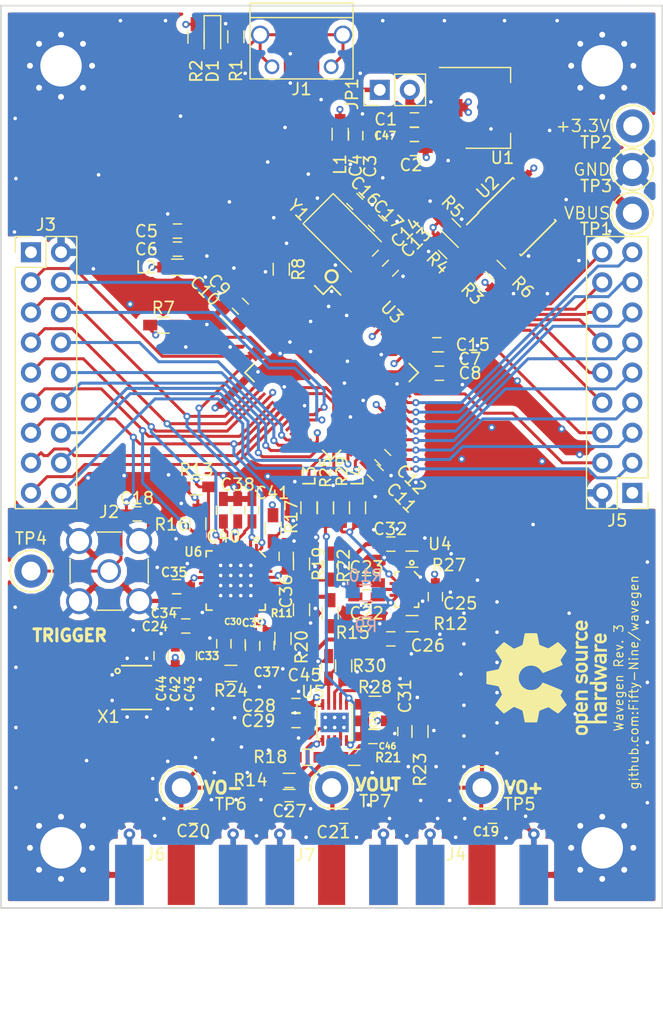
<source format=kicad_pcb>
(kicad_pcb (version 20171130) (host pcbnew "(5.1.12)-1")
  (layers (0 F.Cu signal) (1 In1.Cu power) (2 In2.Cu power) (31 B.Cu signal) (34 B.Paste user hide) (35 F.Paste user hide) (36 B.SilkS user hide) (37 F.SilkS user) (38 B.Mask user hide) (39 F.Mask user hide) (44 Edge.Cuts user))
  (net 0 "")
  (net 1 FTVPHY)
  (net 2 FTVPLL)
  (net 3 +3V3)
  (net 4 FTOSC+)
  (net 5 FTOSC-)
  (net 6 /FTDI/VREGOUT)
  (net 7 "Net-(D1-Pad2)")
  (net 8 USB_D-)
  (net 9 USB_D+)
  (net 10 "Net-(J1-Pad5)")
  (net 11 /Connectors/ACBUS0)
  (net 12 /Connectors/ACBUS1)
  (net 13 /Connectors/ACBUS2)
  (net 14 /Connectors/ACBUS3)
  (net 15 /Connectors/ACBUS4)
  (net 16 /Connectors/ACBUS5)
  (net 17 /Connectors/ACBUS6)
  (net 18 /Connectors/ACBUS7)
  (net 19 /Connectors/BDBUS0)
  (net 20 /Connectors/BCBUS0)
  (net 21 /Connectors/BDBUS1)
  (net 22 /Connectors/BCBUS1)
  (net 23 /Connectors/BDBUS2)
  (net 24 /Connectors/BCBUS2)
  (net 25 /Connectors/BDBUS3)
  (net 26 /Connectors/BCBUS3)
  (net 27 /Connectors/BDBUS4)
  (net 28 /Connectors/BCBUS4)
  (net 29 /Connectors/BDBUS5)
  (net 30 /Connectors/BCBUS5)
  (net 31 /Connectors/BDBUS6)
  (net 32 /Connectors/BCBUS6)
  (net 33 /Connectors/BDBUS7)
  (net 34 /Connectors/BCBUS7)
  (net 35 FTEECLK)
  (net 36 FTEECS)
  (net 37 FTEEDATA)
  (net 38 /FTDI/nRESET)
  (net 39 /FTDI/REF)
  (net 40 "Net-(C1-Pad1)")
  (net 41 GNDA)
  (net 42 TRIGGER)
  (net 43 VOUT+)
  (net 44 VOUT-)
  (net 45 VOUT)
  (net 46 "Net-(C24-Pad2)")
  (net 47 "Net-(C26-Pad2)")
  (net 48 "Net-(C27-Pad1)")
  (net 49 "Net-(C30-Pad1)")
  (net 50 DCLK+)
  (net 51 "Net-(C31-Pad2)")
  (net 52 "Net-(C32-Pad2)")
  (net 53 "Net-(C33-Pad1)")
  (net 54 DCLK-)
  (net 55 "Net-(C39-Pad1)")
  (net 56 "Net-(C40-Pad1)")
  (net 57 "Net-(C41-Pad1)")
  (net 58 "Net-(J1-Pad1)")
  (net 59 SPI_CLK)
  (net 60 SPI_DO)
  (net 61 SPI_DI)
  (net 62 SPI_CS)
  (net 63 RESET)
  (net 64 AMP0_EN)
  (net 65 AMP1_EN)
  (net 66 "Net-(L3-Pad1)")
  (net 67 "Net-(L4-Pad2)")
  (net 68 "Net-(R6-Pad2)")
  (net 69 VOCM)
  (net 70 "Net-(R11-Pad2)")
  (net 71 "Net-(R15-Pad1)")
  (net 72 "Net-(R19-Pad2)")
  (net 73 "Net-(C46-Pad1)")
  (net 74 "Net-(R30-Pad1)")
  (net 75 /Analog/+1.65V)
  (module footprints:ManualVia (layer F.Cu) (at 156.21 103.124)
    (fp_text reference "" (at 0 0.5) (layer F.SilkS))
    (fp_text value "")
    (pad "" thru_hole circle (at 0 0) (size 0.6096 0.6096) (drill 0.3048) (layers *.Cu) (net 41 GNDA))
  )
  (module footprints:ManualVia (layer F.Cu) (at 143.51 103.124)
    (fp_text reference "" (at 0 0.5) (layer F.SilkS))
    (fp_text value "")
    (pad "" thru_hole circle (at 0 0) (size 0.6096 0.6096) (drill 0.3048) (layers *.Cu) (net 41 GNDA))
  )
  (module Mounting_Holes:MountingHole_3.5mm_Pad_Via (layer F.Cu) (at 127 104.14)
    (fp_text reference "" (at 0 -4.5) (layer F.SilkS))
    (fp_text value MountingHole_3.5mm_Pad_Via)
    (pad 1 thru_hole circle (at 0 0) (size 7 7) (drill 3.5) (layers *.Cu *.Mask) (net 41 GNDA))
    (pad "" thru_hole circle (at 2.625 0) (size 0.6 0.6) (drill 0.5) (layers *.Cu *.Mask) (net 41 GNDA))
    (pad "" thru_hole circle (at 1.856155 1.856155) (size 0.6 0.6) (drill 0.5) (layers *.Cu *.Mask) (net 41 GNDA))
    (pad "" thru_hole circle (at 0 2.625) (size 0.6 0.6) (drill 0.5) (layers *.Cu *.Mask) (net 41 GNDA))
    (pad "" thru_hole circle (at -1.856155 1.856155) (size 0.6 0.6) (drill 0.5) (layers *.Cu *.Mask) (net 41 GNDA))
    (pad "" thru_hole circle (at -2.625 0) (size 0.6 0.6) (drill 0.5) (layers *.Cu *.Mask) (net 41 GNDA))
    (pad "" thru_hole circle (at -1.856155 -1.856155) (size 0.6 0.6) (drill 0.5) (layers *.Cu *.Mask) (net 41 GNDA))
    (pad "" thru_hole circle (at 0 -2.625) (size 0.6 0.6) (drill 0.5) (layers *.Cu *.Mask) (net 41 GNDA))
    (pad "" thru_hole circle (at 1.856155 -1.856155) (size 0.6 0.6) (drill 0.5) (layers *.Cu *.Mask) (net 41 GNDA))
  )
  (module Mounting_Holes:MountingHole_3.5mm_Pad_Via (layer F.Cu) (at 172.72 104.14)
    (fp_text reference "" (at 0 -4.5) (layer F.SilkS))
    (fp_text value MountingHole_3.5mm_Pad_Via)
    (pad 1 thru_hole circle (at 0 0) (size 7 7) (drill 3.5) (layers *.Cu *.Mask) (net 41 GNDA))
    (pad "" thru_hole circle (at 2.625 0) (size 0.6 0.6) (drill 0.5) (layers *.Cu *.Mask) (net 41 GNDA))
    (pad "" thru_hole circle (at 1.856155 1.856155) (size 0.6 0.6) (drill 0.5) (layers *.Cu *.Mask) (net 41 GNDA))
    (pad "" thru_hole circle (at 0 2.625) (size 0.6 0.6) (drill 0.5) (layers *.Cu *.Mask) (net 41 GNDA))
    (pad "" thru_hole circle (at -1.856155 1.856155) (size 0.6 0.6) (drill 0.5) (layers *.Cu *.Mask) (net 41 GNDA))
    (pad "" thru_hole circle (at -2.625 0) (size 0.6 0.6) (drill 0.5) (layers *.Cu *.Mask) (net 41 GNDA))
    (pad "" thru_hole circle (at -1.856155 -1.856155) (size 0.6 0.6) (drill 0.5) (layers *.Cu *.Mask) (net 41 GNDA))
    (pad "" thru_hole circle (at 0 -2.625) (size 0.6 0.6) (drill 0.5) (layers *.Cu *.Mask) (net 41 GNDA))
    (pad "" thru_hole circle (at 1.856155 -1.856155) (size 0.6 0.6) (drill 0.5) (layers *.Cu *.Mask) (net 41 GNDA))
  )
  (module Mounting_Holes:MountingHole_3.5mm_Pad_Via (layer F.Cu) (at 172.72 38.1)
    (fp_text reference "" (at 0 -4.5) (layer F.SilkS))
    (fp_text value MountingHole_3.5mm_Pad_Via)
    (pad 1 thru_hole circle (at 0 0) (size 7 7) (drill 3.5) (layers *.Cu *.Mask) (net 41 GNDA))
    (pad "" thru_hole circle (at 2.625 0) (size 0.6 0.6) (drill 0.5) (layers *.Cu *.Mask) (net 41 GNDA))
    (pad "" thru_hole circle (at 1.856155 1.856155) (size 0.6 0.6) (drill 0.5) (layers *.Cu *.Mask) (net 41 GNDA))
    (pad "" thru_hole circle (at 0 2.625) (size 0.6 0.6) (drill 0.5) (layers *.Cu *.Mask) (net 41 GNDA))
    (pad "" thru_hole circle (at -1.856155 1.856155) (size 0.6 0.6) (drill 0.5) (layers *.Cu *.Mask) (net 41 GNDA))
    (pad "" thru_hole circle (at -2.625 0) (size 0.6 0.6) (drill 0.5) (layers *.Cu *.Mask) (net 41 GNDA))
    (pad "" thru_hole circle (at -1.856155 -1.856155) (size 0.6 0.6) (drill 0.5) (layers *.Cu *.Mask) (net 41 GNDA))
    (pad "" thru_hole circle (at 0 -2.625) (size 0.6 0.6) (drill 0.5) (layers *.Cu *.Mask) (net 41 GNDA))
    (pad "" thru_hole circle (at 1.856155 -1.856155) (size 0.6 0.6) (drill 0.5) (layers *.Cu *.Mask) (net 41 GNDA))
  )
  (module LEDs:LED_0805 (layer F.Cu) (at 139.79 35.665 270)
    (fp_text reference D1 (at 2.8922 -0.0116 270) (layer F.SilkS))
    (fp_text value Green)
    (pad 2 smd rect (at 1.1 0 90) (size 1.2 1.2) (layers F.Cu F.Paste F.Mask) (net 7 "Net-(D1-Pad2)"))
    (pad 1 smd rect (at -1.1 0 90) (size 1.2 1.2) (layers F.Cu F.Paste F.Mask) (net 41 GNDA))
  )
  (module Pin_Headers:Pin_Header_Straight_2x09_Pitch2.54mm (layer F.Cu) (at 124.46 53.848)
    (fp_text reference J3 (at 1.27 -2.33) (layer F.SilkS))
    (fp_text value CONN_02X09)
    (pad 1 thru_hole rect (at 0 0) (size 1.7 1.7) (drill 1) (layers *.Cu *.Mask) (net 3 +3V3))
    (pad 2 thru_hole oval (at 2.54 0) (size 1.7 1.7) (drill 1) (layers *.Cu *.Mask) (net 41 GNDA))
    (pad 3 thru_hole oval (at 0 2.54) (size 1.7 1.7) (drill 1) (layers *.Cu *.Mask) (net 59 SPI_CLK))
    (pad 4 thru_hole oval (at 2.54 2.54) (size 1.7 1.7) (drill 1) (layers *.Cu *.Mask) (net 11 /Connectors/ACBUS0))
    (pad 5 thru_hole oval (at 0 5.08) (size 1.7 1.7) (drill 1) (layers *.Cu *.Mask) (net 60 SPI_DO))
    (pad 6 thru_hole oval (at 2.54 5.08) (size 1.7 1.7) (drill 1) (layers *.Cu *.Mask) (net 12 /Connectors/ACBUS1))
    (pad 7 thru_hole oval (at 0 7.62) (size 1.7 1.7) (drill 1) (layers *.Cu *.Mask) (net 61 SPI_DI))
    (pad 8 thru_hole oval (at 2.54 7.62) (size 1.7 1.7) (drill 1) (layers *.Cu *.Mask) (net 13 /Connectors/ACBUS2))
    (pad 9 thru_hole oval (at 0 10.16) (size 1.7 1.7) (drill 1) (layers *.Cu *.Mask) (net 62 SPI_CS))
    (pad 10 thru_hole oval (at 2.54 10.16) (size 1.7 1.7) (drill 1) (layers *.Cu *.Mask) (net 14 /Connectors/ACBUS3))
    (pad 11 thru_hole oval (at 0 12.7) (size 1.7 1.7) (drill 1) (layers *.Cu *.Mask) (net 63 RESET))
    (pad 12 thru_hole oval (at 2.54 12.7) (size 1.7 1.7) (drill 1) (layers *.Cu *.Mask) (net 15 /Connectors/ACBUS4))
    (pad 13 thru_hole oval (at 0 15.24) (size 1.7 1.7) (drill 1) (layers *.Cu *.Mask) (net 42 TRIGGER))
    (pad 14 thru_hole oval (at 2.54 15.24) (size 1.7 1.7) (drill 1) (layers *.Cu *.Mask) (net 16 /Connectors/ACBUS5))
    (pad 15 thru_hole oval (at 0 17.78) (size 1.7 1.7) (drill 1) (layers *.Cu *.Mask) (net 64 AMP0_EN))
    (pad 16 thru_hole oval (at 2.54 17.78) (size 1.7 1.7) (drill 1) (layers *.Cu *.Mask) (net 17 /Connectors/ACBUS6))
    (pad 17 thru_hole oval (at 0 20.32) (size 1.7 1.7) (drill 1) (layers *.Cu *.Mask) (net 65 AMP1_EN))
    (pad 18 thru_hole oval (at 2.54 20.32) (size 1.7 1.7) (drill 1) (layers *.Cu *.Mask) (net 18 /Connectors/ACBUS7))
  )
  (module Measurement_Points:Test_Point_Keystone_5005-5009_Compact (layer F.Cu) (at 175.26 50.546)
    (fp_text reference TP1 (at -3.0734 1.3335) (layer F.SilkS))
    (fp_text value VBUS)
    (pad 1 thru_hole circle (at 0 0) (size 2.8 2.8) (drill 1.6) (layers *.Cu *.Mask) (net 40 "Net-(C1-Pad1)"))
  )
  (module Measurement_Points:Test_Point_Keystone_5005-5009_Compact (layer F.Cu) (at 175.2981 43.18)
    (fp_text reference TP2 (at -3.0861 1.397) (layer F.SilkS))
    (fp_text value +3.3V)
    (pad 1 thru_hole circle (at 0 0) (size 2.8 2.8) (drill 1.6) (layers *.Cu *.Mask) (net 3 +3V3))
  )
  (module Measurement_Points:Test_Point_Keystone_5005-5009_Compact (layer F.Cu) (at 175.26 46.863)
    (fp_text reference TP3 (at -3.048 1.397) (layer F.SilkS))
    (fp_text value GND)
    (pad 1 thru_hole circle (at 0 0) (size 2.8 2.8) (drill 1.6) (layers *.Cu *.Mask) (net 41 GNDA))
  )
  (module WG:SOT-223 (layer F.Cu) (at 163.068 41.656)
    (fp_text reference U1 (at 1.2192 4.2164) (layer F.SilkS))
    (fp_text value LD1117S33TR)
    (pad 4 smd rect (at 3.15 0) (size 2 3.8) (layers F.Cu F.Paste F.Mask))
    (pad 2 smd rect (at -3.15 0) (size 2 1.5) (layers F.Cu F.Paste F.Mask) (net 3 +3V3))
    (pad 3 smd rect (at -3.15 2.3) (size 2 1.5) (layers F.Cu F.Paste F.Mask) (net 40 "Net-(C1-Pad1)"))
    (pad 1 smd rect (at -3.15 -2.3) (size 2 1.5) (layers F.Cu F.Paste F.Mask) (net 41 GNDA))
  )
  (module Housings_SOIC:SOIC-8_3.9x4.9mm_Pitch1.27mm (layer F.Cu) (at 165.52 50.84 45)
    (fp_text reference U2 (at 0 -3.5 45) (layer F.SilkS))
    (fp_text value 93LCxxB)
    (pad 1 smd rect (at -2.7 -1.905 45) (size 1.55 0.6) (layers F.Cu F.Paste F.Mask) (net 36 FTEECS))
    (pad 2 smd rect (at -2.7 -0.635 45) (size 1.55 0.6) (layers F.Cu F.Paste F.Mask) (net 35 FTEECLK))
    (pad 3 smd rect (at -2.7 0.635 45) (size 1.55 0.6) (layers F.Cu F.Paste F.Mask) (net 37 FTEEDATA))
    (pad 4 smd rect (at -2.7 1.905 45) (size 1.55 0.6) (layers F.Cu F.Paste F.Mask) (net 68 "Net-(R6-Pad2)"))
    (pad 5 smd rect (at 2.7 1.905 45) (size 1.55 0.6) (layers F.Cu F.Paste F.Mask) (net 41 GNDA))
    (pad 6 smd rect (at 2.7 0.635 45) (size 1.55 0.6) (layers F.Cu F.Paste F.Mask))
    (pad 7 smd rect (at 2.7 -0.635 45) (size 1.55 0.6) (layers F.Cu F.Paste F.Mask))
    (pad 8 smd rect (at 2.7 -1.905 45) (size 1.55 0.6) (layers F.Cu F.Paste F.Mask) (net 3 +3V3))
  )
  (module Housings_QFP:LQFP-64_10x10mm_Pitch0.5mm (layer F.Cu) (at 149.86 64.008 315)
    (fp_text reference U3 (at 0 -7.2 315) (layer F.SilkS))
    (fp_text value FT2232H)
    (pad 1 smd rect (at -5.7 -3.75 315) (size 1 0.25) (layers F.Cu F.Paste F.Mask) (net 41 GNDA))
    (pad 2 smd rect (at -5.7 -3.25 315) (size 1 0.25) (layers F.Cu F.Paste F.Mask) (net 5 FTOSC-))
    (pad 3 smd rect (at -5.7 -2.75 315) (size 1 0.25) (layers F.Cu F.Paste F.Mask) (net 4 FTOSC+))
    (pad 4 smd rect (at -5.7 -2.25 315) (size 1 0.25) (layers F.Cu F.Paste F.Mask) (net 1 FTVPHY))
    (pad 5 smd rect (at -5.7 -1.75 315) (size 1 0.25) (layers F.Cu F.Paste F.Mask) (net 41 GNDA))
    (pad 6 smd rect (at -5.7 -1.25 315) (size 1 0.25) (layers F.Cu F.Paste F.Mask) (net 39 /FTDI/REF))
    (pad 7 smd rect (at -5.7 -0.75 315) (size 1 0.25) (layers F.Cu F.Paste F.Mask) (net 8 USB_D-))
    (pad 8 smd rect (at -5.7 -0.25 315) (size 1 0.25) (layers F.Cu F.Paste F.Mask) (net 9 USB_D+))
    (pad 9 smd rect (at -5.7 0.25 315) (size 1 0.25) (layers F.Cu F.Paste F.Mask) (net 2 FTVPLL))
    (pad 10 smd rect (at -5.7 0.75 315) (size 1 0.25) (layers F.Cu F.Paste F.Mask) (net 41 GNDA))
    (pad 11 smd rect (at -5.7 1.25 315) (size 1 0.25) (layers F.Cu F.Paste F.Mask) (net 41 GNDA))
    (pad 12 smd rect (at -5.7 1.75 315) (size 1 0.25) (layers F.Cu F.Paste F.Mask) (net 6 /FTDI/VREGOUT))
    (pad 13 smd rect (at -5.7 2.25 315) (size 1 0.25) (layers F.Cu F.Paste F.Mask) (net 41 GNDA))
    (pad 14 smd rect (at -5.7 2.75 315) (size 1 0.25) (layers F.Cu F.Paste F.Mask) (net 38 /FTDI/nRESET))
    (pad 15 smd rect (at -5.7 3.25 315) (size 1 0.25) (layers F.Cu F.Paste F.Mask) (net 41 GNDA))
    (pad 16 smd rect (at -5.7 3.75 315) (size 1 0.25) (layers F.Cu F.Paste F.Mask) (net 59 SPI_CLK))
    (pad 17 smd rect (at -3.75 5.7 45) (size 1 0.25) (layers F.Cu F.Paste F.Mask) (net 60 SPI_DO))
    (pad 18 smd rect (at -3.25 5.7 45) (size 1 0.25) (layers F.Cu F.Paste F.Mask) (net 61 SPI_DI))
    (pad 19 smd rect (at -2.75 5.7 45) (size 1 0.25) (layers F.Cu F.Paste F.Mask) (net 62 SPI_CS))
    (pad 20 smd rect (at -2.25 5.7 45) (size 1 0.25) (layers F.Cu F.Paste F.Mask) (net 3 +3V3))
    (pad 21 smd rect (at -1.75 5.7 45) (size 1 0.25) (layers F.Cu F.Paste F.Mask) (net 63 RESET))
    (pad 22 smd rect (at -1.25 5.7 45) (size 1 0.25) (layers F.Cu F.Paste F.Mask) (net 42 TRIGGER))
    (pad 23 smd rect (at -0.75 5.7 45) (size 1 0.25) (layers F.Cu F.Paste F.Mask) (net 64 AMP0_EN))
    (pad 24 smd rect (at -0.25 5.7 45) (size 1 0.25) (layers F.Cu F.Paste F.Mask) (net 65 AMP1_EN))
    (pad 25 smd rect (at 0.25 5.7 45) (size 1 0.25) (layers F.Cu F.Paste F.Mask) (net 41 GNDA))
    (pad 26 smd rect (at 0.75 5.7 45) (size 1 0.25) (layers F.Cu F.Paste F.Mask) (net 11 /Connectors/ACBUS0))
    (pad 27 smd rect (at 1.25 5.7 45) (size 1 0.25) (layers F.Cu F.Paste F.Mask) (net 12 /Connectors/ACBUS1))
    (pad 28 smd rect (at 1.75 5.7 45) (size 1 0.25) (layers F.Cu F.Paste F.Mask) (net 13 /Connectors/ACBUS2))
    (pad 29 smd rect (at 2.25 5.7 45) (size 1 0.25) (layers F.Cu F.Paste F.Mask) (net 14 /Connectors/ACBUS3))
    (pad 30 smd rect (at 2.75 5.7 45) (size 1 0.25) (layers F.Cu F.Paste F.Mask) (net 15 /Connectors/ACBUS4))
    (pad 31 smd rect (at 3.25 5.7 45) (size 1 0.25) (layers F.Cu F.Paste F.Mask) (net 3 +3V3))
    (pad 32 smd rect (at 3.75 5.7 45) (size 1 0.25) (layers F.Cu F.Paste F.Mask) (net 16 /Connectors/ACBUS5))
    (pad 33 smd rect (at 5.7 3.75 315) (size 1 0.25) (layers F.Cu F.Paste F.Mask) (net 17 /Connectors/ACBUS6))
    (pad 34 smd rect (at 5.7 3.25 315) (size 1 0.25) (layers F.Cu F.Paste F.Mask) (net 18 /Connectors/ACBUS7))
    (pad 35 smd rect (at 5.7 2.75 315) (size 1 0.25) (layers F.Cu F.Paste F.Mask) (net 41 GNDA))
    (pad 36 smd rect (at 5.7 2.25 315) (size 1 0.25) (layers F.Cu F.Paste F.Mask))
    (pad 37 smd rect (at 5.7 1.75 315) (size 1 0.25) (layers F.Cu F.Paste F.Mask) (net 6 /FTDI/VREGOUT))
    (pad 38 smd rect (at 5.7 1.25 315) (size 1 0.25) (layers F.Cu F.Paste F.Mask) (net 19 /Connectors/BDBUS0))
    (pad 39 smd rect (at 5.7 0.75 315) (size 1 0.25) (layers F.Cu F.Paste F.Mask) (net 21 /Connectors/BDBUS1))
    (pad 40 smd rect (at 5.7 0.25 315) (size 1 0.25) (layers F.Cu F.Paste F.Mask) (net 23 /Connectors/BDBUS2))
    (pad 41 smd rect (at 5.7 -0.25 315) (size 1 0.25) (layers F.Cu F.Paste F.Mask) (net 25 /Connectors/BDBUS3))
    (pad 42 smd rect (at 5.7 -0.75 315) (size 1 0.25) (layers F.Cu F.Paste F.Mask) (net 3 +3V3))
    (pad 43 smd rect (at 5.7 -1.25 315) (size 1 0.25) (layers F.Cu F.Paste F.Mask) (net 27 /Connectors/BDBUS4))
    (pad 44 smd rect (at 5.7 -1.75 315) (size 1 0.25) (layers F.Cu F.Paste F.Mask) (net 29 /Connectors/BDBUS5))
    (pad 45 smd rect (at 5.7 -2.25 315) (size 1 0.25) (layers F.Cu F.Paste F.Mask) (net 31 /Connectors/BDBUS6))
    (pad 46 smd rect (at 5.7 -2.75 315) (size 1 0.25) (layers F.Cu F.Paste F.Mask) (net 33 /Connectors/BDBUS7))
    (pad 47 smd rect (at 5.7 -3.25 315) (size 1 0.25) (layers F.Cu F.Paste F.Mask) (net 41 GNDA))
    (pad 48 smd rect (at 5.7 -3.75 315) (size 1 0.25) (layers F.Cu F.Paste F.Mask) (net 20 /Connectors/BCBUS0))
    (pad 49 smd rect (at 3.75 -5.7 45) (size 1 0.25) (layers F.Cu F.Paste F.Mask) (net 6 /FTDI/VREGOUT))
    (pad 50 smd rect (at 3.25 -5.7 45) (size 1 0.25) (layers F.Cu F.Paste F.Mask) (net 3 +3V3))
    (pad 51 smd rect (at 2.75 -5.7 45) (size 1 0.25) (layers F.Cu F.Paste F.Mask) (net 41 GNDA))
    (pad 52 smd rect (at 2.25 -5.7 45) (size 1 0.25) (layers F.Cu F.Paste F.Mask) (net 22 /Connectors/BCBUS1))
    (pad 53 smd rect (at 1.75 -5.7 45) (size 1 0.25) (layers F.Cu F.Paste F.Mask) (net 24 /Connectors/BCBUS2))
    (pad 54 smd rect (at 1.25 -5.7 45) (size 1 0.25) (layers F.Cu F.Paste F.Mask) (net 26 /Connectors/BCBUS3))
    (pad 55 smd rect (at 0.75 -5.7 45) (size 1 0.25) (layers F.Cu F.Paste F.Mask) (net 28 /Connectors/BCBUS4))
    (pad 56 smd rect (at 0.25 -5.7 45) (size 1 0.25) (layers F.Cu F.Paste F.Mask) (net 3 +3V3))
    (pad 57 smd rect (at -0.25 -5.7 45) (size 1 0.25) (layers F.Cu F.Paste F.Mask) (net 30 /Connectors/BCBUS5))
    (pad 58 smd rect (at -0.75 -5.7 45) (size 1 0.25) (layers F.Cu F.Paste F.Mask) (net 32 /Connectors/BCBUS6))
    (pad 59 smd rect (at -1.25 -5.7 45) (size 1 0.25) (layers F.Cu F.Paste F.Mask) (net 34 /Connectors/BCBUS7))
    (pad 60 smd rect (at -1.75 -5.7 45) (size 1 0.25) (layers F.Cu F.Paste F.Mask))
    (pad 61 smd rect (at -2.25 -5.7 45) (size 1 0.25) (layers F.Cu F.Paste F.Mask) (net 37 FTEEDATA))
    (pad 62 smd rect (at -2.75 -5.7 45) (size 1 0.25) (layers F.Cu F.Paste F.Mask) (net 35 FTEECLK))
    (pad 63 smd rect (at -3.25 -5.7 45) (size 1 0.25) (layers F.Cu F.Paste F.Mask) (net 36 FTEECS))
    (pad 64 smd rect (at -3.75 -5.7 45) (size 1 0.25) (layers F.Cu F.Paste F.Mask) (net 6 /FTDI/VREGOUT))
  )
  (module Crystals:Crystal_SMD_5032-2pin_5.0x3.2mm (layer F.Cu) (at 150.876 52.324 315)
    (fp_text reference Y1 (at -4.130918 1.257236 315) (layer F.SilkS))
    (fp_text value 12MHz)
    (pad 1 smd rect (at -1.85 0 315) (size 2 2.4) (layers F.Cu F.Paste F.Mask) (net 4 FTOSC+))
    (pad 2 smd rect (at 1.85 0 315) (size 2 2.4) (layers F.Cu F.Paste F.Mask) (net 5 FTOSC-))
  )
  (module Capacitors_SMD:C_0603_HandSoldering (layer F.Cu) (at 156.855 42.672 180)
    (fp_text reference C1 (at 2.423 0.0508 180) (layer F.SilkS))
    (fp_text value 100n)
    (pad 1 smd rect (at -0.95 0 180) (size 1.2 0.75) (layers F.Cu F.Paste F.Mask) (net 40 "Net-(C1-Pad1)"))
    (pad 2 smd rect (at 0.95 0 180) (size 1.2 0.75) (layers F.Cu F.Paste F.Mask) (net 41 GNDA))
  )
  (module Capacitors_SMD:C_0603_HandSoldering (layer F.Cu) (at 156.855 45.085 180)
    (fp_text reference C2 (at 0.2894 -1.397 180) (layer F.SilkS))
    (fp_text value 10u)
    (pad 1 smd rect (at -0.95 0 180) (size 1.2 0.75) (layers F.Cu F.Paste F.Mask) (net 3 +3V3))
    (pad 2 smd rect (at 0.95 0 180) (size 1.2 0.75) (layers F.Cu F.Paste F.Mask) (net 41 GNDA))
  )
  (module Capacitors_SMD:C_0603_HandSoldering (layer F.Cu) (at 153.0985 44.002 90)
    (fp_text reference C3 (at -2.5816 0.0127 90) (layer F.SilkS))
    (fp_text value 4.7u)
    (pad 1 smd rect (at -0.95 0 90) (size 1.2 0.75) (layers F.Cu F.Paste F.Mask) (net 1 FTVPHY))
    (pad 2 smd rect (at 0.95 0 90) (size 1.2 0.75) (layers F.Cu F.Paste F.Mask) (net 41 GNDA))
  )
  (module Capacitors_SMD:C_0603_HandSoldering (layer F.Cu) (at 151.892 44.002 90)
    (fp_text reference C4 (at -2.5308 0 90) (layer F.SilkS))
    (fp_text value 100n)
    (pad 1 smd rect (at -0.95 0 90) (size 1.2 0.75) (layers F.Cu F.Paste F.Mask) (net 1 FTVPHY))
    (pad 2 smd rect (at 0.95 0 90) (size 1.2 0.75) (layers F.Cu F.Paste F.Mask) (net 41 GNDA))
  )
  (module Capacitors_SMD:C_0603_HandSoldering (layer F.Cu) (at 136.84 52.058 180)
    (fp_text reference C5 (at 2.6264 -0.012 180) (layer F.SilkS))
    (fp_text value 4.7u)
    (pad 1 smd rect (at -0.95 0 180) (size 1.2 0.75) (layers F.Cu F.Paste F.Mask) (net 2 FTVPLL))
    (pad 2 smd rect (at 0.95 0 180) (size 1.2 0.75) (layers F.Cu F.Paste F.Mask) (net 41 GNDA))
  )
  (module Capacitors_SMD:C_0603_HandSoldering (layer F.Cu) (at 136.84 53.582 180)
    (fp_text reference C6 (at 2.6264 -0.012 180) (layer F.SilkS))
    (fp_text value 100n)
    (pad 1 smd rect (at -0.95 0 180) (size 1.2 0.75) (layers F.Cu F.Paste F.Mask) (net 2 FTVPLL))
    (pad 2 smd rect (at 0.95 0 180) (size 1.2 0.75) (layers F.Cu F.Paste F.Mask) (net 41 GNDA))
  )
  (module Capacitors_SMD:C_0603_HandSoldering (layer F.Cu) (at 158.970168 62.860343)
    (fp_text reference C7 (at 2.564832 0.000157) (layer F.SilkS))
    (fp_text value 3.3u)
    (pad 1 smd rect (at -0.95 0) (size 1.2 0.75) (layers F.Cu F.Paste F.Mask) (net 6 /FTDI/VREGOUT))
    (pad 2 smd rect (at 0.95 0) (size 1.2 0.75) (layers F.Cu F.Paste F.Mask) (net 41 GNDA))
  )
  (module Capacitors_SMD:C_0603_HandSoldering (layer F.Cu) (at 158.970168 64.062425)
    (fp_text reference C8 (at 2.579832 -0.001925) (layer F.SilkS))
    (fp_text value 100n)
    (pad 1 smd rect (at -0.95 0) (size 1.2 0.75) (layers F.Cu F.Paste F.Mask) (net 6 /FTDI/VREGOUT))
    (pad 2 smd rect (at 0.95 0) (size 1.2 0.75) (layers F.Cu F.Paste F.Mask) (net 41 GNDA))
  )
  (module Capacitors_SMD:C_0603_HandSoldering (layer F.Cu) (at 142.158709 58.400068 135)
    (fp_text reference C9 (at 2.55 0 135) (layer F.SilkS))
    (fp_text value 100n)
    (pad 1 smd rect (at -0.95 0 135) (size 1.2 0.75) (layers F.Cu F.Paste F.Mask) (net 6 /FTDI/VREGOUT))
    (pad 2 smd rect (at 0.95 0 135) (size 1.2 0.75) (layers F.Cu F.Paste F.Mask) (net 41 GNDA))
  )
  (module Capacitors_SMD:C_0603_HandSoldering (layer F.Cu) (at 141.310181 59.248596 135)
    (fp_text reference C10 (at 3.035 0 135) (layer F.SilkS))
    (fp_text value 100n)
    (pad 1 smd rect (at -0.95 0 135) (size 1.2 0.75) (layers F.Cu F.Paste F.Mask) (net 6 /FTDI/VREGOUT))
    (pad 2 smd rect (at 0.95 0 135) (size 1.2 0.75) (layers F.Cu F.Paste F.Mask) (net 41 GNDA))
  )
  (module Capacitors_SMD:C_0603_HandSoldering (layer F.Cu) (at 153.543 72.4535 315)
    (fp_text reference C11 (at 3.062267 -0.062862 315) (layer F.SilkS))
    (fp_text value 100n)
    (pad 1 smd rect (at -0.95 0 315) (size 1.2 0.75) (layers F.Cu F.Paste F.Mask) (net 6 /FTDI/VREGOUT))
    (pad 2 smd rect (at 0.95 0 315) (size 1.2 0.75) (layers F.Cu F.Paste F.Mask) (net 41 GNDA))
  )
  (module Capacitors_SMD:C_0603_HandSoldering (layer F.Cu) (at 154.178 71.1835 315)
    (fp_text reference C12 (at 3.008386 -0.404112 315) (layer F.SilkS))
    (fp_text value 100n)
    (pad 1 smd rect (at -0.95 0 315) (size 1.2 0.75) (layers F.Cu F.Paste F.Mask) (net 6 /FTDI/VREGOUT))
    (pad 2 smd rect (at 0.95 0 315) (size 1.2 0.75) (layers F.Cu F.Paste F.Mask) (net 41 GNDA))
  )
  (module Capacitors_SMD:C_0603_HandSoldering (layer F.Cu) (at 154.828348 55.196798 45)
    (fp_text reference C13 (at 3.035 0 45) (layer F.SilkS))
    (fp_text value 100n)
    (pad 1 smd rect (at -0.95 0 45) (size 1.2 0.75) (layers F.Cu F.Paste F.Mask) (net 6 /FTDI/VREGOUT))
    (pad 2 smd rect (at 0.95 0 45) (size 1.2 0.75) (layers F.Cu F.Paste F.Mask) (net 41 GNDA))
  )
  (module Capacitors_SMD:C_0603_HandSoldering (layer F.Cu) (at 153.97982 54.348269 45)
    (fp_text reference C14 (at 3.04 0 45) (layer F.SilkS))
    (fp_text value 100n)
    (pad 1 smd rect (at -0.95 0 45) (size 1.2 0.75) (layers F.Cu F.Paste F.Mask) (net 6 /FTDI/VREGOUT))
    (pad 2 smd rect (at 0.95 0 45) (size 1.2 0.75) (layers F.Cu F.Paste F.Mask) (net 41 GNDA))
  )
  (module Capacitors_SMD:C_0603_HandSoldering (layer F.Cu) (at 158.75 61.6585)
    (fp_text reference C15 (at 3.035 0) (layer F.SilkS))
    (fp_text value 100n)
    (pad 1 smd rect (at -0.95 0) (size 1.2 0.75) (layers F.Cu F.Paste F.Mask) (net 3 +3V3))
    (pad 2 smd rect (at 0.95 0) (size 1.2 0.75) (layers F.Cu F.Paste F.Mask) (net 41 GNDA))
  )
  (module Capacitors_SMD:C_0603_HandSoldering (layer F.Cu) (at 151.8158 49.5554 315)
    (fp_text reference C16 (at 0 -1.25 315) (layer F.SilkS))
    (fp_text value 27p)
    (pad 1 smd rect (at -0.95 0 315) (size 1.2 0.75) (layers F.Cu F.Paste F.Mask) (net 4 FTOSC+))
    (pad 2 smd rect (at 0.95 0 315) (size 1.2 0.75) (layers F.Cu F.Paste F.Mask) (net 41 GNDA))
  )
  (module Capacitors_SMD:C_0603_HandSoldering (layer F.Cu) (at 153.6446 51.3842 135)
    (fp_text reference C17 (at -0.179605 1.221315 135) (layer F.SilkS))
    (fp_text value 27p)
    (pad 1 smd rect (at -0.95 0 135) (size 1.2 0.75) (layers F.Cu F.Paste F.Mask) (net 5 FTOSC-))
    (pad 2 smd rect (at 0.95 0 135) (size 1.2 0.75) (layers F.Cu F.Paste F.Mask) (net 41 GNDA))
  )
  (module Capacitors_SMD:C_0603_HandSoldering (layer F.Cu) (at 133.435 75.94 180)
    (fp_text reference C18 (at 0.0215 1.3275 180) (layer F.SilkS))
    (fp_text value DNP)
    (pad 1 smd rect (at -0.95 0 180) (size 1.2 0.75) (layers F.Cu F.Paste F.Mask) (net 41 GNDA))
    (pad 2 smd rect (at 0.95 0 180) (size 1.2 0.75) (layers F.Cu F.Paste F.Mask) (net 42 TRIGGER))
  )
  (module Capacitors_SMD:C_0603_HandSoldering (layer F.Cu) (at 163.449 101.473 180)
    (fp_text reference " C19" (at 0.8382 -1.2954 180) (layer F.SilkS) (effects (font (size 0.762 0.762))))
    (fp_text value DNP)
    (pad 1 smd rect (at -0.95 0 180) (size 1.2 0.75) (layers F.Cu F.Paste F.Mask) (net 41 GNDA))
    (pad 2 smd rect (at 0.95 0 180) (size 1.2 0.75) (layers F.Cu F.Paste F.Mask) (net 43 VOUT+))
  )
  (module Capacitors_SMD:C_0603_HandSoldering (layer F.Cu) (at 138.176 101.473 180)
    (fp_text reference C20 (at 0 -1.25 180) (layer F.SilkS))
    (fp_text value DNP)
    (pad 1 smd rect (at -0.95 0 180) (size 1.2 0.75) (layers F.Cu F.Paste F.Mask) (net 41 GNDA))
    (pad 2 smd rect (at 0.95 0 180) (size 1.2 0.75) (layers F.Cu F.Paste F.Mask) (net 44 VOUT-))
  )
  (module Capacitors_SMD:C_0603_HandSoldering (layer F.Cu) (at 150.876 101.473 180)
    (fp_text reference C21 (at 0.8636 -1.3462 180) (layer F.SilkS))
    (fp_text value DNP)
    (pad 1 smd rect (at -0.95 0 180) (size 1.2 0.75) (layers F.Cu F.Paste F.Mask) (net 41 GNDA))
    (pad 2 smd rect (at 0.95 0 180) (size 1.2 0.75) (layers F.Cu F.Paste F.Mask) (net 45 VOUT))
  )
  (module Capacitors_SMD:C_0603_HandSoldering (layer F.Cu) (at 152.810982 82.954032 180)
    (fp_text reference C22 (at 0 -1.373968 180) (layer F.SilkS))
    (fp_text value 10u)
    (pad 1 smd rect (at -0.95 0 180) (size 1.2 0.75) (layers F.Cu F.Paste F.Mask) (net 3 +3V3))
    (pad 2 smd rect (at 0.95 0 180) (size 1.2 0.75) (layers F.Cu F.Paste F.Mask) (net 41 GNDA))
  )
  (module Capacitors_SMD:C_0603_HandSoldering (layer F.Cu) (at 152.810982 81.754032 180)
    (fp_text reference C23 (at 0 1.299532 180) (layer F.SilkS))
    (fp_text value 100n)
    (pad 1 smd rect (at -0.95 0 180) (size 1.2 0.75) (layers F.Cu F.Paste F.Mask) (net 3 +3V3))
    (pad 2 smd rect (at 0.95 0 180) (size 1.2 0.75) (layers F.Cu F.Paste F.Mask) (net 41 GNDA))
  )
  (module Capacitors_SMD:C_0603_HandSoldering (layer F.Cu) (at 137.541 85.4075)
    (fp_text reference C24 (at -2.6162 0.0381) (layer F.SilkS) (effects (font (size 0.762 0.762))))
    (fp_text value 100n)
    (pad 1 smd rect (at -0.95 0) (size 1.2 0.75) (layers F.Cu F.Paste F.Mask) (net 41 GNDA))
    (pad 2 smd rect (at 0.95 0) (size 1.2 0.75) (layers F.Cu F.Paste F.Mask) (net 46 "Net-(C24-Pad2)"))
  )
  (module Capacitors_SMD:C_0603_HandSoldering (layer F.Cu) (at 158.623 82.931 270)
    (fp_text reference C25 (at 0.5715 -2.0955) (layer F.SilkS))
    (fp_text value 100n)
    (pad 1 smd rect (at -0.95 0 270) (size 1.2 0.75) (layers F.Cu F.Paste F.Mask) (net 3 +3V3))
    (pad 2 smd rect (at 0.95 0 270) (size 1.2 0.75) (layers F.Cu F.Paste F.Mask) (net 41 GNDA))
  )
  (module Capacitors_SMD:C_0603_HandSoldering (layer F.Cu) (at 154.861982 86.494032 180)
    (fp_text reference C26 (at -3.126018 -0.564468 180) (layer F.SilkS))
    (fp_text value 0.8p)
    (pad 1 smd rect (at -0.95 0 180) (size 1.2 0.75) (layers F.Cu F.Paste F.Mask) (net 44 VOUT-))
    (pad 2 smd rect (at 0.95 0 180) (size 1.2 0.75) (layers F.Cu F.Paste F.Mask) (net 47 "Net-(C26-Pad2)"))
  )
  (module Capacitors_SMD:C_0603_HandSoldering (layer F.Cu) (at 146.270289 99.646117 180)
    (fp_text reference C27 (at -0.033711 -1.395083 180) (layer F.SilkS))
    (fp_text value 2.8p)
    (pad 1 smd rect (at -0.95 0 180) (size 1.2 0.75) (layers F.Cu F.Paste F.Mask) (net 48 "Net-(C27-Pad1)"))
    (pad 2 smd rect (at 0.95 0 180) (size 1.2 0.75) (layers F.Cu F.Paste F.Mask) (net 45 VOUT))
  )
  (module Capacitors_SMD:C_0603_HandSoldering (layer F.Cu) (at 146.845711 92.123883 180)
    (fp_text reference C28 (at 3.132511 -0.027317 180) (layer F.SilkS))
    (fp_text value 100n)
    (pad 1 smd rect (at -0.95 0 180) (size 1.2 0.75) (layers F.Cu F.Paste F.Mask) (net 3 +3V3))
    (pad 2 smd rect (at 0.95 0 180) (size 1.2 0.75) (layers F.Cu F.Paste F.Mask) (net 41 GNDA))
  )
  (module Capacitors_SMD:C_0603_HandSoldering (layer F.Cu) (at 146.845711 93.393883 180)
    (fp_text reference C29 (at 3.183311 -0.027317 180) (layer F.SilkS))
    (fp_text value 10u)
    (pad 1 smd rect (at -0.95 0 180) (size 1.2 0.75) (layers F.Cu F.Paste F.Mask) (net 3 +3V3))
    (pad 2 smd rect (at 0.95 0 180) (size 1.2 0.75) (layers F.Cu F.Paste F.Mask) (net 41 GNDA))
  )
  (module Capacitors_SMD:C_0603_HandSoldering (layer F.Cu) (at 141.956503 86.912115 270)
    (fp_text reference C30 (at -1.872915 0.427703) (layer F.SilkS) (effects (font (size 0.508 0.508) (thickness 0.127))))
    (fp_text value 100n)
    (pad 1 smd rect (at -0.95 0 270) (size 1.2 0.75) (layers F.Cu F.Paste F.Mask) (net 49 "Net-(C30-Pad1)"))
    (pad 2 smd rect (at 0.95 0 270) (size 1.2 0.75) (layers F.Cu F.Paste F.Mask) (net 50 DCLK+))
  )
  (module Capacitors_SMD:C_0603_HandSoldering (layer F.Cu) (at 156.049289 94.312117 270)
    (fp_text reference C31 (at -2.973717 -0.008311 270) (layer F.SilkS))
    (fp_text value 2.8p)
    (pad 1 smd rect (at -0.95 0 270) (size 1.2 0.75) (layers F.Cu F.Paste F.Mask) (net 75 /Analog/+1.65V))
    (pad 2 smd rect (at 0.95 0 270) (size 1.2 0.75) (layers F.Cu F.Paste F.Mask) (net 51 "Net-(C31-Pad2)"))
  )
  (module Capacitors_SMD:C_0603_HandSoldering (layer F.Cu) (at 154.861982 78.492032 180)
    (fp_text reference C32 (at 0.048982 1.276032 180) (layer F.SilkS))
    (fp_text value 0.8p)
    (pad 1 smd rect (at -0.95 0 180) (size 1.2 0.75) (layers F.Cu F.Paste F.Mask) (net 43 VOUT+))
    (pad 2 smd rect (at 0.95 0 180) (size 1.2 0.75) (layers F.Cu F.Paste F.Mask) (net 52 "Net-(C32-Pad2)"))
  )
  (module Capacitors_SMD:C_0603_HandSoldering (layer F.Cu) (at 140.754422 86.914591 270)
    (fp_text reference C33 (at 1.020209 1.308422) (layer F.SilkS) (effects (font (size 0.635 0.635))))
    (fp_text value 100n)
    (pad 1 smd rect (at -0.95 0 270) (size 1.2 0.75) (layers F.Cu F.Paste F.Mask) (net 53 "Net-(C33-Pad1)"))
    (pad 2 smd rect (at 0.95 0 270) (size 1.2 0.75) (layers F.Cu F.Paste F.Mask) (net 54 DCLK-))
  )
  (module Capacitors_SMD:C_0603_HandSoldering (layer F.Cu) (at 136.767 83.289)
    (fp_text reference C34 (at -1.0802 1.039) (layer F.SilkS) (effects (font (size 0.762 0.762))))
    (fp_text value 10u)
    (pad 1 smd rect (at -0.95 0) (size 1.2 0.75) (layers F.Cu F.Paste F.Mask) (net 41 GNDA))
    (pad 2 smd rect (at 0.95 0) (size 1.2 0.75) (layers F.Cu F.Paste F.Mask) (net 3 +3V3))
  )
  (module Capacitors_SMD:C_0603_HandSoldering (layer F.Cu) (at 136.767 82.089)
    (fp_text reference C35 (at -0.2166 -1.2154) (layer F.SilkS) (effects (font (size 0.762 0.762))))
    (fp_text value 100n)
    (pad 1 smd rect (at -0.95 0) (size 1.2 0.75) (layers F.Cu F.Paste F.Mask) (net 41 GNDA))
    (pad 2 smd rect (at 0.95 0) (size 1.2 0.75) (layers F.Cu F.Paste F.Mask) (net 3 +3V3))
  )
  (module Capacitors_SMD:C_0603_HandSoldering (layer F.Cu) (at 146.022 79.524 270)
    (fp_text reference C36 (at 2.9625 0.01 270) (layer F.SilkS))
    (fp_text value 100n)
    (pad 1 smd rect (at -0.95 0 270) (size 1.2 0.75) (layers F.Cu F.Paste F.Mask) (net 41 GNDA))
    (pad 2 smd rect (at 0.95 0 270) (size 1.2 0.75) (layers F.Cu F.Paste F.Mask) (net 3 +3V3))
  )
  (module Capacitors_SMD:C_0603_HandSoldering (layer F.Cu) (at 144.399 87.0585 270)
    (fp_text reference C37 (at 2.2479 0.0254) (layer F.SilkS) (effects (font (size 0.762 0.762))))
    (fp_text value 100n)
    (pad 1 smd rect (at -0.95 0 270) (size 1.2 0.75) (layers F.Cu F.Paste F.Mask) (net 3 +3V3))
    (pad 2 smd rect (at 0.95 0 270) (size 1.2 0.75) (layers F.Cu F.Paste F.Mask) (net 41 GNDA))
  )
  (module Capacitors_SMD:C_0603_HandSoldering (layer F.Cu) (at 141.927 75.6285 90)
    (fp_text reference C38 (at 2.159 -0.0045 180) (layer F.SilkS))
    (fp_text value 100n)
    (pad 1 smd rect (at -0.95 0 90) (size 1.2 0.75) (layers F.Cu F.Paste F.Mask) (net 3 +3V3))
    (pad 2 smd rect (at 0.95 0 90) (size 1.2 0.75) (layers F.Cu F.Paste F.Mask) (net 41 GNDA))
  )
  (module Capacitors_SMD:C_0603_HandSoldering (layer F.Cu) (at 143.182 87.122 270)
    (fp_text reference C39 (at -1.9812 -0.0232) (layer F.SilkS) (effects (font (size 0.635 0.635))))
    (fp_text value 100n)
    (pad 1 smd rect (at -0.95 0 270) (size 1.2 0.75) (layers F.Cu F.Paste F.Mask) (net 55 "Net-(C39-Pad1)"))
    (pad 2 smd rect (at 0.95 0 270) (size 1.2 0.75) (layers F.Cu F.Paste F.Mask) (net 41 GNDA))
  )
  (module Capacitors_SMD:C_0603_HandSoldering (layer F.Cu) (at 140.716 75.6285 90)
    (fp_text reference C40 (at -2.2225 0 180) (layer F.SilkS))
    (fp_text value 100n)
    (pad 1 smd rect (at -0.95 0 90) (size 1.2 0.75) (layers F.Cu F.Paste F.Mask) (net 56 "Net-(C40-Pad1)"))
    (pad 2 smd rect (at 0.95 0 90) (size 1.2 0.75) (layers F.Cu F.Paste F.Mask) (net 41 GNDA))
  )
  (module Capacitors_SMD:C_0603_HandSoldering (layer F.Cu) (at 143.129 75.6285 90)
    (fp_text reference C41 (at 1.4605 1.7145 180) (layer F.SilkS))
    (fp_text value 100n)
    (pad 1 smd rect (at -0.95 0 90) (size 1.2 0.75) (layers F.Cu F.Paste F.Mask) (net 57 "Net-(C41-Pad1)"))
    (pad 2 smd rect (at 0.95 0 90) (size 1.2 0.75) (layers F.Cu F.Paste F.Mask) (net 41 GNDA))
  )
  (module Capacitors_SMD:C_0603_HandSoldering (layer F.Cu) (at 136.653 87.922 90)
    (fp_text reference C42 (at -2.8068 -0.001 90) (layer F.SilkS) (effects (font (size 0.762 0.762))))
    (fp_text value 10u)
    (pad 1 smd rect (at -0.95 0 90) (size 1.2 0.75) (layers F.Cu F.Paste F.Mask) (net 3 +3V3))
    (pad 2 smd rect (at 0.95 0 90) (size 1.2 0.75) (layers F.Cu F.Paste F.Mask) (net 41 GNDA))
  )
  (module Capacitors_SMD:C_0603_HandSoldering (layer F.Cu) (at 137.853 87.922 90)
    (fp_text reference C43 (at -2.8068 0.0182 90) (layer F.SilkS) (effects (font (size 0.762 0.762))))
    (fp_text value 1u)
    (pad 1 smd rect (at -0.95 0 90) (size 1.2 0.75) (layers F.Cu F.Paste F.Mask) (net 3 +3V3))
    (pad 2 smd rect (at 0.95 0 90) (size 1.2 0.75) (layers F.Cu F.Paste F.Mask) (net 41 GNDA))
  )
  (module Capacitors_SMD:C_0603_HandSoldering (layer F.Cu) (at 135.453 87.922 90)
    (fp_text reference C44 (at -2.756 0.0306 90) (layer F.SilkS) (effects (font (size 0.762 0.762))))
    (fp_text value 100n)
    (pad 1 smd rect (at -0.95 0 90) (size 1.2 0.75) (layers F.Cu F.Paste F.Mask) (net 3 +3V3))
    (pad 2 smd rect (at 0.95 0 90) (size 1.2 0.75) (layers F.Cu F.Paste F.Mask) (net 41 GNDA))
  )
  (module Connectors:SMA_THT_Jack_Straight (layer F.Cu) (at 131.064 80.772)
    (fp_text reference J2 (at 0 -5) (layer F.SilkS))
    (fp_text value SMA)
    (pad 2 thru_hole circle (at -2.54 2.54) (size 2.2 2.2) (drill 1.7) (layers *.Cu *.Mask) (net 41 GNDA))
    (pad 2 thru_hole circle (at -2.54 -2.54) (size 2.2 2.2) (drill 1.7) (layers *.Cu *.Mask) (net 41 GNDA))
    (pad 2 thru_hole circle (at 2.54 -2.54) (size 2.2 2.2) (drill 1.7) (layers *.Cu *.Mask) (net 41 GNDA))
    (pad 2 thru_hole circle (at 2.54 2.54) (size 2.2 2.2) (drill 1.7) (layers *.Cu *.Mask) (net 41 GNDA))
    (pad 1 thru_hole circle (at 0 0) (size 2 2) (drill 1.5) (layers *.Cu *.Mask) (net 42 TRIGGER))
  )
  (module Connectors_Molex:Molex_SMA_Jack_Edge_Mount (layer F.Cu) (at 162.56 104.706 90)
    (fp_text reference J4 (at 0.0072 -2.1844 180) (layer F.SilkS))
    (fp_text value SMA)
    (pad 1 smd rect (at -1.72 0 90) (size 5.08 2.29) (layers F.Cu F.Paste F.Mask) (net 43 VOUT+))
    (pad 2 smd rect (at -1.72 -4.38 90) (size 5.08 2.42) (layers F.Cu F.Paste F.Mask) (net 41 GNDA))
    (pad 2 smd rect (at -1.72 4.38 90) (size 5.08 2.42) (layers F.Cu F.Paste F.Mask) (net 41 GNDA))
    (pad 2 smd rect (at -1.72 -4.38 90) (size 5.08 2.42) (layers B.Cu B.Paste B.Mask) (net 41 GNDA))
    (pad 2 smd rect (at -1.72 4.38 90) (size 5.08 2.42) (layers B.Cu B.Paste B.Mask) (net 41 GNDA))
    (pad 2 thru_hole circle (at 1.72 -4.38 90) (size 0.97 0.97) (drill 0.46) (layers *.Cu) (net 41 GNDA))
    (pad 2 thru_hole circle (at 1.72 4.38 90) (size 0.97 0.97) (drill 0.46) (layers *.Cu) (net 41 GNDA))
    (pad 2 smd rect (at 1.27 -4.38 90) (size 0.89 0.46) (layers F.Cu) (net 41 GNDA))
    (pad 2 smd rect (at 1.27 4.38 90) (size 0.89 0.46) (layers F.Cu) (net 41 GNDA))
    (pad 2 smd rect (at 1.27 -4.38 90) (size 0.89 0.46) (layers B.Cu) (net 41 GNDA))
    (pad 2 smd rect (at 1.27 4.38 90) (size 0.89 0.46) (layers B.Cu) (net 41 GNDA))
  )
  (module Pin_Headers:Pin_Header_Straight_2x09_Pitch2.54mm (layer F.Cu) (at 175.26 74.168 180)
    (fp_text reference J5 (at 1.27 -2.33 180) (layer F.SilkS))
    (fp_text value CONN_02X09)
    (pad 1 thru_hole rect (at 0 0 180) (size 1.7 1.7) (drill 1) (layers *.Cu *.Mask) (net 3 +3V3))
    (pad 2 thru_hole oval (at 2.54 0 180) (size 1.7 1.7) (drill 1) (layers *.Cu *.Mask) (net 41 GNDA))
    (pad 3 thru_hole oval (at 0 2.54 180) (size 1.7 1.7) (drill 1) (layers *.Cu *.Mask) (net 19 /Connectors/BDBUS0))
    (pad 4 thru_hole oval (at 2.54 2.54 180) (size 1.7 1.7) (drill 1) (layers *.Cu *.Mask) (net 20 /Connectors/BCBUS0))
    (pad 5 thru_hole oval (at 0 5.08 180) (size 1.7 1.7) (drill 1) (layers *.Cu *.Mask) (net 21 /Connectors/BDBUS1))
    (pad 6 thru_hole oval (at 2.54 5.08 180) (size 1.7 1.7) (drill 1) (layers *.Cu *.Mask) (net 22 /Connectors/BCBUS1))
    (pad 7 thru_hole oval (at 0 7.62 180) (size 1.7 1.7) (drill 1) (layers *.Cu *.Mask) (net 23 /Connectors/BDBUS2))
    (pad 8 thru_hole oval (at 2.54 7.62 180) (size 1.7 1.7) (drill 1) (layers *.Cu *.Mask) (net 24 /Connectors/BCBUS2))
    (pad 9 thru_hole oval (at 0 10.16 180) (size 1.7 1.7) (drill 1) (layers *.Cu *.Mask) (net 25 /Connectors/BDBUS3))
    (pad 10 thru_hole oval (at 2.54 10.16 180) (size 1.7 1.7) (drill 1) (layers *.Cu *.Mask) (net 26 /Connectors/BCBUS3))
    (pad 11 thru_hole oval (at 0 12.7 180) (size 1.7 1.7) (drill 1) (layers *.Cu *.Mask) (net 27 /Connectors/BDBUS4))
    (pad 12 thru_hole oval (at 2.54 12.7 180) (size 1.7 1.7) (drill 1) (layers *.Cu *.Mask) (net 28 /Connectors/BCBUS4))
    (pad 13 thru_hole oval (at 0 15.24 180) (size 1.7 1.7) (drill 1) (layers *.Cu *.Mask) (net 29 /Connectors/BDBUS5))
    (pad 14 thru_hole oval (at 2.54 15.24 180) (size 1.7 1.7) (drill 1) (layers *.Cu *.Mask) (net 30 /Connectors/BCBUS5))
    (pad 15 thru_hole oval (at 0 17.78 180) (size 1.7 1.7) (drill 1) (layers *.Cu *.Mask) (net 31 /Connectors/BDBUS6))
    (pad 16 thru_hole oval (at 2.54 17.78 180) (size 1.7 1.7) (drill 1) (layers *.Cu *.Mask) (net 32 /Connectors/BCBUS6))
    (pad 17 thru_hole oval (at 0 20.32 180) (size 1.7 1.7) (drill 1) (layers *.Cu *.Mask) (net 33 /Connectors/BDBUS7))
    (pad 18 thru_hole oval (at 2.54 20.32 180) (size 1.7 1.7) (drill 1) (layers *.Cu *.Mask) (net 34 /Connectors/BCBUS7))
  )
  (module Connectors_Molex:Molex_SMA_Jack_Edge_Mount (layer F.Cu) (at 137.16 104.706 90)
    (fp_text reference J6 (at 0.0072 -2.1844 180) (layer F.SilkS))
    (fp_text value SMA)
    (pad 1 smd rect (at -1.72 0 90) (size 5.08 2.29) (layers F.Cu F.Paste F.Mask) (net 44 VOUT-))
    (pad 2 smd rect (at -1.72 -4.38 90) (size 5.08 2.42) (layers F.Cu F.Paste F.Mask) (net 41 GNDA))
    (pad 2 smd rect (at -1.72 4.38 90) (size 5.08 2.42) (layers F.Cu F.Paste F.Mask) (net 41 GNDA))
    (pad 2 smd rect (at -1.72 -4.38 90) (size 5.08 2.42) (layers B.Cu B.Paste B.Mask) (net 41 GNDA))
    (pad 2 smd rect (at -1.72 4.38 90) (size 5.08 2.42) (layers B.Cu B.Paste B.Mask) (net 41 GNDA))
    (pad 2 thru_hole circle (at 1.72 -4.38 90) (size 0.97 0.97) (drill 0.46) (layers *.Cu) (net 41 GNDA))
    (pad 2 thru_hole circle (at 1.72 4.38 90) (size 0.97 0.97) (drill 0.46) (layers *.Cu) (net 41 GNDA))
    (pad 2 smd rect (at 1.27 -4.38 90) (size 0.89 0.46) (layers F.Cu) (net 41 GNDA))
    (pad 2 smd rect (at 1.27 4.38 90) (size 0.89 0.46) (layers F.Cu) (net 41 GNDA))
    (pad 2 smd rect (at 1.27 -4.38 90) (size 0.89 0.46) (layers B.Cu) (net 41 GNDA))
    (pad 2 smd rect (at 1.27 4.38 90) (size 0.89 0.46) (layers B.Cu) (net 41 GNDA))
  )
  (module Connectors_Molex:Molex_SMA_Jack_Edge_Mount (layer F.Cu) (at 149.86 104.706 90)
    (fp_text reference J7 (at -0.0436 -2.2352 180) (layer F.SilkS))
    (fp_text value SMA)
    (pad 1 smd rect (at -1.72 0 90) (size 5.08 2.29) (layers F.Cu F.Paste F.Mask) (net 45 VOUT))
    (pad 2 smd rect (at -1.72 -4.38 90) (size 5.08 2.42) (layers F.Cu F.Paste F.Mask) (net 41 GNDA))
    (pad 2 smd rect (at -1.72 4.38 90) (size 5.08 2.42) (layers F.Cu F.Paste F.Mask) (net 41 GNDA))
    (pad 2 smd rect (at -1.72 -4.38 90) (size 5.08 2.42) (layers B.Cu B.Paste B.Mask) (net 41 GNDA))
    (pad 2 smd rect (at -1.72 4.38 90) (size 5.08 2.42) (layers B.Cu B.Paste B.Mask) (net 41 GNDA))
    (pad 2 thru_hole circle (at 1.72 -4.38 90) (size 0.97 0.97) (drill 0.46) (layers *.Cu) (net 41 GNDA))
    (pad 2 thru_hole circle (at 1.72 4.38 90) (size 0.97 0.97) (drill 0.46) (layers *.Cu) (net 41 GNDA))
    (pad 2 smd rect (at 1.27 -4.38 90) (size 0.89 0.46) (layers F.Cu) (net 41 GNDA))
    (pad 2 smd rect (at 1.27 4.38 90) (size 0.89 0.46) (layers F.Cu) (net 41 GNDA))
    (pad 2 smd rect (at 1.27 -4.38 90) (size 0.89 0.46) (layers B.Cu) (net 41 GNDA))
    (pad 2 smd rect (at 1.27 4.38 90) (size 0.89 0.46) (layers B.Cu) (net 41 GNDA))
  )
  (module Pin_Headers:Pin_Header_Straight_1x02_Pitch2.54mm (layer F.Cu) (at 153.924 40.132 90)
    (fp_text reference JP1 (at -0.3556 -2.3368 90) (layer F.SilkS))
    (fp_text value USB_PWR)
    (pad 1 thru_hole rect (at 0 0 90) (size 1.7 1.7) (drill 1) (layers *.Cu *.Mask) (net 58 "Net-(J1-Pad1)"))
    (pad 2 thru_hole oval (at 0 2.54 90) (size 1.7 1.7) (drill 1) (layers *.Cu *.Mask) (net 40 "Net-(C1-Pad1)"))
  )
  (module Inductors_SMD:L_0603_HandSoldering (layer F.Cu) (at 150.58 43.875 270)
    (fp_text reference L1 (at 2.5562 0.0088 270) (layer F.SilkS))
    (fp_text value 800m)
    (pad 1 smd rect (at -1.1 0 270) (size 1.2 0.9) (layers F.Cu F.Paste F.Mask) (net 3 +3V3))
    (pad 2 smd rect (at 1.1 0 270) (size 1.2 0.9) (layers F.Cu F.Paste F.Mask) (net 1 FTVPHY))
  )
  (module Inductors_SMD:L_0603_HandSoldering (layer F.Cu) (at 136.84 55.106)
    (fp_text reference L2 (at -2.6772 0.012) (layer F.SilkS))
    (fp_text value 800m)
    (pad 1 smd rect (at -1.1 0) (size 1.2 0.9) (layers F.Cu F.Paste F.Mask) (net 3 +3V3))
    (pad 2 smd rect (at 1.1 0) (size 1.2 0.9) (layers F.Cu F.Paste F.Mask) (net 2 FTVPLL))
  )
  (module Inductors_SMD:L_0603_HandSoldering (layer F.Cu) (at 147.944658 75.422802 90)
    (fp_text reference L3 (at 2.677202 0.035742 90) (layer F.SilkS))
    (fp_text value 800m)
    (pad 1 smd rect (at -1.1 0 90) (size 1.2 0.9) (layers F.Cu F.Paste F.Mask) (net 66 "Net-(L3-Pad1)"))
    (pad 2 smd rect (at 1.1 0 90) (size 1.2 0.9) (layers F.Cu F.Paste F.Mask) (net 65 AMP1_EN))
  )
  (module Inductors_SMD:L_0603_HandSoldering (layer F.Cu) (at 152.048358 75.422802 270)
    (fp_text reference L4 (at -2.677202 0.003958 270) (layer F.SilkS))
    (fp_text value 800m)
    (pad 1 smd rect (at -1.1 0 270) (size 1.2 0.9) (layers F.Cu F.Paste F.Mask) (net 64 AMP0_EN))
    (pad 2 smd rect (at 1.1 0 270) (size 1.2 0.9) (layers F.Cu F.Paste F.Mask) (net 67 "Net-(L4-Pad2)"))
  )
  (module Resistors_SMD:R_0603_HandSoldering (layer F.Cu) (at 141.77 35.645 270)
    (fp_text reference R1 (at 2.8614 -0.0128 270) (layer F.SilkS))
    (fp_text value DNP)
    (pad 1 smd rect (at -1.1 0 270) (size 1.2 0.9) (layers F.Cu F.Paste F.Mask) (net 41 GNDA))
    (pad 2 smd rect (at 1.1 0 270) (size 1.2 0.9) (layers F.Cu F.Paste F.Mask) (net 10 "Net-(J1-Pad5)"))
  )
  (module Resistors_SMD:R_0603_HandSoldering (layer F.Cu) (at 138.402 35.689 270)
    (fp_text reference R2 (at 2.8682 -0.028 270) (layer F.SilkS))
    (fp_text value 500)
    (pad 1 smd rect (at -1.1 0 270) (size 1.2 0.9) (layers F.Cu F.Paste F.Mask) (net 3 +3V3))
    (pad 2 smd rect (at 1.1 0 270) (size 1.2 0.9) (layers F.Cu F.Paste F.Mask) (net 7 "Net-(D1-Pad2)"))
  )
  (module Resistors_SMD:R_0603_HandSoldering (layer F.Cu) (at 162.75 56.325 135)
    (fp_text reference R3 (at 0 -1.45 135) (layer F.SilkS))
    (fp_text value 10k)
    (pad 1 smd rect (at -1.1 0 135) (size 1.2 0.9) (layers F.Cu F.Paste F.Mask) (net 3 +3V3))
    (pad 2 smd rect (at 1.1 0 135) (size 1.2 0.9) (layers F.Cu F.Paste F.Mask) (net 37 FTEEDATA))
  )
  (module Resistors_SMD:R_0603_HandSoldering (layer F.Cu) (at 159.72 53.56 315)
    (fp_text reference R4 (at 0.200253 1.500198 315) (layer F.SilkS))
    (fp_text value 10k)
    (pad 1 smd rect (at -1.1 0 315) (size 1.2 0.9) (layers F.Cu F.Paste F.Mask) (net 3 +3V3))
    (pad 2 smd rect (at 1.1 0 315) (size 1.2 0.9) (layers F.Cu F.Paste F.Mask) (net 35 FTEECLK))
  )
  (module Resistors_SMD:R_0603_HandSoldering (layer F.Cu) (at 159.91 51.835 315)
    (fp_text reference R5 (at -1.192889 -1.420295 315) (layer F.SilkS))
    (fp_text value 10k)
    (pad 1 smd rect (at -1.1 0 315) (size 1.2 0.9) (layers F.Cu F.Paste F.Mask) (net 3 +3V3))
    (pad 2 smd rect (at 1.1 0 315) (size 1.2 0.9) (layers F.Cu F.Paste F.Mask) (net 36 FTEECS))
  )
  (module Resistors_SMD:R_0603_HandSoldering (layer F.Cu) (at 163.71 55.365 315)
    (fp_text reference R6 (at 2.640195 -0.618718 315) (layer F.SilkS))
    (fp_text value 2.2k)
    (pad 1 smd rect (at -1.1 0 315) (size 1.2 0.9) (layers F.Cu F.Paste F.Mask) (net 37 FTEEDATA))
    (pad 2 smd rect (at 1.1 0 315) (size 1.2 0.9) (layers F.Cu F.Paste F.Mask) (net 68 "Net-(R6-Pad2)"))
  )
  (module Resistors_SMD:R_0603_HandSoldering (layer F.Cu) (at 135.64 59.995)
    (fp_text reference R7 (at 0 -1.45) (layer F.SilkS))
    (fp_text value 4.7k)
    (pad 1 smd rect (at -1.1 0) (size 1.2 0.9) (layers F.Cu F.Paste F.Mask) (net 3 +3V3))
    (pad 2 smd rect (at 1.1 0) (size 1.2 0.9) (layers F.Cu F.Paste F.Mask) (net 38 /FTDI/nRESET))
  )
  (module Resistors_SMD:R_0603_HandSoldering (layer F.Cu) (at 145.605 55.285 270)
    (fp_text reference R8 (at 0 -1.45 270) (layer F.SilkS))
    (fp_text value 12k)
    (pad 1 smd rect (at -1.1 0 270) (size 1.2 0.9) (layers F.Cu F.Paste F.Mask) (net 41 GNDA))
    (pad 2 smd rect (at 1.1 0 270) (size 1.2 0.9) (layers F.Cu F.Paste F.Mask) (net 39 /FTDI/REF))
  )
  (module Resistors_SMD:R_0603_HandSoldering (layer B.Cu) (at 152.750093 83.966739)
    (fp_text reference R9 (at 0 1.45) (layer B.SilkS) (effects (justify mirror)))
    (fp_text value DNP)
    (pad 1 smd rect (at -1.1 0) (size 1.2 0.9) (layers B.Cu B.Paste B.Mask) (net 3 +3V3))
    (pad 2 smd rect (at 1.1 0) (size 1.2 0.9) (layers B.Cu B.Paste B.Mask) (net 69 VOCM))
  )
  (module Resistors_SMD:R_0603_HandSoldering (layer B.Cu) (at 152.740093 82.606739 180)
    (fp_text reference R10 (at 0 1.45 180) (layer B.SilkS) (effects (justify mirror)))
    (fp_text value DNP)
    (pad 1 smd rect (at -1.1 0 180) (size 1.2 0.9) (layers B.Cu B.Paste B.Mask) (net 69 VOCM))
    (pad 2 smd rect (at 1.1 0 180) (size 1.2 0.9) (layers B.Cu B.Paste B.Mask) (net 41 GNDA))
  )
  (module Resistors_SMD:R_0603_HandSoldering (layer F.Cu) (at 145.752 86.464 90)
    (fp_text reference R11 (at 2.136 -0.1084 180) (layer F.SilkS) (effects (font (size 0.635 0.635))))
    (fp_text value 8.25k)
    (pad 1 smd rect (at -1.1 0 90) (size 1.2 0.9) (layers F.Cu F.Paste F.Mask) (net 41 GNDA))
    (pad 2 smd rect (at 1.1 0 90) (size 1.2 0.9) (layers F.Cu F.Paste F.Mask) (net 70 "Net-(R11-Pad2)"))
  )
  (module Resistors_SMD:R_0603_HandSoldering (layer F.Cu) (at 156.652982 85.209032)
    (fp_text reference R12 (at 3.240018 0.007968) (layer F.SilkS))
    (fp_text value 510)
    (pad 1 smd rect (at -1.1 0) (size 1.2 0.9) (layers F.Cu F.Paste F.Mask) (net 47 "Net-(C26-Pad2)"))
    (pad 2 smd rect (at 1.1 0) (size 1.2 0.9) (layers F.Cu F.Paste F.Mask) (net 44 VOUT-))
  )
  (module Resistors_SMD:R_0603_HandSoldering (layer F.Cu) (at 138.43 73.66)
    (fp_text reference R13 (at 0 -1.45) (layer F.SilkS))
    (fp_text value 4.7k)
    (pad 1 smd rect (at -1.1 0) (size 1.2 0.9) (layers F.Cu F.Paste F.Mask) (net 3 +3V3))
    (pad 2 smd rect (at 1.1 0) (size 1.2 0.9) (layers F.Cu F.Paste F.Mask) (net 62 SPI_CS))
  )
  (module Resistors_SMD:R_0603_HandSoldering (layer F.Cu) (at 146.270289 98.526474)
    (fp_text reference R14 (at -3.268289 -0.101474) (layer F.SilkS))
    (fp_text value 1.5k)
    (pad 1 smd rect (at -1.1 0) (size 1.2 0.9) (layers F.Cu F.Paste F.Mask) (net 45 VOUT))
    (pad 2 smd rect (at 1.1 0) (size 1.2 0.9) (layers F.Cu F.Paste F.Mask) (net 48 "Net-(C27-Pad1)"))
  )
  (module Resistors_SMD:R_0603_HandSoldering (layer F.Cu) (at 149.733 84.328 270)
    (fp_text reference R15 (at 1.651 -1.905 180) (layer F.SilkS))
    (fp_text value 100)
    (pad 1 smd rect (at -1.1 0 270) (size 1.2 0.9) (layers F.Cu F.Paste F.Mask) (net 71 "Net-(R15-Pad1)"))
    (pad 2 smd rect (at 1.1 0 270) (size 1.2 0.9) (layers F.Cu F.Paste F.Mask) (net 47 "Net-(C26-Pad2)"))
  )
  (module Resistors_SMD:R_0603_HandSoldering (layer F.Cu) (at 138.557 76.774 270)
    (fp_text reference R16 (at 0.061 2.2225) (layer F.SilkS))
    (fp_text value 4.7k)
    (pad 1 smd rect (at -1.1 0 270) (size 1.2 0.9) (layers F.Cu F.Paste F.Mask) (net 3 +3V3))
    (pad 2 smd rect (at 1.1 0 270) (size 1.2 0.9) (layers F.Cu F.Paste F.Mask) (net 63 RESET))
  )
  (module Resistors_SMD:R_0603_HandSoldering (layer F.Cu) (at 144.907 77.1525 270)
    (fp_text reference R17 (at -0.9525 -1.5494 270) (layer F.SilkS))
    (fp_text value 4.7k)
    (pad 1 smd rect (at -1.1 0 270) (size 1.2 0.9) (layers F.Cu F.Paste F.Mask) (net 3 +3V3))
    (pad 2 smd rect (at 1.1 0 270) (size 1.2 0.9) (layers F.Cu F.Paste F.Mask) (net 42 TRIGGER))
  )
  (module Resistors_SMD:R_0603_HandSoldering (layer F.Cu) (at 147.828 96.493144)
    (fp_text reference R18 (at -3.1496 -0.023944) (layer F.SilkS))
    (fp_text value 1k)
    (pad 1 smd rect (at -1.1 0) (size 1.2 0.9) (layers F.Cu F.Paste F.Mask) (net 44 VOUT-))
    (pad 2 smd rect (at 1.1 0) (size 1.2 0.9) (layers F.Cu F.Paste F.Mask) (net 48 "Net-(C27-Pad1)"))
  )
  (module Resistors_SMD:R_0603_HandSoldering (layer F.Cu) (at 147.3154 80.16439 270)
    (fp_text reference R19 (at 0 -1.45 270) (layer F.SilkS))
    (fp_text value 100)
    (pad 1 smd rect (at -1.1 0 270) (size 1.2 0.9) (layers F.Cu F.Paste F.Mask) (net 41 GNDA))
    (pad 2 smd rect (at 1.1 0 270) (size 1.2 0.9) (layers F.Cu F.Paste F.Mask) (net 72 "Net-(R19-Pad2)"))
  )
  (module Resistors_SMD:R_0603_HandSoldering (layer F.Cu) (at 147.3154 84.03939 90)
    (fp_text reference R20 (at -3.14611 0.0046 90) (layer F.SilkS))
    (fp_text value 100)
    (pad 1 smd rect (at -1.1 0 90) (size 1.2 0.9) (layers F.Cu F.Paste F.Mask) (net 41 GNDA))
    (pad 2 smd rect (at 1.1 0 90) (size 1.2 0.9) (layers F.Cu F.Paste F.Mask) (net 71 "Net-(R15-Pad1)"))
  )
  (module Resistors_SMD:R_0603_HandSoldering (layer F.Cu) (at 151.765 96.493144 180)
    (fp_text reference R21 (at -2.8702 -0.026856 180) (layer F.SilkS) (effects (font (size 0.762 0.762))))
    (fp_text value 1k)
    (pad 1 smd rect (at -1.1 0 180) (size 1.2 0.9) (layers F.Cu F.Paste F.Mask) (net 43 VOUT+))
    (pad 2 smd rect (at 1.1 0 180) (size 1.2 0.9) (layers F.Cu F.Paste F.Mask) (net 51 "Net-(C31-Pad2)"))
  )
  (module Resistors_SMD:R_0603_HandSoldering (layer F.Cu) (at 149.733 80.391 90)
    (fp_text reference R22 (at 0.0762 1.143 270) (layer F.SilkS))
    (fp_text value 100)
    (pad 1 smd rect (at -1.1 0 90) (size 1.2 0.9) (layers F.Cu F.Paste F.Mask) (net 72 "Net-(R19-Pad2)"))
    (pad 2 smd rect (at 1.1 0 90) (size 1.2 0.9) (layers F.Cu F.Paste F.Mask) (net 52 "Net-(C32-Pad2)"))
  )
  (module Resistors_SMD:R_0603_HandSoldering (layer F.Cu) (at 157.319289 94.312117 90)
    (fp_text reference R23 (at -3.223883 0.008311 90) (layer F.SilkS))
    (fp_text value 1.5k)
    (pad 1 smd rect (at -1.1 0 90) (size 1.2 0.9) (layers F.Cu F.Paste F.Mask) (net 51 "Net-(C31-Pad2)"))
    (pad 2 smd rect (at 1.1 0 90) (size 1.2 0.9) (layers F.Cu F.Paste F.Mask) (net 75 /Analog/+1.65V))
  )
  (module Resistors_SMD:R_0603_HandSoldering (layer F.Cu) (at 141.351 89.408 180)
    (fp_text reference R24 (at 0 -1.45 180) (layer F.SilkS))
    (fp_text value 100)
    (pad 1 smd rect (at -1.1 0 180) (size 1.2 0.9) (layers F.Cu F.Paste F.Mask) (net 50 DCLK+))
    (pad 2 smd rect (at 1.1 0 180) (size 1.2 0.9) (layers F.Cu F.Paste F.Mask) (net 54 DCLK-))
  )
  (module Resistors_SMD:R_0603_HandSoldering (layer F.Cu) (at 149.341658 75.422802 90)
    (fp_text reference R25 (at 2.982002 0.010342 90) (layer F.SilkS) (effects (font (size 0.889 0.889))))
    (fp_text value 4.7k)
    (pad 1 smd rect (at -1.1 0 90) (size 1.2 0.9) (layers F.Cu F.Paste F.Mask) (net 66 "Net-(L3-Pad1)"))
    (pad 2 smd rect (at 1.1 0 90) (size 1.2 0.9) (layers F.Cu F.Paste F.Mask) (net 41 GNDA))
  )
  (module Resistors_SMD:R_0603_HandSoldering (layer F.Cu) (at 153.524786 93.416294 180)
    (fp_text reference R26 (at 0.108786 -0.055706 90) (layer F.SilkS) (effects (font (size 0.508 0.508) (thickness 0.127))))
    (fp_text value 36k)
    (pad 1 smd rect (at -1.1 0 180) (size 1.2 0.9) (layers F.Cu F.Paste F.Mask) (net 3 +3V3))
    (pad 2 smd rect (at 1.1 0 180) (size 1.2 0.9) (layers F.Cu F.Paste F.Mask) (net 73 "Net-(C46-Pad1)"))
  )
  (module Resistors_SMD:R_0603_HandSoldering (layer F.Cu) (at 156.639982 79.762032)
    (fp_text reference R27 (at 3.126018 0.501968) (layer F.SilkS))
    (fp_text value 510)
    (pad 1 smd rect (at -1.1 0) (size 1.2 0.9) (layers F.Cu F.Paste F.Mask) (net 52 "Net-(C32-Pad2)"))
    (pad 2 smd rect (at 1.1 0) (size 1.2 0.9) (layers F.Cu F.Paste F.Mask) (net 43 VOUT+))
  )
  (module Resistors_SMD:R_0603_HandSoldering (layer F.Cu) (at 153.524786 92.019294)
    (fp_text reference R28 (at 0 -1.45) (layer F.SilkS))
    (fp_text value 36k)
    (pad 1 smd rect (at -1.1 0) (size 1.2 0.9) (layers F.Cu F.Paste F.Mask) (net 73 "Net-(C46-Pad1)"))
    (pad 2 smd rect (at 1.1 0) (size 1.2 0.9) (layers F.Cu F.Paste F.Mask) (net 41 GNDA))
  )
  (module Resistors_SMD:R_0603_HandSoldering (layer F.Cu) (at 150.693358 75.426302 90)
    (fp_text reference R29 (at 3.087102 0.030242 90) (layer F.SilkS) (effects (font (size 0.889 0.889))))
    (fp_text value 4.7k)
    (pad 1 smd rect (at -1.1 0 90) (size 1.2 0.9) (layers F.Cu F.Paste F.Mask) (net 67 "Net-(L4-Pad2)"))
    (pad 2 smd rect (at 1.1 0 90) (size 1.2 0.9) (layers F.Cu F.Paste F.Mask) (net 41 GNDA))
  )
  (module Measurement_Points:Test_Point_Keystone_5005-5009_Compact (layer F.Cu) (at 124.46 80.772)
    (fp_text reference TP4 (at 0 -2.75) (layer F.SilkS))
    (fp_text value TRIGGER)
    (pad 1 thru_hole circle (at 0 0) (size 2.8 2.8) (drill 1.6) (layers *.Cu *.Mask) (net 42 TRIGGER))
  )
  (module Measurement_Points:Test_Point_Keystone_5005-5009_Compact (layer F.Cu) (at 162.56 99.06)
    (fp_text reference TP5 (at 3.175 1.397) (layer F.SilkS))
    (fp_text value VOUT+)
    (pad 1 thru_hole circle (at 0 0) (size 2.8 2.8) (drill 1.6) (layers *.Cu *.Mask) (net 43 VOUT+))
  )
  (module Measurement_Points:Test_Point_Keystone_5005-5009_Compact (layer F.Cu) (at 137.16 99.06)
    (fp_text reference TP6 (at 4.191 1.397) (layer F.SilkS))
    (fp_text value VOUT-)
    (pad 1 thru_hole circle (at 0 0) (size 2.8 2.8) (drill 1.6) (layers *.Cu *.Mask) (net 44 VOUT-))
  )
  (module Measurement_Points:Test_Point_Keystone_5005-5009_Compact (layer F.Cu) (at 149.86 99.06)
    (fp_text reference TP7 (at 3.683 1.143) (layer F.SilkS))
    (fp_text value VOUT)
    (pad 1 thru_hole circle (at 0 0) (size 2.8 2.8) (drill 1.6) (layers *.Cu *.Mask) (net 45 VOUT))
  )
  (module footprints:LTC6409-UDB (layer F.Cu) (at 156.206382 82.319422 270)
    (fp_text reference U4 (at -3.833422 -2.797618) (layer F.SilkS))
    (fp_text value LTC6409)
    (pad 11 smd rect (at 0 -0.075 270) (size 0.9 0.25) (layers F.Cu F.Paste F.Mask) (net 41 GNDA))
    (pad 1 smd rect (at -1.325 -0.425 270) (size 1.05 0.25) (drill (offset -0.1 0)) (layers F.Cu F.Paste F.Mask) (net 43 VOUT+))
    (pad 2 smd rect (at -1.325 0.425 270) (size 1.05 0.25) (drill (offset -0.1 0)) (layers F.Cu F.Paste F.Mask) (net 52 "Net-(C32-Pad2)"))
    (pad 7 smd rect (at 1.325 -0.425 270) (size 1.05 0.25) (drill (offset 0.1 0)) (layers F.Cu F.Paste F.Mask) (net 44 VOUT-))
    (pad 6 smd rect (at 1.325 0.425 270) (size 1.05 0.25) (drill (offset 0.1 0)) (layers F.Cu F.Paste F.Mask) (net 47 "Net-(C26-Pad2)"))
    (pad 10 smd rect (at -0.5 -0.875 270) (size 0.25 0.95) (drill (offset 0 -0.1)) (layers F.Cu F.Paste F.Mask) (net 41 GNDA))
    (pad 9 smd rect (at 0 -0.875 270) (size 0.25 0.95) (drill (offset 0 -0.1)) (layers F.Cu F.Paste F.Mask) (net 3 +3V3))
    (pad 8 smd rect (at 0.5 -0.875 270) (size 0.25 0.95) (drill (offset 0 -0.1)) (layers F.Cu F.Paste F.Mask) (net 41 GNDA))
    (pad 3 smd rect (at -0.5 0.875 270) (size 0.25 0.95) (drill (offset 0 0.1)) (layers F.Cu F.Paste F.Mask) (net 67 "Net-(L4-Pad2)"))
    (pad 4 smd rect (at 0 0.875 270) (size 0.25 0.95) (drill (offset 0 0.1)) (layers F.Cu F.Paste F.Mask) (net 3 +3V3))
    (pad 5 smd rect (at 0.5 0.875 270) (size 0.25 0.95) (drill (offset 0 0.1)) (layers F.Cu F.Paste F.Mask) (net 69 VOCM))
  )
  (module Mounting_Holes:MountingHole_3.5mm_Pad_Via (layer F.Cu) (at 127 38.1)
    (fp_text reference "" (at 0 -4.5) (layer F.SilkS))
    (fp_text value MountingHole_3.5mm_Pad_Via)
    (pad 1 thru_hole circle (at 0 0) (size 7 7) (drill 3.5) (layers *.Cu *.Mask) (net 41 GNDA))
    (pad "" thru_hole circle (at 2.625 0) (size 0.6 0.6) (drill 0.5) (layers *.Cu *.Mask) (net 41 GNDA))
    (pad "" thru_hole circle (at 1.856155 1.856155) (size 0.6 0.6) (drill 0.5) (layers *.Cu *.Mask) (net 41 GNDA))
    (pad "" thru_hole circle (at 0 2.625) (size 0.6 0.6) (drill 0.5) (layers *.Cu *.Mask) (net 41 GNDA))
    (pad "" thru_hole circle (at -1.856155 1.856155) (size 0.6 0.6) (drill 0.5) (layers *.Cu *.Mask) (net 41 GNDA))
    (pad "" thru_hole circle (at -2.625 0) (size 0.6 0.6) (drill 0.5) (layers *.Cu *.Mask) (net 41 GNDA))
    (pad "" thru_hole circle (at -1.856155 -1.856155) (size 0.6 0.6) (drill 0.5) (layers *.Cu *.Mask) (net 41 GNDA))
    (pad "" thru_hole circle (at 0 -2.625) (size 0.6 0.6) (drill 0.5) (layers *.Cu *.Mask) (net 41 GNDA))
    (pad "" thru_hole circle (at 1.856155 -1.856155) (size 0.6 0.6) (drill 0.5) (layers *.Cu *.Mask) (net 41 GNDA))
  )
  (module footprints:3225XO (layer F.Cu) (at 133.383 90.607 270)
    (fp_text reference X1 (at 2.4586 2.3698) (layer F.SilkS))
    (fp_text value DSC1123)
    (pad 1 smd rect (at -1.05 0.8 270) (size 1 0.85) (layers F.Cu F.Paste F.Mask))
    (pad 3 smd rect (at 1.05 0.8 270) (size 1 0.85) (layers F.Cu F.Paste F.Mask) (net 41 GNDA))
    (pad 6 smd rect (at -1.05 -0.8 270) (size 1 0.85) (layers F.Cu F.Paste F.Mask) (net 3 +3V3))
    (pad 4 smd rect (at 1.05 -0.8 270) (size 1 0.85) (layers F.Cu F.Paste F.Mask) (net 50 DCLK+))
    (pad 2 smd rect (at 0 0.8 270) (size 0.6 0.85) (layers F.Cu F.Paste F.Mask))
    (pad 5 smd rect (at 0 -0.8 270) (size 0.6 0.85) (layers F.Cu F.Paste F.Mask) (net 54 DCLK-))
  )
  (module Capacitors_SMD:C_0603_HandSoldering (layer F.Cu) (at 149.606 88.9 90)
    (fp_text reference C45 (at -0.6604 -2.032 180) (layer F.SilkS))
    (fp_text value 4.7u)
    (pad 1 smd rect (at -0.95 0 90) (size 1.2 0.75) (layers F.Cu F.Paste F.Mask) (net 75 /Analog/+1.65V))
    (pad 2 smd rect (at 0.95 0 90) (size 1.2 0.75) (layers F.Cu F.Paste F.Mask) (net 41 GNDA))
  )
  (module Capacitors_SMD:C_0603_HandSoldering (layer F.Cu) (at 153.35 94.742)
    (fp_text reference C46 (at 1.2344 0.8128) (layer F.SilkS) (effects (font (size 0.508 0.508) (thickness 0.127))))
    (fp_text value 1u)
    (pad 1 smd rect (at -0.95 0) (size 1.2 0.75) (layers F.Cu F.Paste F.Mask) (net 73 "Net-(C46-Pad1)"))
    (pad 2 smd rect (at 0.95 0) (size 1.2 0.75) (layers F.Cu F.Paste F.Mask) (net 41 GNDA))
  )
  (module Resistors_SMD:R_0603_HandSoldering (layer F.Cu) (at 150.876 88.773 90)
    (fp_text reference R30 (at 0 2.1844 180) (layer F.SilkS))
    (fp_text value 18k)
    (pad 1 smd rect (at -1.1 0 90) (size 1.2 0.9) (layers F.Cu F.Paste F.Mask) (net 74 "Net-(R30-Pad1)"))
    (pad 2 smd rect (at 1.1 0 90) (size 1.2 0.9) (layers F.Cu F.Paste F.Mask) (net 75 /Analog/+1.65V))
  )
  (module Capacitors_SMD:C_0603_HandSoldering (layer F.Cu) (at 156.86 43.905 180)
    (fp_text reference C47 (at 2.4788 -0.0878 180) (layer F.SilkS) (effects (font (size 0.635 0.635))))
    (fp_text value 100n)
    (pad 1 smd rect (at -0.95 0 180) (size 1.2 0.75) (layers F.Cu F.Paste F.Mask) (net 3 +3V3))
    (pad 2 smd rect (at 0.95 0 180) (size 1.2 0.75) (layers F.Cu F.Paste F.Mask) (net 41 GNDA))
  )
  (module footprints:USB_Micro-B-circular (layer F.Cu) (at 147.32 36.83 180)
    (fp_text reference J1 (at 0 -3.24 180) (layer F.SilkS))
    (fp_text value USB_B)
    (pad 1 smd rect (at -1.3 -1.35 270) (size 1.35 0.4) (layers F.Cu F.Paste F.Mask) (net 58 "Net-(J1-Pad1)"))
    (pad 2 smd rect (at -0.65 -1.35 270) (size 1.35 0.4) (layers F.Cu F.Paste F.Mask) (net 8 USB_D-))
    (pad 3 smd rect (at 0 -1.35 270) (size 1.35 0.4) (layers F.Cu F.Paste F.Mask) (net 9 USB_D+))
    (pad 4 smd rect (at 0.65 -1.35 270) (size 1.35 0.4) (layers F.Cu F.Paste F.Mask) (net 41 GNDA))
    (pad 4 smd rect (at 1.3 -1.35 270) (size 1.35 0.4) (layers F.Cu F.Paste F.Mask) (net 41 GNDA))
    (pad 5 thru_hole circle (at -2.5 -1.35 270) (size 1.25 1.25) (drill 0.85) (layers *.Cu *.Mask) (net 10 "Net-(J1-Pad5)"))
    (pad 5 thru_hole circle (at 2.5 -1.35 270) (size 1.25 1.25) (drill 0.85) (layers *.Cu *.Mask) (net 10 "Net-(J1-Pad5)"))
    (pad 5 thru_hole circle (at -3.5 1.35 270) (size 1.55 1.55) (drill 1.15) (layers *.Cu *.Mask) (net 10 "Net-(J1-Pad5)"))
    (pad 5 thru_hole circle (at 3.5 1.35 270) (size 1.55 1.55) (drill 1.15) (layers *.Cu *.Mask) (net 10 "Net-(J1-Pad5)"))
  )
  (module footprints:oshw (layer F.Cu) (at 168.021 89.789 90)
    (fp_text reference G*** hide)
    (fp_text value LOGO hide)
  )
  (module footprints:ManualVia (layer F.Cu) (at 169.926 84.328)
    (fp_text reference "" (at 0 0.5) (layer F.SilkS))
    (fp_text value "")
    (pad "" thru_hole circle (at 0 0) (size 0.6096 0.6096) (drill 0.3048) (layers *.Cu) (net 41 GNDA))
  )
  (module footprints:ManualVia (layer F.Cu) (at 147.066 90.932)
    (fp_text reference "" (at 0 0.5) (layer F.SilkS))
    (fp_text value "")
    (pad "" thru_hole circle (at 0 0) (size 0.6096 0.6096) (drill 0.3048) (layers *.Cu) (net 41 GNDA))
  )
  (module footprints:ManualVia (layer F.Cu) (at 139.954 97.79)
    (fp_text reference "" (at 0 0.5) (layer F.SilkS))
    (fp_text value "")
    (pad "" thru_hole circle (at 0 0) (size 0.6096 0.6096) (drill 0.3048) (layers *.Cu) (net 41 GNDA))
  )
  (module footprints:ManualVia (layer F.Cu) (at 142.24 95.631)
    (fp_text reference "" (at 0 0.5) (layer F.SilkS))
    (fp_text value "")
    (pad "" thru_hole circle (at 0 0) (size 0.6096 0.6096) (drill 0.3048) (layers *.Cu) (net 41 GNDA))
  )
  (module footprints:ManualVia (layer F.Cu) (at 144.526 93.472)
    (fp_text reference "" (at 0 0.5) (layer F.SilkS))
    (fp_text value "")
    (pad "" thru_hole circle (at 0 0) (size 0.6096 0.6096) (drill 0.3048) (layers *.Cu) (net 41 GNDA))
  )
  (module footprints:ManualVia (layer F.Cu) (at 142.748 97.79)
    (fp_text reference "" (at 0 0.5) (layer F.SilkS))
    (fp_text value "")
    (pad "" thru_hole circle (at 0 0) (size 0.6096 0.6096) (drill 0.3048) (layers *.Cu) (net 41 GNDA))
  )
  (module footprints:ManualVia (layer F.Cu) (at 144.526 95.885)
    (fp_text reference "" (at 0 0.5) (layer F.SilkS))
    (fp_text value "")
    (pad "" thru_hole circle (at 0 0) (size 0.6096 0.6096) (drill 0.3048) (layers *.Cu) (net 41 GNDA))
  )
  (module footprints:ManualVia (layer F.Cu) (at 147.066 94.869)
    (fp_text reference "" (at 0 0.5) (layer F.SilkS))
    (fp_text value "")
    (pad "" thru_hole circle (at 0 0) (size 0.6096 0.6096) (drill 0.3048) (layers *.Cu) (net 41 GNDA))
  )
  (module footprints:ManualVia (layer F.Cu) (at 153.924 85.217)
    (fp_text reference "" (at 0 0.5) (layer F.SilkS))
    (fp_text value "")
    (pad "" thru_hole circle (at 0 0) (size 0.6096 0.6096) (drill 0.3048) (layers *.Cu) (net 41 GNDA))
  )
  (module footprints:ManualVia (layer F.Cu) (at 151.765 84.963)
    (fp_text reference "" (at 0 0.5) (layer F.SilkS))
    (fp_text value "")
    (pad "" thru_hole circle (at 0 0) (size 0.6096 0.6096) (drill 0.3048) (layers *.Cu) (net 41 GNDA))
  )
  (module footprints:ManualVia (layer F.Cu) (at 151.003 80.391)
    (fp_text reference "" (at 0 0.5) (layer F.SilkS))
    (fp_text value "")
    (pad "" thru_hole circle (at 0 0) (size 0.6096 0.6096) (drill 0.3048) (layers *.Cu) (net 41 GNDA))
  )
  (module footprints:ManualVia (layer F.Cu) (at 154.305 79.629)
    (fp_text reference "" (at 0 0.5) (layer F.SilkS))
    (fp_text value "")
    (pad "" thru_hole circle (at 0 0) (size 0.6096 0.6096) (drill 0.3048) (layers *.Cu) (net 41 GNDA))
  )
  (module footprints:ManualVia (layer F.Cu) (at 134.239 88.138)
    (fp_text reference "" (at 0 0.5) (layer F.SilkS))
    (fp_text value "")
    (pad "" thru_hole circle (at 0 0) (size 0.6096 0.6096) (drill 0.3048) (layers *.Cu) (net 41 GNDA))
  )
  (module footprints:ManualVia (layer F.Cu) (at 132.588 88.138)
    (fp_text reference "" (at 0 0.5) (layer F.SilkS))
    (fp_text value "")
    (pad "" thru_hole circle (at 0 0) (size 0.6096 0.6096) (drill 0.3048) (layers *.Cu) (net 41 GNDA))
  )
  (module footprints:ManualVia (layer F.Cu) (at 131.318 89.535)
    (fp_text reference "" (at 0 0.5) (layer F.SilkS))
    (fp_text value "")
    (pad "" thru_hole circle (at 0 0) (size 0.6096 0.6096) (drill 0.3048) (layers *.Cu) (net 41 GNDA))
  )
  (module footprints:ManualVia (layer F.Cu) (at 131.318 91.694)
    (fp_text reference "" (at 0 0.5) (layer F.SilkS))
    (fp_text value "")
    (pad "" thru_hole circle (at 0 0) (size 0.6096 0.6096) (drill 0.3048) (layers *.Cu) (net 41 GNDA))
  )
  (module footprints:ManualVia (layer F.Cu) (at 132.588 93.091)
    (fp_text reference "" (at 0 0.5) (layer F.SilkS))
    (fp_text value "")
    (pad "" thru_hole circle (at 0 0) (size 0.6096 0.6096) (drill 0.3048) (layers *.Cu) (net 41 GNDA))
  )
  (module footprints:ManualVia (layer F.Cu) (at 139.7 100.076)
    (fp_text reference "" (at 0 0.5) (layer F.SilkS))
    (fp_text value "")
    (pad "" thru_hole circle (at 0 0) (size 0.6096 0.6096) (drill 0.3048) (layers *.Cu) (net 41 GNDA))
  )
  (module footprints:ManualVia (layer F.Cu) (at 141.7955 100.076)
    (fp_text reference "" (at 0 0.5) (layer F.SilkS))
    (fp_text value "")
    (pad "" thru_hole circle (at 0 0) (size 0.6096 0.6096) (drill 0.3048) (layers *.Cu) (net 41 GNDA))
  )
  (module footprints:ManualVia (layer F.Cu) (at 143.891 100.076)
    (fp_text reference "" (at 0 0.5) (layer F.SilkS))
    (fp_text value "")
    (pad "" thru_hole circle (at 0 0) (size 0.6096 0.6096) (drill 0.3048) (layers *.Cu) (net 41 GNDA))
  )
  (module footprints:ManualVia (layer F.Cu) (at 145.9865 100.838)
    (fp_text reference "" (at 0 0.5) (layer F.SilkS))
    (fp_text value "")
    (pad "" thru_hole circle (at 0 0) (size 0.6096 0.6096) (drill 0.3048) (layers *.Cu) (net 41 GNDA))
  )
  (module footprints:ManualVia (layer F.Cu) (at 148.082 100.838)
    (fp_text reference "" (at 0 0.5) (layer F.SilkS))
    (fp_text value "")
    (pad "" thru_hole circle (at 0 0) (size 0.6096 0.6096) (drill 0.3048) (layers *.Cu) (net 41 GNDA))
  )
  (module footprints:ManualVia (layer F.Cu) (at 160.782 89.4715)
    (fp_text reference "" (at 0 0.5) (layer F.SilkS))
    (fp_text value "")
    (pad "" thru_hole circle (at 0 0) (size 0.6096 0.6096) (drill 0.3048) (layers *.Cu) (net 41 GNDA))
  )
  (module footprints:ManualVia (layer F.Cu) (at 159.004 86.106)
    (fp_text reference "" (at 0 0.5) (layer F.SilkS))
    (fp_text value "")
    (pad "" thru_hole circle (at 0 0) (size 0.6096 0.6096) (drill 0.3048) (layers *.Cu) (net 41 GNDA))
  )
  (module footprints:ManualVia (layer F.Cu) (at 159.893 82.55)
    (fp_text reference "" (at 0 0.5) (layer F.SilkS))
    (fp_text value "")
    (pad "" thru_hole circle (at 0 0) (size 0.6096 0.6096) (drill 0.3048) (layers *.Cu) (net 41 GNDA))
  )
  (module footprints:ManualVia (layer F.Cu) (at 161.036 86.9188)
    (fp_text reference "" (at 0 0.5) (layer F.SilkS))
    (fp_text value "")
    (pad "" thru_hole circle (at 0 0) (size 0.6096 0.6096) (drill 0.3048) (layers *.Cu) (net 41 GNDA))
  )
  (module footprints:ManualVia (layer F.Cu) (at 161.036 84.328)
    (fp_text reference "" (at 0 0.5) (layer F.SilkS))
    (fp_text value "")
    (pad "" thru_hole circle (at 0 0) (size 0.6096 0.6096) (drill 0.3048) (layers *.Cu) (net 41 GNDA))
  )
  (module footprints:ManualVia (layer F.Cu) (at 152.019 89.281)
    (fp_text reference "" (at 0 0.5) (layer F.SilkS))
    (fp_text value "")
    (pad "" thru_hole circle (at 0 0) (size 0.6096 0.6096) (drill 0.3048) (layers *.Cu) (net 41 GNDA))
  )
  (module footprints:ManualVia (layer F.Cu) (at 153.162 90.551)
    (fp_text reference "" (at 0 0.5) (layer F.SilkS))
    (fp_text value "")
    (pad "" thru_hole circle (at 0 0) (size 0.6096 0.6096) (drill 0.3048) (layers *.Cu) (net 41 GNDA))
  )
  (module footprints:ManualVia (layer F.Cu) (at 155.6385 89.8525)
    (fp_text reference "" (at 0 0.5) (layer F.SilkS))
    (fp_text value "")
    (pad "" thru_hole circle (at 0 0) (size 0.6096 0.6096) (drill 0.3048) (layers *.Cu) (net 41 GNDA))
  )
  (module footprints:ManualVia (layer F.Cu) (at 156.591 87.757)
    (fp_text reference "" (at 0 0.5) (layer F.SilkS))
    (fp_text value "")
    (pad "" thru_hole circle (at 0 0) (size 0.6096 0.6096) (drill 0.3048) (layers *.Cu) (net 41 GNDA))
  )
  (module footprints:ManualVia (layer F.Cu) (at 154.178 88.265)
    (fp_text reference "" (at 0 0.5) (layer F.SilkS))
    (fp_text value "")
    (pad "" thru_hole circle (at 0 0) (size 0.6096 0.6096) (drill 0.3048) (layers *.Cu) (net 41 GNDA))
  )
  (module footprints:ManualVia (layer F.Cu) (at 157.099 91.44)
    (fp_text reference "" (at 0 0.5) (layer F.SilkS))
    (fp_text value "")
    (pad "" thru_hole circle (at 0 0) (size 0.6096 0.6096) (drill 0.3048) (layers *.Cu) (net 41 GNDA))
  )
  (module footprints:ManualVia (layer F.Cu) (at 158.496 94.234)
    (fp_text reference "" (at 0 0.5) (layer F.SilkS))
    (fp_text value "")
    (pad "" thru_hole circle (at 0 0) (size 0.6096 0.6096) (drill 0.3048) (layers *.Cu) (net 41 GNDA))
  )
  (module footprints:ManualVia (layer F.Cu) (at 156.337 97.282)
    (fp_text reference "" (at 0 0.5) (layer F.SilkS))
    (fp_text value "")
    (pad "" thru_hole circle (at 0 0) (size 0.6096 0.6096) (drill 0.3048) (layers *.Cu) (net 41 GNDA))
  )
  (module footprints:ManualVia (layer F.Cu) (at 158.6865 97.282)
    (fp_text reference "" (at 0 0.5) (layer F.SilkS))
    (fp_text value "")
    (pad "" thru_hole circle (at 0 0) (size 0.6096 0.6096) (drill 0.3048) (layers *.Cu) (net 41 GNDA))
  )
  (module footprints:ManualVia (layer F.Cu) (at 161.036 97.282)
    (fp_text reference "" (at 0 0.5) (layer F.SilkS))
    (fp_text value "")
    (pad "" thru_hole circle (at 0 0) (size 0.6096 0.6096) (drill 0.3048) (layers *.Cu) (net 41 GNDA))
  )
  (module footprints:ManualVia (layer F.Cu) (at 161.036 94.6912)
    (fp_text reference "" (at 0 0.5) (layer F.SilkS))
    (fp_text value "")
    (pad "" thru_hole circle (at 0 0) (size 0.6096 0.6096) (drill 0.3048) (layers *.Cu) (net 41 GNDA))
  )
  (module footprints:ManualVia (layer F.Cu) (at 161.036 92.1004)
    (fp_text reference "" (at 0 0.5) (layer F.SilkS))
    (fp_text value "")
    (pad "" thru_hole circle (at 0 0) (size 0.6096 0.6096) (drill 0.3048) (layers *.Cu) (net 41 GNDA))
  )
  (module footprints:ManualVia (layer F.Cu) (at 134.239 93.091)
    (fp_text reference "" (at 0 0.5) (layer F.SilkS))
    (fp_text value "")
    (pad "" thru_hole circle (at 0 0) (size 0.6096 0.6096) (drill 0.3048) (layers *.Cu) (net 41 GNDA))
  )
  (module footprints:ManualVia (layer F.Cu) (at 136.017 92.3925)
    (fp_text reference "" (at 0 0.5) (layer F.SilkS))
    (fp_text value "")
    (pad "" thru_hole circle (at 0 0) (size 0.6096 0.6096) (drill 0.3048) (layers *.Cu) (net 41 GNDA))
  )
  (module footprints:ManualVia (layer F.Cu) (at 137.9855 92.3925)
    (fp_text reference "" (at 0 0.5) (layer F.SilkS))
    (fp_text value "")
    (pad "" thru_hole circle (at 0 0) (size 0.6096 0.6096) (drill 0.3048) (layers *.Cu) (net 41 GNDA))
  )
  (module footprints:ManualVia (layer F.Cu) (at 139.827 92.3925)
    (fp_text reference "" (at 0 0.5) (layer F.SilkS))
    (fp_text value "")
    (pad "" thru_hole circle (at 0 0) (size 0.6096 0.6096) (drill 0.3048) (layers *.Cu) (net 41 GNDA))
  )
  (module footprints:ManualVia (layer F.Cu) (at 143.764 90.551)
    (fp_text reference "" (at 0 0.5) (layer F.SilkS))
    (fp_text value "")
    (pad "" thru_hole circle (at 0 0) (size 0.6096 0.6096) (drill 0.3048) (layers *.Cu) (net 41 GNDA))
  )
  (module footprints:ManualVia (layer F.Cu) (at 145.7325 89.027)
    (fp_text reference "" (at 0 0.5) (layer F.SilkS))
    (fp_text value "")
    (pad "" thru_hole circle (at 0 0) (size 0.6096 0.6096) (drill 0.3048) (layers *.Cu) (net 41 GNDA))
  )
  (module footprints:ManualVia (layer F.Cu) (at 147.1295 87.6935)
    (fp_text reference "" (at 0 0.5) (layer F.SilkS))
    (fp_text value "")
    (pad "" thru_hole circle (at 0 0) (size 0.6096 0.6096) (drill 0.3048) (layers *.Cu) (net 41 GNDA))
  )
  (module footprints:ManualVia (layer F.Cu) (at 148.4884 83.9216)
    (fp_text reference "" (at 0 0.5) (layer F.SilkS))
    (fp_text value "")
    (pad "" thru_hole circle (at 0 0) (size 0.6096 0.6096) (drill 0.3048) (layers *.Cu) (net 41 GNDA))
  )
  (module footprints:ManualVia (layer F.Cu) (at 141.6685 93.1545)
    (fp_text reference "" (at 0 0.5) (layer F.SilkS))
    (fp_text value "")
    (pad "" thru_hole circle (at 0 0) (size 0.6096 0.6096) (drill 0.3048) (layers *.Cu) (net 41 GNDA))
  )
  (module footprints:ManualVia (layer F.Cu) (at 139.827 94.996)
    (fp_text reference "" (at 0 0.5) (layer F.SilkS))
    (fp_text value "")
    (pad "" thru_hole circle (at 0 0) (size 0.6096 0.6096) (drill 0.3048) (layers *.Cu) (net 41 GNDA))
  )
  (module footprints:ManualVia (layer F.Cu) (at 138.3665 96.52)
    (fp_text reference "" (at 0 0.5) (layer F.SilkS))
    (fp_text value "")
    (pad "" thru_hole circle (at 0 0) (size 0.6096 0.6096) (drill 0.3048) (layers *.Cu) (net 41 GNDA))
  )
  (module footprints:ManualVia (layer F.Cu) (at 136.017 96.8375)
    (fp_text reference "" (at 0 0.5) (layer F.SilkS))
    (fp_text value "")
    (pad "" thru_hole circle (at 0 0) (size 0.6096 0.6096) (drill 0.3048) (layers *.Cu) (net 41 GNDA))
  )
  (module footprints:ManualVia (layer F.Cu) (at 134.747 98.298)
    (fp_text reference "" (at 0 0.5) (layer F.SilkS))
    (fp_text value "")
    (pad "" thru_hole circle (at 0 0) (size 0.6096 0.6096) (drill 0.3048) (layers *.Cu) (net 41 GNDA))
  )
  (module footprints:ManualVia (layer F.Cu) (at 135.0645 100.076)
    (fp_text reference "" (at 0 0.5) (layer F.SilkS))
    (fp_text value "")
    (pad "" thru_hole circle (at 0 0) (size 0.6096 0.6096) (drill 0.3048) (layers *.Cu) (net 41 GNDA))
  )
  (module footprints:ManualVia (layer F.Cu) (at 159.8295 100.1395)
    (fp_text reference "" (at 0 0.5) (layer F.SilkS))
    (fp_text value "")
    (pad "" thru_hole circle (at 0 0) (size 0.6096 0.6096) (drill 0.3048) (layers *.Cu) (net 41 GNDA))
  )
  (module footprints:ManualVia (layer F.Cu) (at 157.38475 100.1395)
    (fp_text reference "" (at 0 0.5) (layer F.SilkS))
    (fp_text value "")
    (pad "" thru_hole circle (at 0 0) (size 0.6096 0.6096) (drill 0.3048) (layers *.Cu) (net 41 GNDA))
  )
  (module footprints:ManualVia (layer F.Cu) (at 154.94 99.1235)
    (fp_text reference "" (at 0 0.5) (layer F.SilkS))
    (fp_text value "")
    (pad "" thru_hole circle (at 0 0) (size 0.6096 0.6096) (drill 0.3048) (layers *.Cu) (net 41 GNDA))
  )
  (module footprints:ManualVia (layer F.Cu) (at 153.289 97.79)
    (fp_text reference "" (at 0 0.5) (layer F.SilkS))
    (fp_text value "")
    (pad "" thru_hole circle (at 0 0) (size 0.6096 0.6096) (drill 0.3048) (layers *.Cu) (net 41 GNDA))
  )
  (module footprints:ManualVia (layer F.Cu) (at 152.0825 99.2505)
    (fp_text reference "" (at 0 0.5) (layer F.SilkS))
    (fp_text value "")
    (pad "" thru_hole circle (at 0 0) (size 0.6096 0.6096) (drill 0.3048) (layers *.Cu) (net 41 GNDA))
  )
  (module footprints:ManualVia (layer F.Cu) (at 152.9715 100.5205)
    (fp_text reference "" (at 0 0.5) (layer F.SilkS))
    (fp_text value "")
    (pad "" thru_hole circle (at 0 0) (size 0.6096 0.6096) (drill 0.3048) (layers *.Cu) (net 41 GNDA))
  )
  (module footprints:ManualVia (layer F.Cu) (at 154.7495 101.6635)
    (fp_text reference "" (at 0 0.5) (layer F.SilkS))
    (fp_text value "")
    (pad "" thru_hole circle (at 0 0) (size 0.6096 0.6096) (drill 0.3048) (layers *.Cu) (net 41 GNDA))
  )
  (module footprints:ManualVia (layer F.Cu) (at 158.8135 101.6635)
    (fp_text reference "" (at 0 0.5) (layer F.SilkS))
    (fp_text value "")
    (pad "" thru_hole circle (at 0 0) (size 0.6096 0.6096) (drill 0.3048) (layers *.Cu) (net 41 GNDA))
  )
  (module footprints:ManualVia (layer F.Cu) (at 161.0995 101.6635)
    (fp_text reference "" (at 0 0.5) (layer F.SilkS))
    (fp_text value "")
    (pad "" thru_hole circle (at 0 0) (size 0.6096 0.6096) (drill 0.3048) (layers *.Cu) (net 41 GNDA))
  )
  (module footprints:ManualVia (layer F.Cu) (at 160.3375 103.251)
    (fp_text reference "" (at 0 0.5) (layer F.SilkS))
    (fp_text value "")
    (pad "" thru_hole circle (at 0 0) (size 0.6096 0.6096) (drill 0.3048) (layers *.Cu) (net 41 GNDA))
  )
  (module footprints:ManualVia (layer F.Cu) (at 164.592 103.3145)
    (fp_text reference "" (at 0 0.5) (layer F.SilkS))
    (fp_text value "")
    (pad "" thru_hole circle (at 0 0) (size 0.6096 0.6096) (drill 0.3048) (layers *.Cu) (net 41 GNDA))
  )
  (module footprints:ManualVia (layer F.Cu) (at 166.243 101.473)
    (fp_text reference "" (at 0 0.5) (layer F.SilkS))
    (fp_text value "")
    (pad "" thru_hole circle (at 0 0) (size 0.6096 0.6096) (drill 0.3048) (layers *.Cu) (net 41 GNDA))
  )
  (module footprints:ManualVia (layer F.Cu) (at 164.973 99.06)
    (fp_text reference "" (at 0 0.5) (layer F.SilkS))
    (fp_text value "")
    (pad "" thru_hole circle (at 0 0) (size 0.6096 0.6096) (drill 0.3048) (layers *.Cu) (net 41 GNDA))
  )
  (module footprints:ManualVia (layer F.Cu) (at 163.83 96.139)
    (fp_text reference "" (at 0 0.5) (layer F.SilkS))
    (fp_text value "")
    (pad "" thru_hole circle (at 0 0) (size 0.6096 0.6096) (drill 0.3048) (layers *.Cu) (net 41 GNDA))
  )
  (module footprints:ManualVia (layer F.Cu) (at 163.83 93.5863)
    (fp_text reference "" (at 0 0.5) (layer F.SilkS))
    (fp_text value "")
    (pad "" thru_hole circle (at 0 0) (size 0.6096 0.6096) (drill 0.3048) (layers *.Cu) (net 41 GNDA))
  )
  (module footprints:ManualVia (layer F.Cu) (at 163.83 91.0336)
    (fp_text reference "" (at 0 0.5) (layer F.SilkS))
    (fp_text value "")
    (pad "" thru_hole circle (at 0 0) (size 0.6096 0.6096) (drill 0.3048) (layers *.Cu) (net 41 GNDA))
  )
  (module footprints:ManualVia (layer F.Cu) (at 163.83 88.4809)
    (fp_text reference "" (at 0 0.5) (layer F.SilkS))
    (fp_text value "")
    (pad "" thru_hole circle (at 0 0) (size 0.6096 0.6096) (drill 0.3048) (layers *.Cu) (net 41 GNDA))
  )
  (module footprints:ManualVia (layer F.Cu) (at 163.83 85.9282)
    (fp_text reference "" (at 0 0.5) (layer F.SilkS))
    (fp_text value "")
    (pad "" thru_hole circle (at 0 0) (size 0.6096 0.6096) (drill 0.3048) (layers *.Cu) (net 41 GNDA))
  )
  (module footprints:ManualVia (layer F.Cu) (at 163.83 83.3755)
    (fp_text reference "" (at 0 0.5) (layer F.SilkS))
    (fp_text value "")
    (pad "" thru_hole circle (at 0 0) (size 0.6096 0.6096) (drill 0.3048) (layers *.Cu) (net 41 GNDA))
  )
  (module footprints:ManualVia (layer F.Cu) (at 162.179 81.534)
    (fp_text reference "" (at 0 0.5) (layer F.SilkS))
    (fp_text value "")
    (pad "" thru_hole circle (at 0 0) (size 0.6096 0.6096) (drill 0.3048) (layers *.Cu) (net 41 GNDA))
  )
  (module footprints:ManualVia (layer F.Cu) (at 159.9565 79.3115)
    (fp_text reference "" (at 0 0.5) (layer F.SilkS))
    (fp_text value "")
    (pad "" thru_hole circle (at 0 0) (size 0.6096 0.6096) (drill 0.3048) (layers *.Cu) (net 41 GNDA))
  )
  (module footprints:ManualVia (layer F.Cu) (at 157.734 77.978)
    (fp_text reference "" (at 0 0.5) (layer F.SilkS))
    (fp_text value "")
    (pad "" thru_hole circle (at 0 0) (size 0.6096 0.6096) (drill 0.3048) (layers *.Cu) (net 41 GNDA))
  )
  (module footprints:ManualVia (layer F.Cu) (at 155.3845 77.216)
    (fp_text reference "" (at 0 0.5) (layer F.SilkS))
    (fp_text value "")
    (pad "" thru_hole circle (at 0 0) (size 0.6096 0.6096) (drill 0.3048) (layers *.Cu) (net 41 GNDA))
  )
  (module footprints:ManualVia (layer F.Cu) (at 153.416 77.2795)
    (fp_text reference "" (at 0 0.5) (layer F.SilkS))
    (fp_text value "")
    (pad "" thru_hole circle (at 0 0) (size 0.6096 0.6096) (drill 0.3048) (layers *.Cu) (net 41 GNDA))
  )
  (module footprints:ManualVia (layer F.Cu) (at 148.463 80.391)
    (fp_text reference "" (at 0 0.5) (layer F.SilkS))
    (fp_text value "")
    (pad "" thru_hole circle (at 0 0) (size 0.6096 0.6096) (drill 0.3048) (layers *.Cu) (net 41 GNDA))
  )
  (module footprints:ManualVia (layer F.Cu) (at 148.5265 77.9145)
    (fp_text reference "" (at 0 0.5) (layer F.SilkS))
    (fp_text value "")
    (pad "" thru_hole circle (at 0 0) (size 0.6096 0.6096) (drill 0.3048) (layers *.Cu) (net 41 GNDA))
  )
  (module footprints:ManualVia (layer F.Cu) (at 146.6215 76.5175)
    (fp_text reference "" (at 0 0.5) (layer F.SilkS))
    (fp_text value "")
    (pad "" thru_hole circle (at 0 0) (size 0.6096 0.6096) (drill 0.3048) (layers *.Cu) (net 41 GNDA))
  )
  (module footprints:ManualVia (layer F.Cu) (at 146.7485 73.2155)
    (fp_text reference "" (at 0 0.5) (layer F.SilkS))
    (fp_text value "")
    (pad "" thru_hole circle (at 0 0) (size 0.6096 0.6096) (drill 0.3048) (layers *.Cu) (net 41 GNDA))
  )
  (module footprints:ManualVia (layer F.Cu) (at 144.4625 72.771)
    (fp_text reference "" (at 0 0.5) (layer F.SilkS))
    (fp_text value "")
    (pad "" thru_hole circle (at 0 0) (size 0.6096 0.6096) (drill 0.3048) (layers *.Cu) (net 41 GNDA))
  )
  (module footprints:ManualVia (layer F.Cu) (at 140.716 72.7075)
    (fp_text reference "" (at 0 0.5) (layer F.SilkS))
    (fp_text value "")
    (pad "" thru_hole circle (at 0 0) (size 0.6096 0.6096) (drill 0.3048) (layers *.Cu) (net 41 GNDA))
  )
  (module footprints:ManualVia (layer F.Cu) (at 136.0805 72.644)
    (fp_text reference "" (at 0 0.5) (layer F.SilkS))
    (fp_text value "")
    (pad "" thru_hole circle (at 0 0) (size 0.6096 0.6096) (drill 0.3048) (layers *.Cu) (net 41 GNDA))
  )
  (module footprints:ManualVia (layer F.Cu) (at 137.16 75.057)
    (fp_text reference "" (at 0 0.5) (layer F.SilkS))
    (fp_text value "")
    (pad "" thru_hole circle (at 0 0) (size 0.6096 0.6096) (drill 0.3048) (layers *.Cu) (net 41 GNDA))
  )
  (module footprints:ManualVia (layer F.Cu) (at 132.334 72.7075)
    (fp_text reference "" (at 0 0.5) (layer F.SilkS))
    (fp_text value "")
    (pad "" thru_hole circle (at 0 0) (size 0.6096 0.6096) (drill 0.3048) (layers *.Cu) (net 41 GNDA))
  )
  (module footprints:ManualVia (layer F.Cu) (at 129.286 72.898)
    (fp_text reference "" (at 0 0.5) (layer F.SilkS))
    (fp_text value "")
    (pad "" thru_hole circle (at 0 0) (size 0.6096 0.6096) (drill 0.3048) (layers *.Cu) (net 41 GNDA))
  )
  (module footprints:ManualVia (layer F.Cu) (at 137.668 80.137)
    (fp_text reference "" (at 0 0.5) (layer F.SilkS))
    (fp_text value "")
    (pad "" thru_hole circle (at 0 0) (size 0.6096 0.6096) (drill 0.3048) (layers *.Cu) (net 41 GNDA))
  )
  (module footprints:ManualVia (layer F.Cu) (at 136.7155 78.0415)
    (fp_text reference "" (at 0 0.5) (layer F.SilkS))
    (fp_text value "")
    (pad "" thru_hole circle (at 0 0) (size 0.6096 0.6096) (drill 0.3048) (layers *.Cu) (net 41 GNDA))
  )
  (module footprints:ManualVia (layer F.Cu) (at 135.128 80.4545)
    (fp_text reference "" (at 0 0.5) (layer F.SilkS))
    (fp_text value "")
    (pad "" thru_hole circle (at 0 0) (size 0.6096 0.6096) (drill 0.3048) (layers *.Cu) (net 41 GNDA))
  )
  (module footprints:ManualVia (layer F.Cu) (at 151.9555 103.251)
    (fp_text reference "" (at 0 0.5) (layer F.SilkS))
    (fp_text value "")
    (pad "" thru_hole circle (at 0 0) (size 0.6096 0.6096) (drill 0.3048) (layers *.Cu) (net 41 GNDA))
  )
  (module footprints:ManualVia (layer F.Cu) (at 147.701 103.251)
    (fp_text reference "" (at 0 0.5) (layer F.SilkS))
    (fp_text value "")
    (pad "" thru_hole circle (at 0 0) (size 0.6096 0.6096) (drill 0.3048) (layers *.Cu) (net 41 GNDA))
  )
  (module footprints:ManualVia (layer F.Cu) (at 139.319 103.251)
    (fp_text reference "" (at 0 0.5) (layer F.SilkS))
    (fp_text value "")
    (pad "" thru_hole circle (at 0 0) (size 0.6096 0.6096) (drill 0.3048) (layers *.Cu) (net 41 GNDA))
  )
  (module footprints:ManualVia (layer F.Cu) (at 134.9375 103.124)
    (fp_text reference "" (at 0 0.5) (layer F.SilkS))
    (fp_text value "")
    (pad "" thru_hole circle (at 0 0) (size 0.6096 0.6096) (drill 0.3048) (layers *.Cu) (net 41 GNDA))
  )
  (module footprints:ManualVia (layer F.Cu) (at 135.6995 101.6635)
    (fp_text reference "" (at 0 0.5) (layer F.SilkS))
    (fp_text value "")
    (pad "" thru_hole circle (at 0 0) (size 0.6096 0.6096) (drill 0.3048) (layers *.Cu) (net 41 GNDA))
  )
  (module footprints:ManualVia (layer F.Cu) (at 123.19 99.06)
    (fp_text reference "" (at 0 0.5) (layer F.SilkS))
    (fp_text value "")
    (pad "" thru_hole circle (at 0 0) (size 0.6096 0.6096) (drill 0.3048) (layers *.Cu) (net 41 GNDA))
  )
  (module footprints:ManualVia (layer F.Cu) (at 123.19 93.98)
    (fp_text reference "" (at 0 0.5) (layer F.SilkS))
    (fp_text value "")
    (pad "" thru_hole circle (at 0 0) (size 0.6096 0.6096) (drill 0.3048) (layers *.Cu) (net 41 GNDA))
  )
  (module footprints:ManualVia (layer F.Cu) (at 123.19 88.9)
    (fp_text reference "" (at 0 0.5) (layer F.SilkS))
    (fp_text value "")
    (pad "" thru_hole circle (at 0 0) (size 0.6096 0.6096) (drill 0.3048) (layers *.Cu) (net 41 GNDA))
  )
  (module footprints:ManualVia (layer F.Cu) (at 123.1265 83.82)
    (fp_text reference "" (at 0 0.5) (layer F.SilkS))
    (fp_text value "")
    (pad "" thru_hole circle (at 0 0) (size 0.6096 0.6096) (drill 0.3048) (layers *.Cu) (net 41 GNDA))
  )
  (module footprints:ManualVia (layer F.Cu) (at 176.53 90.17)
    (fp_text reference "" (at 0 0.5) (layer F.SilkS))
    (fp_text value "")
    (pad "" thru_hole circle (at 0 0) (size 0.6096 0.6096) (drill 0.3048) (layers *.Cu) (net 41 GNDA))
  )
  (module footprints:ManualVia (layer F.Cu) (at 176.53 100.33)
    (fp_text reference "" (at 0 0.5) (layer F.SilkS))
    (fp_text value "")
    (pad "" thru_hole circle (at 0 0) (size 0.6096 0.6096) (drill 0.3048) (layers *.Cu) (net 41 GNDA))
  )
  (module footprints:ManualVia (layer F.Cu) (at 176.53 95.25)
    (fp_text reference "" (at 0 0.5) (layer F.SilkS))
    (fp_text value "")
    (pad "" thru_hole circle (at 0 0) (size 0.6096 0.6096) (drill 0.3048) (layers *.Cu) (net 41 GNDA))
  )
  (module footprints:ManualVia (layer F.Cu) (at 176.53 85.09)
    (fp_text reference "" (at 0 0.5) (layer F.SilkS))
    (fp_text value "")
    (pad "" thru_hole circle (at 0 0) (size 0.6096 0.6096) (drill 0.3048) (layers *.Cu) (net 41 GNDA))
  )
  (module footprints:ManualVia (layer F.Cu) (at 176.53 80.01)
    (fp_text reference "" (at 0 0.5) (layer F.SilkS))
    (fp_text value "")
    (pad "" thru_hole circle (at 0 0) (size 0.6096 0.6096) (drill 0.3048) (layers *.Cu) (net 41 GNDA))
  )
  (module footprints:ManualVia (layer F.Cu) (at 170.815 70.9295)
    (fp_text reference "" (at 0 0.5) (layer F.SilkS))
    (fp_text value "")
    (pad "" thru_hole circle (at 0 0) (size 0.6096 0.6096) (drill 0.3048) (layers *.Cu) (net 41 GNDA))
  )
  (module footprints:ManualVia (layer F.Cu) (at 169.291 68.7705)
    (fp_text reference "" (at 0 0.5) (layer F.SilkS))
    (fp_text value "")
    (pad "" thru_hole circle (at 0 0) (size 0.6096 0.6096) (drill 0.3048) (layers *.Cu) (net 41 GNDA))
  )
  (module footprints:ManualVia (layer F.Cu) (at 165.5445 64.7065)
    (fp_text reference "" (at 0 0.5) (layer F.SilkS))
    (fp_text value "")
    (pad "" thru_hole circle (at 0 0) (size 0.6096 0.6096) (drill 0.3048) (layers *.Cu) (net 41 GNDA))
  )
  (module footprints:ManualVia (layer F.Cu) (at 162.179 61.722)
    (fp_text reference "" (at 0 0.5) (layer F.SilkS))
    (fp_text value "")
    (pad "" thru_hole circle (at 0 0) (size 0.6096 0.6096) (drill 0.3048) (layers *.Cu) (net 41 GNDA))
  )
  (module footprints:ManualVia (layer F.Cu) (at 160.909 65.024)
    (fp_text reference "" (at 0 0.5) (layer F.SilkS))
    (fp_text value "")
    (pad "" thru_hole circle (at 0 0) (size 0.6096 0.6096) (drill 0.3048) (layers *.Cu) (net 41 GNDA))
  )
  (module footprints:ManualVia (layer F.Cu) (at 165.227 57.3405)
    (fp_text reference "" (at 0 0.5) (layer F.SilkS))
    (fp_text value "")
    (pad "" thru_hole circle (at 0 0) (size 0.6096 0.6096) (drill 0.3048) (layers *.Cu) (net 41 GNDA))
  )
  (module footprints:ManualVia (layer F.Cu) (at 168.0845 57.3405)
    (fp_text reference "" (at 0 0.5) (layer F.SilkS))
    (fp_text value "")
    (pad "" thru_hole circle (at 0 0) (size 0.6096 0.6096) (drill 0.3048) (layers *.Cu) (net 41 GNDA))
  )
  (module footprints:ManualVia (layer F.Cu) (at 166.497 54.1655)
    (fp_text reference "" (at 0 0.5) (layer F.SilkS))
    (fp_text value "")
    (pad "" thru_hole circle (at 0 0) (size 0.6096 0.6096) (drill 0.3048) (layers *.Cu) (net 41 GNDA))
  )
  (module footprints:ManualVia (layer F.Cu) (at 170.7515 54.5465)
    (fp_text reference "" (at 0 0.5) (layer F.SilkS))
    (fp_text value "")
    (pad "" thru_hole circle (at 0 0) (size 0.6096 0.6096) (drill 0.3048) (layers *.Cu) (net 41 GNDA))
  )
  (module footprints:ManualVia (layer F.Cu) (at 153.543 74.4855)
    (fp_text reference "" (at 0 0.5) (layer F.SilkS))
    (fp_text value "")
    (pad "" thru_hole circle (at 0 0) (size 0.6096 0.6096) (drill 0.3048) (layers *.Cu) (net 41 GNDA))
  )
  (module footprints:ManualVia (layer F.Cu) (at 156.972 73.279)
    (fp_text reference "" (at 0 0.5) (layer F.SilkS))
    (fp_text value "")
    (pad "" thru_hole circle (at 0 0) (size 0.6096 0.6096) (drill 0.3048) (layers *.Cu) (net 41 GNDA))
  )
  (module footprints:ManualVia (layer F.Cu) (at 160.8455 71.3105)
    (fp_text reference "" (at 0 0.5) (layer F.SilkS))
    (fp_text value "")
    (pad "" thru_hole circle (at 0 0) (size 0.6096 0.6096) (drill 0.3048) (layers *.Cu) (net 41 GNDA))
  )
  (module footprints:ManualVia (layer F.Cu) (at 163.3855 68.6435)
    (fp_text reference "" (at 0 0.5) (layer F.SilkS))
    (fp_text value "")
    (pad "" thru_hole circle (at 0 0) (size 0.6096 0.6096) (drill 0.3048) (layers *.Cu) (net 41 GNDA))
  )
  (module footprints:ManualVia (layer F.Cu) (at 167.64 71.501)
    (fp_text reference "" (at 0 0.5) (layer F.SilkS))
    (fp_text value "")
    (pad "" thru_hole circle (at 0 0) (size 0.6096 0.6096) (drill 0.3048) (layers *.Cu) (net 41 GNDA))
  )
  (module footprints:ManualVia (layer F.Cu) (at 166.878 76.835)
    (fp_text reference "" (at 0 0.5) (layer F.SilkS))
    (fp_text value "")
    (pad "" thru_hole circle (at 0 0) (size 0.6096 0.6096) (drill 0.3048) (layers *.Cu) (net 41 GNDA))
  )
  (module footprints:ManualVia (layer F.Cu) (at 170.434 92.837)
    (fp_text reference "" (at 0 0.5) (layer F.SilkS))
    (fp_text value "")
    (pad "" thru_hole circle (at 0 0) (size 0.6096 0.6096) (drill 0.3048) (layers *.Cu) (net 41 GNDA))
  )
  (module footprints:ManualVia (layer F.Cu) (at 150.9395 64.897)
    (fp_text reference "" (at 0 0.5) (layer F.SilkS))
    (fp_text value "")
    (pad "" thru_hole circle (at 0 0) (size 0.6096 0.6096) (drill 0.3048) (layers *.Cu) (net 41 GNDA))
  )
  (module footprints:ManualVia (layer F.Cu) (at 152.527 66.3575)
    (fp_text reference "" (at 0 0.5) (layer F.SilkS))
    (fp_text value "")
    (pad "" thru_hole circle (at 0 0) (size 0.6096 0.6096) (drill 0.3048) (layers *.Cu) (net 41 GNDA))
  )
  (module footprints:ManualVia (layer F.Cu) (at 148.082 62.23)
    (fp_text reference "" (at 0 0.5) (layer F.SilkS))
    (fp_text value "")
    (pad "" thru_hole circle (at 0 0) (size 0.6096 0.6096) (drill 0.3048) (layers *.Cu) (net 41 GNDA))
  )
  (module footprints:ManualVia (layer F.Cu) (at 151.13 59.182)
    (fp_text reference "" (at 0 0.5) (layer F.SilkS))
    (fp_text value "")
    (pad "" thru_hole circle (at 0 0) (size 0.6096 0.6096) (drill 0.3048) (layers *.Cu) (net 41 GNDA))
  )
  (module footprints:ManualVia (layer F.Cu) (at 151.1935 63.0555)
    (fp_text reference "" (at 0 0.5) (layer F.SilkS))
    (fp_text value "")
    (pad "" thru_hole circle (at 0 0) (size 0.6096 0.6096) (drill 0.3048) (layers *.Cu) (net 41 GNDA))
  )
  (module footprints:ManualVia (layer F.Cu) (at 143.637 63.9445)
    (fp_text reference "" (at 0 0.5) (layer F.SilkS))
    (fp_text value "")
    (pad "" thru_hole circle (at 0 0) (size 0.6096 0.6096) (drill 0.3048) (layers *.Cu) (net 41 GNDA))
  )
  (module footprints:ManualVia (layer F.Cu) (at 145.8595 65.2145)
    (fp_text reference "" (at 0 0.5) (layer F.SilkS))
    (fp_text value "")
    (pad "" thru_hole circle (at 0 0) (size 0.6096 0.6096) (drill 0.3048) (layers *.Cu) (net 41 GNDA))
  )
  (module footprints:ManualVia (layer F.Cu) (at 140.0175 66.9925)
    (fp_text reference "" (at 0 0.5) (layer F.SilkS))
    (fp_text value "")
    (pad "" thru_hole circle (at 0 0) (size 0.6096 0.6096) (drill 0.3048) (layers *.Cu) (net 41 GNDA))
  )
  (module footprints:ManualVia (layer F.Cu) (at 139.319 59.944)
    (fp_text reference "" (at 0 0.5) (layer F.SilkS))
    (fp_text value "")
    (pad "" thru_hole circle (at 0 0) (size 0.6096 0.6096) (drill 0.3048) (layers *.Cu) (net 41 GNDA))
  )
  (module footprints:ManualVia (layer F.Cu) (at 132.842 58.2295)
    (fp_text reference "" (at 0 0.5) (layer F.SilkS))
    (fp_text value "")
    (pad "" thru_hole circle (at 0 0) (size 0.6096 0.6096) (drill 0.3048) (layers *.Cu) (net 41 GNDA))
  )
  (module footprints:ManualVia (layer F.Cu) (at 139.192 55.9435)
    (fp_text reference "" (at 0 0.5) (layer F.SilkS))
    (fp_text value "")
    (pad "" thru_hole circle (at 0 0) (size 0.6096 0.6096) (drill 0.3048) (layers *.Cu) (net 41 GNDA))
  )
  (module footprints:ManualVia (layer F.Cu) (at 129.7305 55.245)
    (fp_text reference "" (at 0 0.5) (layer F.SilkS))
    (fp_text value "")
    (pad "" thru_hole circle (at 0 0) (size 0.6096 0.6096) (drill 0.3048) (layers *.Cu) (net 41 GNDA))
  )
  (module footprints:ManualVia (layer F.Cu) (at 136.017 50.6095)
    (fp_text reference "" (at 0 0.5) (layer F.SilkS))
    (fp_text value "")
    (pad "" thru_hole circle (at 0 0) (size 0.6096 0.6096) (drill 0.3048) (layers *.Cu) (net 41 GNDA))
  )
  (module footprints:ManualVia (layer F.Cu) (at 141.605 55.1815)
    (fp_text reference "" (at 0 0.5) (layer F.SilkS))
    (fp_text value "")
    (pad "" thru_hole circle (at 0 0) (size 0.6096 0.6096) (drill 0.3048) (layers *.Cu) (net 41 GNDA))
  )
  (module footprints:ManualVia (layer F.Cu) (at 141.224 49.5935)
    (fp_text reference "" (at 0 0.5) (layer F.SilkS))
    (fp_text value "")
    (pad "" thru_hole circle (at 0 0) (size 0.6096 0.6096) (drill 0.3048) (layers *.Cu) (net 41 GNDA))
  )
  (module footprints:ManualVia (layer F.Cu) (at 139.319 54.1655)
    (fp_text reference "" (at 0 0.5) (layer F.SilkS))
    (fp_text value "")
    (pad "" thru_hole circle (at 0 0) (size 0.6096 0.6096) (drill 0.3048) (layers *.Cu) (net 41 GNDA))
  )
  (module footprints:ManualVia (layer F.Cu) (at 123.063 52.1335)
    (fp_text reference "" (at 0 0.5) (layer F.SilkS))
    (fp_text value "")
    (pad "" thru_hole circle (at 0 0) (size 0.6096 0.6096) (drill 0.3048) (layers *.Cu) (net 41 GNDA))
  )
  (module footprints:ManualVia (layer F.Cu) (at 123.19 47.625)
    (fp_text reference "" (at 0 0.5) (layer F.SilkS))
    (fp_text value "")
    (pad "" thru_hole circle (at 0 0) (size 0.6096 0.6096) (drill 0.3048) (layers *.Cu) (net 41 GNDA))
  )
  (module footprints:ManualVia (layer F.Cu) (at 123.1265 42.545)
    (fp_text reference "" (at 0 0.5) (layer F.SilkS))
    (fp_text value "")
    (pad "" thru_hole circle (at 0 0) (size 0.6096 0.6096) (drill 0.3048) (layers *.Cu) (net 41 GNDA))
  )
  (module footprints:ManualVia (layer F.Cu) (at 135.8265 34.29)
    (fp_text reference "" (at 0 0.5) (layer F.SilkS))
    (fp_text value "")
    (pad "" thru_hole circle (at 0 0) (size 0.6096 0.6096) (drill 0.3048) (layers *.Cu) (net 41 GNDA))
  )
  (module footprints:ManualVia (layer F.Cu) (at 132.0165 34.29)
    (fp_text reference "" (at 0 0.5) (layer F.SilkS))
    (fp_text value "")
    (pad "" thru_hole circle (at 0 0) (size 0.6096 0.6096) (drill 0.3048) (layers *.Cu) (net 41 GNDA))
  )
  (module footprints:ManualVia (layer F.Cu) (at 144.4625 46.228)
    (fp_text reference "" (at 0 0.5) (layer F.SilkS))
    (fp_text value "")
    (pad "" thru_hole circle (at 0 0) (size 0.6096 0.6096) (drill 0.3048) (layers *.Cu) (net 41 GNDA))
  )
  (module footprints:ManualVia (layer F.Cu) (at 145.923 43.307)
    (fp_text reference "" (at 0 0.5) (layer F.SilkS))
    (fp_text value "")
    (pad "" thru_hole circle (at 0 0) (size 0.6096 0.6096) (drill 0.3048) (layers *.Cu) (net 41 GNDA))
  )
  (module footprints:ManualVia (layer F.Cu) (at 148.6535 49.276)
    (fp_text reference "" (at 0 0.5) (layer F.SilkS))
    (fp_text value "")
    (pad "" thru_hole circle (at 0 0) (size 0.6096 0.6096) (drill 0.3048) (layers *.Cu) (net 41 GNDA))
  )
  (module footprints:ManualVia (layer F.Cu) (at 151.4475 46.4185)
    (fp_text reference "" (at 0 0.5) (layer F.SilkS))
    (fp_text value "")
    (pad "" thru_hole circle (at 0 0) (size 0.6096 0.6096) (drill 0.3048) (layers *.Cu) (net 41 GNDA))
  )
  (module footprints:ManualVia (layer F.Cu) (at 158.0515 53.7845)
    (fp_text reference "" (at 0 0.5) (layer F.SilkS))
    (fp_text value "")
    (pad "" thru_hole circle (at 0 0) (size 0.6096 0.6096) (drill 0.3048) (layers *.Cu) (net 41 GNDA))
  )
  (module footprints:ManualVia (layer F.Cu) (at 155.8925 55.88)
    (fp_text reference "" (at 0 0.5) (layer F.SilkS))
    (fp_text value "")
    (pad "" thru_hole circle (at 0 0) (size 0.6096 0.6096) (drill 0.3048) (layers *.Cu) (net 41 GNDA))
  )
  (module footprints:ManualVia (layer F.Cu) (at 160.8455 51.054)
    (fp_text reference "" (at 0 0.5) (layer F.SilkS))
    (fp_text value "")
    (pad "" thru_hole circle (at 0 0) (size 0.6096 0.6096) (drill 0.3048) (layers *.Cu) (net 41 GNDA))
  )
  (module footprints:ManualVia (layer F.Cu) (at 150.1775 54.9275)
    (fp_text reference "" (at 0 0.5) (layer F.SilkS))
    (fp_text value "")
    (pad "" thru_hole circle (at 0 0) (size 0.6096 0.6096) (drill 0.3048) (layers *.Cu) (net 41 GNDA))
  )
  (module footprints:ManualVia (layer F.Cu) (at 149.86 57.15)
    (fp_text reference "" (at 0 0.5) (layer F.SilkS))
    (fp_text value "")
    (pad "" thru_hole circle (at 0 0) (size 0.6096 0.6096) (drill 0.3048) (layers *.Cu) (net 41 GNDA))
  )
  (module footprints:ManualVia (layer F.Cu) (at 155.3845 51.2445)
    (fp_text reference "" (at 0 0.5) (layer F.SilkS))
    (fp_text value "")
    (pad "" thru_hole circle (at 0 0) (size 0.6096 0.6096) (drill 0.3048) (layers *.Cu) (net 41 GNDA))
  )
  (module footprints:ManualVia (layer F.Cu) (at 154.178 47.5615)
    (fp_text reference "" (at 0 0.5) (layer F.SilkS))
    (fp_text value "")
    (pad "" thru_hole circle (at 0 0) (size 0.6096 0.6096) (drill 0.3048) (layers *.Cu) (net 41 GNDA))
  )
  (module footprints:ManualVia (layer F.Cu) (at 159.7025 46.101)
    (fp_text reference "" (at 0 0.5) (layer F.SilkS))
    (fp_text value "")
    (pad "" thru_hole circle (at 0 0) (size 0.6096 0.6096) (drill 0.3048) (layers *.Cu) (net 41 GNDA))
  )
  (module footprints:ManualVia (layer F.Cu) (at 152.273 38.735)
    (fp_text reference "" (at 0 0.5) (layer F.SilkS))
    (fp_text value "")
    (pad "" thru_hole circle (at 0 0) (size 0.6096 0.6096) (drill 0.3048) (layers *.Cu) (net 41 GNDA))
  )
  (module footprints:ManualVia (layer F.Cu) (at 158.1785 49.53)
    (fp_text reference "" (at 0 0.5) (layer F.SilkS))
    (fp_text value "")
    (pad "" thru_hole circle (at 0 0) (size 0.6096 0.6096) (drill 0.3048) (layers *.Cu) (net 41 GNDA))
  )
  (module footprints:ManualVia (layer F.Cu) (at 137.0965 42.3545)
    (fp_text reference "" (at 0 0.5) (layer F.SilkS))
    (fp_text value "")
    (pad "" thru_hole circle (at 0 0) (size 0.6096 0.6096) (drill 0.3048) (layers *.Cu) (net 41 GNDA))
  )
  (module footprints:ManualVia (layer F.Cu) (at 130.175 47.3075)
    (fp_text reference "" (at 0 0.5) (layer F.SilkS))
    (fp_text value "")
    (pad "" thru_hole circle (at 0 0) (size 0.6096 0.6096) (drill 0.3048) (layers *.Cu) (net 41 GNDA))
  )
  (module footprints:ManualVia (layer F.Cu) (at 137.541 61.849)
    (fp_text reference "" (at 0 0.5) (layer F.SilkS))
    (fp_text value "")
    (pad "" thru_hole circle (at 0 0) (size 0.6096 0.6096) (drill 0.3048) (layers *.Cu) (net 41 GNDA))
  )
  (module footprints:ManualVia (layer F.Cu) (at 141.2875 61.849)
    (fp_text reference "" (at 0 0.5) (layer F.SilkS))
    (fp_text value "")
    (pad "" thru_hole circle (at 0 0) (size 0.6096 0.6096) (drill 0.3048) (layers *.Cu) (net 41 GNDA))
  )
  (module footprints:ManualVia (layer F.Cu) (at 129.159 96.774)
    (fp_text reference "" (at 0 0.5) (layer F.SilkS))
    (fp_text value "")
    (pad "" thru_hole circle (at 0 0) (size 0.6096 0.6096) (drill 0.3048) (layers *.Cu) (net 41 GNDA))
  )
  (module footprints:ManualVia (layer F.Cu) (at 148.971 40.9575)
    (fp_text reference "" (at 0 0.5) (layer F.SilkS))
    (fp_text value "")
    (pad "" thru_hole circle (at 0 0) (size 0.6096 0.6096) (drill 0.3048) (layers *.Cu) (net 41 GNDA))
  )
  (module footprints:ManualVia (layer F.Cu) (at 147.8915 47.244)
    (fp_text reference "" (at 0 0.5) (layer F.SilkS))
    (fp_text value "")
    (pad "" thru_hole circle (at 0 0) (size 0.6096 0.6096) (drill 0.3048) (layers *.Cu) (net 41 GNDA))
  )
  (module footprints:ManualVia (layer F.Cu) (at 144.9705 50.927)
    (fp_text reference "" (at 0 0.5) (layer F.SilkS))
    (fp_text value "")
    (pad "" thru_hole circle (at 0 0) (size 0.6096 0.6096) (drill 0.3048) (layers *.Cu) (net 41 GNDA))
  )
  (module footprints:ManualVia (layer F.Cu) (at 138.7475 89.916)
    (fp_text reference "" (at 0 0.5) (layer F.SilkS))
    (fp_text value "")
    (pad "" thru_hole circle (at 0 0) (size 0.6096 0.6096) (drill 0.3048) (layers *.Cu) (net 41 GNDA))
  )
  (module footprints:ManualVia (layer F.Cu) (at 139.573 86.4235)
    (fp_text reference "" (at 0 0.5) (layer F.SilkS))
    (fp_text value "")
    (pad "" thru_hole circle (at 0 0) (size 0.6096 0.6096) (drill 0.3048) (layers *.Cu) (net 41 GNDA))
  )
  (module footprints:ManualVia (layer F.Cu) (at 144.272 55.499)
    (fp_text reference "" (at 0 0.5) (layer F.SilkS))
    (fp_text value "")
    (pad "" thru_hole circle (at 0 0) (size 0.6096 0.6096) (drill 0.3048) (layers *.Cu) (net 41 GNDA))
  )
  (module footprints:ManualVia (layer F.Cu) (at 138.938 84.2645)
    (fp_text reference "" (at 0 0.5) (layer F.SilkS))
    (fp_text value "")
    (pad "" thru_hole circle (at 0 0) (size 0.6096 0.6096) (drill 0.3048) (layers *.Cu) (net 41 GNDA))
  )
  (module footprints:ManualVia (layer F.Cu) (at 133.096 85.7504)
    (fp_text reference "" (at 0 0.5) (layer F.SilkS))
    (fp_text value "")
    (pad "" thru_hole circle (at 0 0) (size 0.6096 0.6096) (drill 0.3048) (layers *.Cu) (net 41 GNDA))
  )
  (module footprints:ManualVia (layer F.Cu) (at 173.355 52.07)
    (fp_text reference "" (at 0 0.5) (layer F.SilkS))
    (fp_text value "")
    (pad "" thru_hole circle (at 0 0) (size 0.6096 0.6096) (drill 0.3048) (layers *.Cu) (net 41 GNDA))
  )
  (module footprints:ManualVia (layer F.Cu) (at 158.242 41.148)
    (fp_text reference "" (at 0 0.5) (layer F.SilkS))
    (fp_text value "")
    (pad "" thru_hole circle (at 0 0) (size 0.6096 0.6096) (drill 0.3048) (layers *.Cu) (net 41 GNDA))
  )
  (module footprints:ManualVia (layer F.Cu) (at 154.178 34.29)
    (fp_text reference "" (at 0 0.5) (layer F.SilkS))
    (fp_text value "")
    (pad "" thru_hole circle (at 0 0) (size 0.6096 0.6096) (drill 0.3048) (layers *.Cu) (net 41 GNDA))
  )
  (module footprints:ManualVia (layer F.Cu) (at 159.385 34.29)
    (fp_text reference "" (at 0 0.5) (layer F.SilkS))
    (fp_text value "")
    (pad "" thru_hole circle (at 0 0) (size 0.6096 0.6096) (drill 0.3048) (layers *.Cu) (net 41 GNDA))
  )
  (module footprints:ManualVia (layer F.Cu) (at 164.465 34.29)
    (fp_text reference "" (at 0 0.5) (layer F.SilkS))
    (fp_text value "")
    (pad "" thru_hole circle (at 0 0) (size 0.6096 0.6096) (drill 0.3048) (layers *.Cu) (net 41 GNDA))
  )
  (module footprints:ManualVia (layer F.Cu) (at 168.91 34.29)
    (fp_text reference "" (at 0 0.5) (layer F.SilkS))
    (fp_text value "")
    (pad "" thru_hole circle (at 0 0) (size 0.6096 0.6096) (drill 0.3048) (layers *.Cu) (net 41 GNDA))
  )
  (module footprints:ManualVia (layer F.Cu) (at 163.322 43.434)
    (fp_text reference "" (at 0 0.5) (layer F.SilkS))
    (fp_text value "")
    (pad "" thru_hole circle (at 0 0) (size 0.6096 0.6096) (drill 0.3048) (layers *.Cu) (net 41 GNDA))
  )
  (module footprints:ManualVia (layer F.Cu) (at 168.275 43.561)
    (fp_text reference "" (at 0 0.5) (layer F.SilkS))
    (fp_text value "")
    (pad "" thru_hole circle (at 0 0) (size 0.6096 0.6096) (drill 0.3048) (layers *.Cu) (net 41 GNDA))
  )
  (module footprints:ManualVia (layer F.Cu) (at 142.5575 38.735)
    (fp_text reference "" (at 0 0.5) (layer F.SilkS))
    (fp_text value "")
    (pad "" thru_hole circle (at 0 0) (size 0.6096 0.6096) (drill 0.3048) (layers *.Cu) (net 41 GNDA))
  )
  (module footprints:LTC6269-10DFN (layer F.Cu) (at 150.113 93.555144)
    (fp_text reference U5 (at -1.8278 -2.572344 180) (layer F.SilkS))
    (fp_text value LTC6269)
    (pad 11 smd rect (at 0 0) (size 2.38 1.65) (layers F.Cu F.Paste F.Mask) (net 41 GNDA))
    (pad 11 smd rect (at 0 0) (size 2.38 1.65) (layers B.Cu F.Paste F.Mask) (net 41 GNDA))
    (pad 11 thru_hole circle (at -0.7884 -0.4234) (size 0.6096 0.6096) (drill 0.3048) (layers *.Cu *.Mask) (net 41 GNDA))
    (pad 11 thru_hole circle (at 0 -0.4234) (size 0.6096 0.6096) (drill 0.3048) (layers *.Cu *.Mask) (net 41 GNDA))
    (pad 11 thru_hole circle (at 0.7884 -0.4234) (size 0.6096 0.6096) (drill 0.3048) (layers *.Cu *.Mask) (net 41 GNDA))
    (pad 11 thru_hole circle (at -0.7884 0.4234) (size 0.6096 0.6096) (drill 0.3048) (layers *.Cu *.Mask) (net 41 GNDA))
    (pad 11 thru_hole circle (at 0 0.4234) (size 0.6096 0.6096) (drill 0.3048) (layers *.Cu *.Mask) (net 41 GNDA))
    (pad 11 thru_hole circle (at 0.7884 0.4234) (size 0.6096 0.6096) (drill 0.3048) (layers *.Cu *.Mask) (net 41 GNDA))
    (pad 1 smd rect (at -1 1.425) (size 0.25 0.9) (drill (offset 0 0.1)) (layers F.Cu F.Paste F.Mask) (net 45 VOUT))
    (pad 2 smd rect (at -0.5 1.425) (size 0.25 0.9) (drill (offset 0 0.1)) (layers F.Cu F.Paste F.Mask) (net 48 "Net-(C27-Pad1)"))
    (pad 3 smd rect (at 0 1.425) (size 0.25 0.9) (drill (offset 0 0.1)) (layers F.Cu F.Paste F.Mask) (net 51 "Net-(C31-Pad2)"))
    (pad 4 smd rect (at 0.5 1.425) (size 0.25 0.9) (drill (offset 0 0.1)) (layers F.Cu F.Paste F.Mask) (net 41 GNDA))
    (pad 5 smd rect (at 1 1.425) (size 0.25 0.9) (drill (offset 0 0.1)) (layers F.Cu F.Paste F.Mask) (net 66 "Net-(L3-Pad1)"))
    (pad 6 smd rect (at 1 -1.625) (size 0.25 0.9) (drill (offset 0 0.1)) (layers F.Cu F.Paste F.Mask) (net 66 "Net-(L3-Pad1)"))
    (pad 7 smd rect (at 0.5 -1.625) (size 0.25 0.9) (drill (offset 0 0.1)) (layers F.Cu F.Paste F.Mask) (net 73 "Net-(C46-Pad1)"))
    (pad 8 smd rect (at 0 -1.625) (size 0.25 0.9) (drill (offset 0 0.1)) (layers F.Cu F.Paste F.Mask) (net 74 "Net-(R30-Pad1)"))
    (pad 9 smd rect (at -0.5 -1.625) (size 0.25 0.9) (drill (offset 0 0.1)) (layers F.Cu F.Paste F.Mask) (net 75 /Analog/+1.65V))
    (pad 10 smd rect (at -1 -1.625) (size 0.25 0.9) (drill (offset 0 0.1)) (layers F.Cu F.Paste F.Mask) (net 3 +3V3))
  )
  (module footprints:AD9102-10LFCSP (layer F.Cu) (at 141.758306 81.564684 270)
    (fp_text reference U6 (at -2.418284 3.582306) (layer F.SilkS) (effects (font (size 0.762 0.762))))
    (fp_text value AD9102)
    (pad 25 smd rect (at 1.73 -2.3 180) (size 1 0.25) (drill (offset -0.3 0)) (layers F.Cu F.Paste F.Mask) (net 70 "Net-(R11-Pad2)"))
    (pad 17 smd rect (at 2.3 1.75 90) (size 1 0.25) (drill (offset -0.3 0)) (layers F.Cu F.Paste F.Mask))
    (pad 9 smd rect (at -1.75 2.3) (size 1 0.25) (drill (offset -0.3 0)) (layers F.Cu F.Paste F.Mask) (net 63 RESET))
    (pad EP smd rect (at 0 0 270) (size 3.6 3.6) (layers F.Cu F.Paste F.Mask) (net 41 GNDA))
    (pad 1 smd rect (at -2.3 -1.75 270) (size 1 0.25) (drill (offset -0.3 0)) (layers F.Cu F.Paste F.Mask) (net 59 SPI_CLK))
    (pad 2 smd rect (at -2.3 -1.25 270) (size 1 0.25) (drill (offset -0.3 0)) (layers F.Cu F.Paste F.Mask) (net 60 SPI_DO))
    (pad 3 smd rect (at -2.3 -0.75 270) (size 1 0.25) (drill (offset -0.3 0)) (layers F.Cu F.Paste F.Mask) (net 41 GNDA))
    (pad 4 smd rect (at -2.3 -0.25 270) (size 1 0.25) (drill (offset -0.3 0)) (layers F.Cu F.Paste F.Mask) (net 57 "Net-(C41-Pad1)"))
    (pad 5 smd rect (at -2.3 0.25 270) (size 1 0.25) (drill (offset -0.3 0)) (layers F.Cu F.Paste F.Mask) (net 3 +3V3))
    (pad 6 smd rect (at -2.3 0.75 270) (size 1 0.25) (drill (offset -0.3 0)) (layers F.Cu F.Paste F.Mask) (net 56 "Net-(C40-Pad1)"))
    (pad 7 smd rect (at -2.3 1.25 270) (size 1 0.25) (drill (offset -0.3 0)) (layers F.Cu F.Paste F.Mask) (net 61 SPI_DI))
    (pad 8 smd rect (at -2.3 1.75 270) (size 1 0.25) (drill (offset -0.3 0)) (layers F.Cu F.Paste F.Mask) (net 62 SPI_CS))
    (pad 10 smd rect (at -1.25 2.3) (size 1 0.25) (drill (offset -0.3 0)) (layers F.Cu F.Paste F.Mask))
    (pad 11 smd rect (at -0.75 2.3) (size 1 0.25) (drill (offset -0.3 0)) (layers F.Cu F.Paste F.Mask))
    (pad 12 smd rect (at -0.25 2.3) (size 1 0.25) (drill (offset -0.3 0)) (layers F.Cu F.Paste F.Mask) (net 3 +3V3))
    (pad 13 smd rect (at 0.25 2.3) (size 1 0.25) (drill (offset -0.3 0)) (layers F.Cu F.Paste F.Mask))
    (pad 14 smd rect (at 0.75 2.3) (size 1 0.25) (drill (offset -0.3 0)) (layers F.Cu F.Paste F.Mask))
    (pad 15 smd rect (at 1.25 2.3) (size 1 0.25) (drill (offset -0.3 0)) (layers F.Cu F.Paste F.Mask) (net 41 GNDA))
    (pad 16 smd rect (at 1.75 2.3) (size 1 0.25) (drill (offset -0.3 0)) (layers F.Cu F.Paste F.Mask))
    (pad 18 smd rect (at 2.3 1.25 90) (size 1 0.25) (drill (offset -0.3 0)) (layers F.Cu F.Paste F.Mask) (net 46 "Net-(C24-Pad2)"))
    (pad 19 smd rect (at 2.3 0.75 90) (size 1 0.25) (drill (offset -0.3 0)) (layers F.Cu F.Paste F.Mask) (net 41 GNDA))
    (pad 20 smd rect (at 2.3 0.25 90) (size 1 0.25) (drill (offset -0.3 0)) (layers F.Cu F.Paste F.Mask) (net 53 "Net-(C33-Pad1)"))
    (pad 21 smd rect (at 2.3 -0.25 90) (size 1 0.25) (drill (offset -0.3 0)) (layers F.Cu F.Paste F.Mask) (net 49 "Net-(C30-Pad1)"))
    (pad 22 smd rect (at 2.3 -0.75 90) (size 1 0.25) (drill (offset -0.3 0)) (layers F.Cu F.Paste F.Mask) (net 55 "Net-(C39-Pad1)"))
    (pad 23 smd rect (at 2.3 -1.25 90) (size 1 0.25) (drill (offset -0.3 0)) (layers F.Cu F.Paste F.Mask) (net 3 +3V3))
    (pad 24 smd rect (at 2.3 -1.75 90) (size 1 0.25) (drill (offset -0.3 0)) (layers F.Cu F.Paste F.Mask) (net 70 "Net-(R11-Pad2)"))
    (pad 26 smd rect (at 1.23 -2.3 180) (size 1 0.25) (drill (offset -0.3 0)) (layers F.Cu F.Paste F.Mask) (net 41 GNDA))
    (pad 27 smd rect (at 0.73 -2.3 180) (size 1 0.25) (drill (offset -0.3 0)) (layers F.Cu F.Paste F.Mask) (net 71 "Net-(R15-Pad1)"))
    (pad 28 smd rect (at 0.23 -2.3 180) (size 1 0.25) (drill (offset -0.3 0)) (layers F.Cu F.Paste F.Mask) (net 72 "Net-(R19-Pad2)"))
    (pad 29 smd rect (at -0.27 -2.3 180) (size 1 0.25) (drill (offset -0.3 0)) (layers F.Cu F.Paste F.Mask) (net 3 +3V3))
    (pad 30 smd rect (at -0.77 -2.3 180) (size 1 0.25) (drill (offset -0.3 0)) (layers F.Cu F.Paste F.Mask))
    (pad 31 smd rect (at -1.27 -2.3 180) (size 1 0.25) (drill (offset -0.3 0)) (layers F.Cu F.Paste F.Mask))
    (pad 32 smd rect (at -1.77 -2.3 180) (size 1 0.25) (drill (offset -0.3 0)) (layers F.Cu F.Paste F.Mask) (net 42 TRIGGER))
    (pad EP smd rect (at 0 0 270) (size 3.6 3.6) (layers B.Cu F.Paste F.Mask) (net 41 GNDA))
    (pad EP thru_hole circle (at -1.273 -1.277 270) (size 0.6096 0.6096) (drill 0.3048) (layers *.Cu *.Mask) (net 41 GNDA))
    (pad EP thru_hole circle (at -0.423 -1.277 270) (size 0.6096 0.6096) (drill 0.3048) (layers *.Cu *.Mask) (net 41 GNDA))
    (pad EP thru_hole circle (at 0.427 -1.277 270) (size 0.6096 0.6096) (drill 0.3048) (layers *.Cu *.Mask) (net 41 GNDA))
    (pad EP thru_hole circle (at 1.277 -1.277 270) (size 0.6096 0.6096) (drill 0.3048) (layers *.Cu *.Mask) (net 41 GNDA))
    (pad EP thru_hole circle (at -1.273 -0.427 270) (size 0.6096 0.6096) (drill 0.3048) (layers *.Cu *.Mask) (net 41 GNDA))
    (pad EP thru_hole circle (at -0.423 -0.427 270) (size 0.6096 0.6096) (drill 0.3048) (layers *.Cu *.Mask) (net 41 GNDA))
    (pad EP thru_hole circle (at 0.427 -0.427 270) (size 0.6096 0.6096) (drill 0.3048) (layers *.Cu *.Mask) (net 41 GNDA))
    (pad EP thru_hole circle (at 1.277 -0.427 270) (size 0.6096 0.6096) (drill 0.3048) (layers *.Cu *.Mask) (net 41 GNDA))
    (pad EP thru_hole circle (at -1.273 0.423 270) (size 0.6096 0.6096) (drill 0.3048) (layers *.Cu *.Mask) (net 41 GNDA))
    (pad EP thru_hole circle (at -0.423 0.423 270) (size 0.6096 0.6096) (drill 0.3048) (layers *.Cu *.Mask) (net 41 GNDA))
    (pad EP thru_hole circle (at 0.427 0.423 270) (size 0.6096 0.6096) (drill 0.3048) (layers *.Cu *.Mask) (net 41 GNDA))
    (pad EP thru_hole circle (at 1.277 0.423 270) (size 0.6096 0.6096) (drill 0.3048) (layers *.Cu *.Mask) (net 41 GNDA))
    (pad EP thru_hole circle (at -1.273 1.273 270) (size 0.6096 0.6096) (drill 0.3048) (layers *.Cu *.Mask) (net 41 GNDA))
    (pad EP thru_hole circle (at -0.423 1.273 270) (size 0.6096 0.6096) (drill 0.3048) (layers *.Cu *.Mask) (net 41 GNDA))
    (pad EP thru_hole circle (at 0.427 1.273 270) (size 0.6096 0.6096) (drill 0.3048) (layers *.Cu *.Mask) (net 41 GNDA))
    (pad EP thru_hole circle (at 1.277 1.273 270) (size 0.6096 0.6096) (drill 0.3048) (layers *.Cu *.Mask) (net 41 GNDA))
  )
  (gr_text github.com:Fifty-Nine/wavegen (at 175.387 90.17 90) (layer F.SilkS) (effects (font (size 0.762 0.762) (thickness 0.1))))
  (gr_text VBUS (at 171.45 50.546) (layer F.SilkS) (effects (font (size 1.016 1.016) (thickness 0.127))))
  (gr_text GND (at 171.831 46.863) (layer F.SilkS) (effects (font (size 1.016 1.016) (thickness 0.127))))
  (gr_text +3.3V (at 171.069 43.18) (layer F.SilkS) (effects (font (size 1.016 1.016) (thickness 0.127))))
  (gr_text "Wavegen Rev. 3" (at 174.117 89.789 90) (layer F.SilkS) (effects (font (size 0.762 0.762) (thickness 0.1))))
  (gr_text TRIGGER (at 127.7366 86.2076) (layer F.SilkS) (effects (font (size 1.016 1.016) (thickness 0.254))))
  (gr_text VOUT (at 153.797 98.806) (layer F.SilkS) (effects (font (size 1.016 1.016) (thickness 0.254))))
  (gr_text VO- (at 140.716 99.06) (layer F.SilkS) (effects (font (size 1.016 1.016) (thickness 0.254))))
  (gr_text VO+ (at 166.116 99.06) (layer F.SilkS) (effects (font (size 1.016 1.016) (thickness 0.254))))
  (gr_circle (center 149.86 55.88) (end 149.86 56.388) (layer F.SilkS) (width 0.2))
  (gr_line (start 177.8 33.02) (end 175.26 33.02) (layer Edge.Cuts) (width 0.15))
  (gr_line (start 177.8 109.22) (end 177.8 33.02) (layer Edge.Cuts) (width 0.15))
  (gr_line (start 175.26 109.22) (end 177.8 109.22) (layer Edge.Cuts) (width 0.15))
  (gr_line (start 175.26 33.02) (end 172.72 33.02) (layer Edge.Cuts) (width 0.15))
  (gr_line (start 121.92 109.22) (end 175.26 109.22) (layer Edge.Cuts) (width 0.15))
  (gr_line (start 121.92 109.22) (end 121.92 33.02) (angle 90) (layer Edge.Cuts) (width 0.15))
  (gr_line (start 121.92 33.02) (end 172.72 33.02) (angle 90) (layer Edge.Cuts) (width 0.15))
  (segment (start 151.892 44.952) (end 150.603 44.952) (width 0.254) (layer F.Cu) (net 1))
  (segment (start 150.603 44.952) (end 150.58 44.975) (width 0.254) (layer F.Cu) (net 1))
  (segment (start 153.0985 44.952) (end 151.892 44.952) (width 0.254) (layer F.Cu) (net 1))
  (segment (start 147.420482 58.386501) (end 146.372501 57.33852) (width 0.254) (layer F.Cu) (net 1))
  (segment (start 147.694707 48.714293) (end 150.58 45.829) (width 0.254) (layer F.Cu) (net 1))
  (segment (start 146.372501 57.33852) (end 146.372501 53.684505) (width 0.254) (layer F.Cu) (net 1))
  (segment (start 146.372501 53.684505) (end 147.694707 52.362299) (width 0.254) (layer F.Cu) (net 1))
  (segment (start 147.694707 52.362299) (end 147.694707 48.714293) (width 0.254) (layer F.Cu) (net 1))
  (segment (start 150.58 45.829) (end 150.58 44.975) (width 0.254) (layer F.Cu) (net 1))
  (segment (start 137.79 53.582) (end 137.79 54.956) (width 0.254) (layer F.Cu) (net 2))
  (segment (start 137.79 54.956) (end 137.94 55.106) (width 0.254) (layer F.Cu) (net 2))
  (segment (start 137.79 52.058) (end 137.79 53.582) (width 0.254) (layer F.Cu) (net 2))
  (segment (start 144.838369 59.748369) (end 140.196 55.106) (width 0.254) (layer F.Cu) (net 2))
  (segment (start 140.196 55.106) (end 137.94 55.106) (width 0.254) (layer F.Cu) (net 2))
  (segment (start 145.652715 60.154268) (end 145.571414 60.154268) (width 0.254) (layer F.Cu) (net 2))
  (segment (start 145.571414 60.154268) (end 145.165515 59.748369) (width 0.254) (layer F.Cu) (net 2))
  (segment (start 145.165515 59.748369) (end 144.838369 59.748369) (width 0.254) (layer F.Cu) (net 2))
  (segment (start 137.717 82.089) (end 137.717 83.289) (width 0.254) (layer F.Cu) (net 3))
  (segment (start 138.303 74.549) (end 138.219 74.549) (width 0.254) (layer F.Cu) (net 3))
  (segment (start 138.219 74.549) (end 137.33 73.66) (width 0.254) (layer F.Cu) (net 3))
  (segment (start 138.557 75.674) (end 138.557 74.803) (width 0.254) (layer F.Cu) (net 3))
  (via (at 138.303 74.549) (size 0.6096) (drill 0.3048) (layers F.Cu B.Cu) (net 3))
  (segment (start 138.557 74.803) (end 138.303 74.549) (width 0.254) (layer F.Cu) (net 3))
  (segment (start 141.698692 77.453332) (end 141.698692 76.806808) (width 0.254) (layer F.Cu) (net 3))
  (segment (start 141.698692 76.806808) (end 141.927 76.5785) (width 0.254) (layer F.Cu) (net 3))
  (segment (start 134.54 59.995) (end 134.54 60.372) (width 0.254) (layer F.Cu) (net 3))
  (segment (start 134.54 60.372) (end 135.001 60.833) (width 0.254) (layer F.Cu) (net 3))
  (via (at 135.001 60.833) (size 0.6096) (drill 0.3048) (layers F.Cu B.Cu) (net 3))
  (segment (start 158.623 81.981) (end 158.623 81.0895) (width 0.254) (layer F.Cu) (net 3))
  (segment (start 158.623 81.0895) (end 158.5595 81.026) (width 0.254) (layer F.Cu) (net 3))
  (via (at 158.5595 81.026) (size 0.6096) (drill 0.3048) (layers F.Cu B.Cu) (net 3))
  (segment (start 154.624786 93.416294) (end 153.741294 93.416294) (width 0.254) (layer F.Cu) (net 3))
  (segment (start 153.741294 93.416294) (end 153.7335 93.4085) (width 0.254) (layer F.Cu) (net 3))
  (via (at 153.7335 93.4085) (size 0.6096) (drill 0.3048) (layers F.Cu B.Cu) (net 3))
  (segment (start 147.795711 92.123883) (end 147.906117 92.123883) (width 0.254) (layer F.Cu) (net 3))
  (segment (start 147.906117 92.123883) (end 148.59 91.44) (width 0.254) (layer F.Cu) (net 3))
  (via (at 148.59 91.44) (size 0.6096) (drill 0.3048) (layers F.Cu B.Cu) (net 3))
  (segment (start 147.795711 92.123883) (end 148.919261 92.123883) (width 0.254) (layer F.Cu) (net 3))
  (segment (start 148.919261 92.123883) (end 149.113 91.930144) (width 0.254) (layer F.Cu) (net 3))
  (segment (start 147.795711 93.393883) (end 147.795711 92.123883) (width 0.254) (layer F.Cu) (net 3))
  (segment (start 158.623 81.981) (end 158.284578 82.319422) (width 0.254) (layer F.Cu) (net 3))
  (segment (start 158.284578 82.319422) (end 157.081382 82.319422) (width 0.254) (layer F.Cu) (net 3))
  (segment (start 151.650093 83.966739) (end 152.515832 83.966739) (width 0.36195) (layer B.Cu) (net 3))
  (segment (start 152.515832 83.966739) (end 152.754792 83.727779) (width 0.36195) (layer B.Cu) (net 3))
  (segment (start 153.760982 82.954032) (end 153.528539 82.954032) (width 0.254) (layer F.Cu) (net 3))
  (segment (start 153.528539 82.954032) (end 152.754792 83.727779) (width 0.254) (layer F.Cu) (net 3))
  (via (at 152.754792 83.727779) (size 0.6096) (drill 0.3048) (layers F.Cu B.Cu) (net 3))
  (segment (start 155.331382 82.319422) (end 154.326372 82.319422) (width 0.254) (layer F.Cu) (net 3))
  (segment (start 154.326372 82.319422) (end 153.760982 81.754032) (width 0.254) (layer F.Cu) (net 3))
  (segment (start 155.331382 82.319422) (end 154.395592 82.319422) (width 0.254) (layer F.Cu) (net 3))
  (segment (start 154.395592 82.319422) (end 153.760982 82.954032) (width 0.254) (layer F.Cu) (net 3))
  (segment (start 153.760982 82.954032) (end 153.465381 82.954032) (width 0.254) (layer F.Cu) (net 3))
  (segment (start 144 85.217) (end 144 85.108) (width 0.254) (layer F.Cu) (net 3))
  (via (at 144.018 85.09) (size 0.6096) (drill 0.3048) (layers F.Cu B.Cu) (net 3))
  (segment (start 144 85.108) (end 144.018 85.09) (width 0.254) (layer F.Cu) (net 3))
  (segment (start 141.528812 77.623212) (end 141.698692 77.453332) (width 0.254) (layer F.Cu) (net 3))
  (segment (start 141.508306 79.264684) (end 141.528812 79.244178) (width 0.254) (layer F.Cu) (net 3))
  (segment (start 141.528812 79.244178) (end 141.528812 77.623212) (width 0.254) (layer F.Cu) (net 3))
  (via (at 141.698692 77.453332) (size 0.6096) (drill 0.3048) (layers F.Cu B.Cu) (net 3))
  (segment (start 144.238501 66.447518) (end 144.879717 65.806302) (width 0.254) (layer F.Cu) (net 3))
  (segment (start 144.879717 65.806302) (end 144.879717 65.686283) (width 0.254) (layer F.Cu) (net 3))
  (via (at 144.879717 65.686283) (size 0.6096) (drill 0.3048) (layers F.Cu B.Cu) (net 3))
  (segment (start 148.127588 70.336606) (end 148.6535 69.810694) (width 0.254) (layer F.Cu) (net 3))
  (segment (start 148.6535 69.810694) (end 148.6535 69.088) (width 0.254) (layer F.Cu) (net 3))
  (via (at 148.6535 69.088) (size 0.6096) (drill 0.3048) (layers F.Cu B.Cu) (net 3))
  (segment (start 145.3515 81.1445) (end 146.022 80.474) (width 0.254) (layer F.Cu) (net 3))
  (segment (start 145.201316 81.294684) (end 145.3515 81.1445) (width 0.254) (layer F.Cu) (net 3))
  (via (at 145.3515 81.1445) (size 0.6096) (drill 0.3048) (layers F.Cu B.Cu) (net 3))
  (segment (start 158.4325 52.2725) (end 158.4325 51.7525) (width 0.254) (layer F.Cu) (net 3))
  (segment (start 158.942183 52.782183) (end 158.4325 52.2725) (width 0.254) (layer F.Cu) (net 3))
  (segment (start 159.132183 51.057183) (end 158.436866 51.7525) (width 0.254) (layer F.Cu) (net 3))
  (segment (start 158.436866 51.7525) (end 158.4325 51.7525) (width 0.254) (layer F.Cu) (net 3))
  (via (at 158.4325 51.7525) (size 0.6096) (drill 0.3048) (layers F.Cu B.Cu) (net 3))
  (segment (start 144.907 75.1985) (end 144.88804 75.17954) (width 0.254) (layer F.Cu) (net 3))
  (segment (start 144.88804 75.17954) (end 144.84796 75.17954) (width 0.254) (layer F.Cu) (net 3))
  (segment (start 144.907 76.0525) (end 144.907 75.1985) (width 0.254) (layer F.Cu) (net 3))
  (via (at 144.84796 75.17954) (size 0.6096) (drill 0.3048) (layers F.Cu B.Cu) (net 3))
  (segment (start 155.218194 63.246) (end 155.1305 63.246) (width 0.254) (layer F.Cu) (net 3))
  (segment (start 156.188606 62.275588) (end 155.218194 63.246) (width 0.254) (layer F.Cu) (net 3))
  (via (at 155.1305 63.246) (size 0.6096) (drill 0.3048) (layers F.Cu B.Cu) (net 3))
  (segment (start 135.74 55.106) (end 134.6955 55.106) (width 0.254) (layer F.Cu) (net 3))
  (segment (start 134.6955 55.106) (end 134.6835 55.118) (width 0.254) (layer F.Cu) (net 3))
  (via (at 134.6835 55.118) (size 0.6096) (drill 0.3048) (layers F.Cu B.Cu) (net 3))
  (segment (start 139.458306 81.314684) (end 138.268316 81.314684) (width 0.254) (layer F.Cu) (net 3))
  (segment (start 138.268316 81.314684) (end 138.2395 81.3435) (width 0.254) (layer F.Cu) (net 3))
  (segment (start 137.717 82.089) (end 137.717 81.866) (width 0.254) (layer F.Cu) (net 3))
  (segment (start 137.717 81.866) (end 138.2395 81.3435) (width 0.254) (layer F.Cu) (net 3))
  (via (at 138.2395 81.3435) (size 0.6096) (drill 0.3048) (layers F.Cu B.Cu) (net 3))
  (segment (start 154.420839 67.508179) (end 154.420839 67.505645) (width 0.254) (layer F.Cu) (net 3))
  (segment (start 154.420839 67.505645) (end 153.626946 66.711752) (width 0.254) (layer F.Cu) (net 3))
  (via (at 153.626946 66.711752) (size 0.6096) (drill 0.3048) (layers F.Cu B.Cu) (net 3))
  (segment (start 163.527817 57.102817) (end 163.527817 57.101817) (width 0.254) (layer F.Cu) (net 3))
  (segment (start 163.527817 57.101817) (end 162.814 56.388) (width 0.254) (layer F.Cu) (net 3))
  (via (at 162.814 56.388) (size 0.6096) (drill 0.3048) (layers F.Cu B.Cu) (net 3))
  (segment (start 156.188606 62.275588) (end 156.805694 61.6585) (width 0.254) (layer F.Cu) (net 3))
  (segment (start 156.805694 61.6585) (end 157.48 61.6585) (width 0.254) (layer F.Cu) (net 3))
  (segment (start 154.067285 60.154268) (end 154.067285 60.181715) (width 0.254) (layer F.Cu) (net 3))
  (segment (start 154.067285 60.181715) (end 153.289 60.96) (width 0.254) (layer F.Cu) (net 3))
  (via (at 153.289 60.96) (size 0.6096) (drill 0.3048) (layers F.Cu B.Cu) (net 3))
  (segment (start 166.08215 47.583773) (end 166.093727 47.583773) (width 0.254) (layer F.Cu) (net 3))
  (segment (start 166.093727 47.583773) (end 166.9415 46.736) (width 0.254) (layer F.Cu) (net 3))
  (via (at 166.9415 46.736) (size 0.6096) (drill 0.3048) (layers F.Cu B.Cu) (net 3))
  (segment (start 159.132183 52.592183) (end 158.942183 52.782183) (width 0.254) (layer F.Cu) (net 3))
  (segment (start 157.805 45.085) (end 157.805 45.791) (width 0.508) (layer F.Cu) (net 3))
  (segment (start 157.805 45.791) (end 157.861 45.847) (width 0.508) (layer F.Cu) (net 3))
  (via (at 157.861 45.847) (size 0.6096) (drill 0.3048) (layers F.Cu B.Cu) (net 3))
  (segment (start 157.81 43.905) (end 157.81 45.08) (width 0.508) (layer F.Cu) (net 3))
  (segment (start 157.81 45.08) (end 157.805 45.085) (width 0.508) (layer F.Cu) (net 3))
  (segment (start 159.918 41.656) (end 161.036 41.656) (width 0.508) (layer F.Cu) (net 3))
  (segment (start 161.036 41.656) (end 161.417 42.037) (width 0.508) (layer F.Cu) (net 3))
  (via (at 161.417 42.037) (size 0.6096) (drill 0.3048) (layers F.Cu B.Cu) (net 3))
  (segment (start 159.918 41.656) (end 160.909 41.656) (width 0.508) (layer F.Cu) (net 3))
  (segment (start 160.909 41.656) (end 161.417 41.148) (width 0.508) (layer F.Cu) (net 3))
  (via (at 161.417 41.148) (size 0.6096) (drill 0.3048) (layers F.Cu B.Cu) (net 3))
  (segment (start 138.402 34.589) (end 137.5595 34.589) (width 0.254) (layer F.Cu) (net 3))
  (segment (start 137.5595 34.589) (end 137.541 34.6075) (width 0.254) (layer F.Cu) (net 3))
  (via (at 137.541 34.6075) (size 0.6096) (drill 0.3048) (layers F.Cu B.Cu) (net 3))
  (segment (start 150.58 42.775) (end 150.58 41.8045) (width 0.254) (layer F.Cu) (net 3))
  (segment (start 150.58 41.8045) (end 150.5585 41.783) (width 0.254) (layer F.Cu) (net 3))
  (via (at 150.5585 41.783) (size 0.6096) (drill 0.3048) (layers F.Cu B.Cu) (net 3))
  (via (at 136.652 88.067458) (size 0.6096) (drill 0.3048) (layers F.Cu B.Cu) (net 3))
  (segment (start 144.058306 81.294684) (end 145.201316 81.294684) (width 0.254) (layer F.Cu) (net 3))
  (segment (start 143.008306 83.864684) (end 143.008306 84.778806) (width 0.254) (layer F.Cu) (net 3))
  (segment (start 143.008306 84.778806) (end 143.4465 85.217) (width 0.254) (layer F.Cu) (net 3))
  (segment (start 143.4465 85.217) (end 144 85.217) (width 0.254) (layer F.Cu) (net 3))
  (segment (start 144 85.217) (end 144.392 85.609) (width 0.254) (layer F.Cu) (net 3))
  (segment (start 136.652 88.49851) (end 136.652 88.067458) (width 0.36195) (layer F.Cu) (net 3))
  (segment (start 136.652 88.871) (end 136.652 88.49851) (width 0.36195) (layer F.Cu) (net 3))
  (segment (start 136.653 88.872) (end 136.652 88.871) (width 0.36195) (layer F.Cu) (net 3))
  (segment (start 135.453 88.872) (end 136.653 88.872) (width 0.36195) (layer F.Cu) (net 3))
  (segment (start 137.853 88.872) (end 136.653 88.872) (width 0.36195) (layer F.Cu) (net 3))
  (segment (start 134.183 89.557) (end 134.768 89.557) (width 0.36195) (layer F.Cu) (net 3))
  (segment (start 134.768 89.557) (end 135.453 88.872) (width 0.36195) (layer F.Cu) (net 3))
  (segment (start 155.330992 82.319032) (end 155.331382 82.319422) (width 0.254) (layer F.Cu) (net 3))
  (segment (start 149.567852 51.015852) (end 151.144049 49.439655) (width 0.254) (layer F.Cu) (net 4))
  (segment (start 151.144049 49.439655) (end 151.144049 48.883649) (width 0.254) (layer F.Cu) (net 4))
  (segment (start 149.567852 51.015852) (end 149.567852 53.308859) (width 0.254) (layer F.Cu) (net 4))
  (segment (start 149.567852 53.308859) (end 146.939 55.937711) (width 0.254) (layer F.Cu) (net 4))
  (segment (start 146.939 55.937711) (end 146.939 57.167648) (width 0.254) (layer F.Cu) (net 4))
  (segment (start 147.774035 58.032948) (end 147.774035 58.002683) (width 0.254) (layer F.Cu) (net 4))
  (segment (start 147.774035 58.002683) (end 146.939 57.167648) (width 0.254) (layer F.Cu) (net 4))
  (segment (start 152.184148 53.632148) (end 153.760345 52.055951) (width 0.254) (layer F.Cu) (net 5))
  (segment (start 153.760345 52.055951) (end 154.316351 52.055951) (width 0.254) (layer F.Cu) (net 5))
  (segment (start 147.3962 56.127089) (end 147.3962 56.97827) (width 0.254) (layer F.Cu) (net 5))
  (segment (start 152.184148 53.632148) (end 149.891141 53.632148) (width 0.254) (layer F.Cu) (net 5))
  (segment (start 149.891141 53.632148) (end 147.3962 56.127089) (width 0.254) (layer F.Cu) (net 5))
  (segment (start 148.127588 57.679394) (end 148.097324 57.679394) (width 0.254) (layer F.Cu) (net 5))
  (segment (start 148.097324 57.679394) (end 147.3962 56.97827) (width 0.254) (layer F.Cu) (net 5))
  (segment (start 152.069801 68.692675) (end 152.069801 67.341527) (width 0.254) (layer F.Cu) (net 6))
  (segment (start 152.069801 67.341527) (end 148.279075 63.550801) (width 0.254) (layer F.Cu) (net 6))
  (segment (start 152.653072 69.275946) (end 152.069801 68.692675) (width 0.254) (layer F.Cu) (net 6))
  (segment (start 148.279075 63.550801) (end 148.063205 63.550801) (width 0.254) (layer F.Cu) (net 6))
  (segment (start 146.250889 62.217301) (end 146.729705 62.217301) (width 0.254) (layer F.Cu) (net 6))
  (segment (start 145.804496 61.770908) (end 146.250889 62.217301) (width 0.254) (layer F.Cu) (net 6))
  (segment (start 145.148034 61.770908) (end 145.804496 61.770908) (width 0.254) (layer F.Cu) (net 6))
  (segment (start 144.592054 61.214928) (end 145.148034 61.770908) (width 0.254) (layer F.Cu) (net 6))
  (segment (start 156.542159 62.629142) (end 156.542159 62.905919) (width 0.254) (layer F.Cu) (net 6))
  (segment (start 155.503578 63.9445) (end 148.456904 63.9445) (width 0.254) (layer F.Cu) (net 6))
  (segment (start 156.542159 62.905919) (end 155.503578 63.9445) (width 0.254) (layer F.Cu) (net 6))
  (segment (start 148.456904 63.9445) (end 148.063205 63.550801) (width 0.254) (layer F.Cu) (net 6))
  (segment (start 148.063205 63.550801) (end 146.729705 62.217301) (width 0.254) (layer F.Cu) (net 6))
  (segment (start 146.729705 62.217301) (end 150.814595 58.132411) (width 0.254) (layer F.Cu) (net 6))
  (segment (start 150.814595 58.132411) (end 150.814595 57.750104) (width 0.254) (layer F.Cu) (net 6))
  (segment (start 150.814595 57.750104) (end 151.238858 57.325841) (width 0.254) (layer F.Cu) (net 6))
  (segment (start 154.156597 55.868549) (end 154.156597 55.868548) (width 0.254) (layer F.Cu) (net 6))
  (segment (start 154.156597 55.868548) (end 153.308069 55.02002) (width 0.254) (layer F.Cu) (net 6))
  (segment (start 158.020168 64.062425) (end 158.020168 62.860343) (width 0.254) (layer F.Cu) (net 6))
  (segment (start 153.506249 70.511749) (end 152.617249 71.400749) (width 0.254) (layer F.Cu) (net 6))
  (segment (start 152.653072 69.275946) (end 153.506249 70.129123) (width 0.254) (layer F.Cu) (net 6))
  (segment (start 153.506249 70.129123) (end 153.506249 70.511749) (width 0.254) (layer F.Cu) (net 6))
  (segment (start 158.020168 62.860343) (end 156.77336 62.860343) (width 0.254) (layer F.Cu) (net 6))
  (segment (start 156.77336 62.860343) (end 156.542159 62.629142) (width 0.254) (layer F.Cu) (net 6))
  (segment (start 153.308069 55.02002) (end 153.308069 55.289431) (width 0.254) (layer F.Cu) (net 6))
  (segment (start 153.308069 55.289431) (end 151.271659 57.325841) (width 0.254) (layer F.Cu) (net 6))
  (segment (start 151.271659 57.325841) (end 151.238858 57.325841) (width 0.254) (layer F.Cu) (net 6))
  (segment (start 142.83046 59.071819) (end 142.83046 59.702149) (width 0.254) (layer F.Cu) (net 6))
  (segment (start 142.83046 59.702149) (end 143.112158 59.983847) (width 0.254) (layer F.Cu) (net 6))
  (segment (start 143.112158 59.983847) (end 143.360973 59.983847) (width 0.254) (layer F.Cu) (net 6))
  (segment (start 142.299432 59.983847) (end 143.360973 59.983847) (width 0.254) (layer F.Cu) (net 6))
  (segment (start 143.360973 59.983847) (end 144.592054 61.214928) (width 0.254) (layer F.Cu) (net 6))
  (segment (start 138.402 36.789) (end 139.766 36.789) (width 0.254) (layer F.Cu) (net 7))
  (segment (start 139.766 36.789) (end 139.79 36.765) (width 0.254) (layer F.Cu) (net 7))
  (segment (start 147.97 38.18) (end 147.97 39.515) (width 0.381) (layer F.Cu) (net 8))
  (segment (start 147.97 39.515) (end 147.965 39.52) (width 0.381) (layer F.Cu) (net 8))
  (segment (start 147.965 39.52) (end 147.965 45.625) (width 0.43434) (layer F.Cu) (net 8))
  (segment (start 143.16377 50.42623) (end 143.16377 56.227962) (width 0.43434) (layer F.Cu) (net 8))
  (segment (start 147.965 45.625) (end 143.16377 50.42623) (width 0.43434) (layer F.Cu) (net 8))
  (segment (start 143.16377 56.227962) (end 145.547904 58.612096) (width 0.43434) (layer F.Cu) (net 8))
  (segment (start 146.359821 59.447161) (end 145.935558 59.022898) (width 0.254) (layer F.Cu) (net 8))
  (segment (start 145.935558 59.022898) (end 145.935558 58.99975) (width 0.254) (layer F.Cu) (net 8))
  (segment (start 145.935558 58.99975) (end 145.547904 58.612096) (width 0.254) (layer F.Cu) (net 8))
  (segment (start 147.325 39.52) (end 147.32 39.515) (width 0.381) (layer F.Cu) (net 9))
  (segment (start 147.32 39.515) (end 147.32 38.18) (width 0.381) (layer F.Cu) (net 9))
  (segment (start 142.52623 56.492038) (end 145.097096 59.062904) (width 0.43434) (layer F.Cu) (net 9))
  (segment (start 142.52623 50.180098) (end 142.52623 56.492038) (width 0.43434) (layer F.Cu) (net 9))
  (segment (start 147.325 39.52) (end 147.325 45.381328) (width 0.43434) (layer F.Cu) (net 9))
  (segment (start 147.325 45.381328) (end 142.52623 50.180098) (width 0.43434) (layer F.Cu) (net 9))
  (segment (start 146.006268 59.800715) (end 145.582005 59.376452) (width 0.254) (layer F.Cu) (net 9))
  (segment (start 145.582005 59.376452) (end 145.410644 59.376452) (width 0.254) (layer F.Cu) (net 9))
  (segment (start 145.410644 59.376452) (end 145.097096 59.062904) (width 0.254) (layer F.Cu) (net 9))
  (segment (start 144.82 38.18) (end 143.82 37.18) (width 0.254) (layer F.Cu) (net 10))
  (segment (start 143.82 37.18) (end 143.82 35.48) (width 0.254) (layer F.Cu) (net 10))
  (segment (start 150.82 35.48) (end 143.82 35.48) (width 0.254) (layer F.Cu) (net 10))
  (segment (start 149.82 38.18) (end 150.82 37.18) (width 0.254) (layer F.Cu) (net 10))
  (segment (start 150.82 37.18) (end 150.82 35.48) (width 0.254) (layer F.Cu) (net 10))
  (segment (start 141.77 36.745) (end 142.555 36.745) (width 0.254) (layer F.Cu) (net 10))
  (segment (start 142.555 36.745) (end 143.82 35.48) (width 0.254) (layer F.Cu) (net 10))
  (segment (start 127 56.388) (end 137.9982 56.388) (width 0.254) (layer B.Cu) (net 11))
  (segment (start 137.9982 56.388) (end 144.6657 63.0555) (width 0.254) (layer B.Cu) (net 11))
  (segment (start 144.6657 63.0555) (end 146.812 63.0555) (width 0.254) (layer B.Cu) (net 11))
  (segment (start 146.812 63.0555) (end 149.225004 65.468504) (width 0.254) (layer B.Cu) (net 11))
  (segment (start 149.225004 65.468504) (end 149.225004 66.929) (width 0.254) (layer B.Cu) (net 11))
  (segment (start 146.359821 68.568839) (end 146.438296 68.568839) (width 0.254) (layer F.Cu) (net 11))
  (segment (start 146.438296 68.568839) (end 147.443145 67.56399) (width 0.254) (layer F.Cu) (net 11))
  (segment (start 147.443145 67.56399) (end 148.39951 67.56399) (width 0.254) (layer F.Cu) (net 11))
  (segment (start 148.39951 67.56399) (end 148.844 67.1195) (width 0.254) (layer F.Cu) (net 11))
  (segment (start 148.844 67.1195) (end 149.0345 67.1195) (width 0.254) (layer F.Cu) (net 11))
  (segment (start 149.225 66.929) (end 149.225004 66.929) (width 0.254) (layer F.Cu) (net 11))
  (segment (start 149.0345 67.1195) (end 149.225 66.929) (width 0.254) (layer F.Cu) (net 11))
  (via (at 149.225004 66.929) (size 0.6096) (drill 0.3048) (layers F.Cu B.Cu) (net 11))
  (segment (start 127 58.928) (end 139.8524 58.928) (width 0.254) (layer B.Cu) (net 12))
  (segment (start 139.8524 58.928) (end 144.5514 63.627) (width 0.254) (layer B.Cu) (net 12))
  (segment (start 144.5514 63.627) (end 146.754868 63.627) (width 0.254) (layer B.Cu) (net 12))
  (segment (start 146.754868 63.627) (end 148.602703 65.474835) (width 0.254) (layer B.Cu) (net 12))
  (segment (start 148.602703 65.474835) (end 148.602703 67.436271) (width 0.254) (layer B.Cu) (net 12))
  (segment (start 148.602703 67.436271) (end 148.603432 67.437) (width 0.254) (layer B.Cu) (net 12))
  (segment (start 148.603432 67.437) (end 148.603432 68.0085) (width 0.254) (layer B.Cu) (net 12))
  (segment (start 148.603432 68.0085) (end 149.034484 68.0085) (width 0.254) (layer B.Cu) (net 12))
  (segment (start 147.627267 68.0085) (end 149.034484 68.0085) (width 0.254) (layer F.Cu) (net 12))
  (segment (start 146.713375 68.922392) (end 147.627267 68.0085) (width 0.254) (layer F.Cu) (net 12))
  (via (at 149.034484 68.0085) (size 0.6096) (drill 0.3048) (layers F.Cu B.Cu) (net 12))
  (segment (start 127 61.468) (end 133.6294 61.468) (width 0.254) (layer B.Cu) (net 13))
  (segment (start 133.6294 61.468) (end 135.255 63.0936) (width 0.254) (layer B.Cu) (net 13))
  (segment (start 135.255 63.0936) (end 140.277765 63.0936) (width 0.254) (layer B.Cu) (net 13))
  (segment (start 140.277765 63.0936) (end 145.633858 68.449693) (width 0.254) (layer B.Cu) (net 13))
  (segment (start 145.633858 68.449693) (end 145.633858 69.286885) (width 0.254) (layer B.Cu) (net 13))
  (via (at 145.633858 69.286885) (size 0.6096) (drill 0.3048) (layers F.Cu B.Cu) (net 13))
  (segment (start 146.047182 69.700209) (end 145.633858 69.286885) (width 0.254) (layer F.Cu) (net 13))
  (segment (start 146.642665 69.700209) (end 146.047182 69.700209) (width 0.254) (layer F.Cu) (net 13))
  (segment (start 147.066928 69.275946) (end 146.642665 69.700209) (width 0.254) (layer F.Cu) (net 13))
  (segment (start 144.977944 68.422412) (end 144.977944 69.745094) (width 0.254) (layer B.Cu) (net 14))
  (segment (start 127 64.008) (end 140.563532 64.008) (width 0.254) (layer B.Cu) (net 14))
  (segment (start 140.563532 64.008) (end 144.977944 68.422412) (width 0.254) (layer B.Cu) (net 14))
  (via (at 144.977944 69.745094) (size 0.6096) (drill 0.3048) (layers F.Cu B.Cu) (net 14))
  (segment (start 146.905262 70.144719) (end 145.377569 70.144719) (width 0.254) (layer F.Cu) (net 14))
  (segment (start 145.377569 70.144719) (end 144.977944 69.745094) (width 0.254) (layer F.Cu) (net 14))
  (segment (start 147.420482 69.629499) (end 146.905262 70.144719) (width 0.254) (layer F.Cu) (net 14))
  (segment (start 127 66.548) (end 128.651011 64.896989) (width 0.254) (layer B.Cu) (net 15))
  (segment (start 144.292729 68.36583) (end 144.292729 70.158203) (width 0.254) (layer B.Cu) (net 15))
  (segment (start 128.651011 64.896989) (end 140.823888 64.896989) (width 0.254) (layer B.Cu) (net 15))
  (segment (start 140.823888 64.896989) (end 144.292729 68.36583) (width 0.254) (layer B.Cu) (net 15))
  (via (at 144.292729 70.158203) (size 0.6096) (drill 0.3048) (layers F.Cu B.Cu) (net 15))
  (segment (start 144.723755 70.589229) (end 144.292729 70.158203) (width 0.254) (layer F.Cu) (net 15))
  (segment (start 147.167858 70.589229) (end 144.723755 70.589229) (width 0.254) (layer F.Cu) (net 15))
  (segment (start 147.774035 69.983052) (end 147.167858 70.589229) (width 0.254) (layer F.Cu) (net 15))
  (segment (start 143.670419 70.771728) (end 143.670419 68.372153) (width 0.254) (layer B.Cu) (net 16))
  (segment (start 143.670419 68.372153) (end 140.639766 65.3415) (width 0.254) (layer B.Cu) (net 16))
  (segment (start 140.639766 65.3415) (end 132.5753 65.3415) (width 0.254) (layer B.Cu) (net 16))
  (segment (start 132.5753 65.3415) (end 128.8288 69.088) (width 0.254) (layer B.Cu) (net 16))
  (segment (start 128.8288 69.088) (end 127 69.088) (width 0.254) (layer B.Cu) (net 16))
  (segment (start 148.481142 70.690159) (end 148.056879 71.114422) (width 0.254) (layer F.Cu) (net 16))
  (segment (start 148.056879 71.114422) (end 144.013113 71.114422) (width 0.254) (layer F.Cu) (net 16))
  (segment (start 144.013113 71.114422) (end 143.670419 70.771728) (width 0.254) (layer F.Cu) (net 16))
  (via (at 143.670419 70.771728) (size 0.6096) (drill 0.3048) (layers F.Cu B.Cu) (net 16))
  (segment (start 140.455643 65.786009) (end 142.798812 68.129178) (width 0.254) (layer B.Cu) (net 17))
  (segment (start 127 71.628) (end 132.84199 65.78601) (width 0.254) (layer B.Cu) (net 17))
  (segment (start 150.927279 71.41804) (end 151.241999 71.73276) (width 0.254) (layer B.Cu) (net 17))
  (segment (start 132.84199 65.78601) (end 140.455643 65.786009) (width 0.254) (layer B.Cu) (net 17))
  (segment (start 142.798812 70.821127) (end 143.395725 71.41804) (width 0.254) (layer B.Cu) (net 17))
  (segment (start 142.798812 68.129178) (end 142.798812 70.821127) (width 0.254) (layer B.Cu) (net 17))
  (segment (start 143.395725 71.41804) (end 150.927279 71.41804) (width 0.254) (layer B.Cu) (net 17))
  (segment (start 151.238858 70.690159) (end 151.238858 71.729619) (width 0.254) (layer F.Cu) (net 17))
  (segment (start 151.238858 71.729619) (end 151.241999 71.73276) (width 0.254) (layer F.Cu) (net 17))
  (via (at 151.241999 71.73276) (size 0.6096) (drill 0.3048) (layers F.Cu B.Cu) (net 17))
  (segment (start 151.681582 72.505054) (end 151.986381 72.200255) (width 0.254) (layer B.Cu) (net 18))
  (segment (start 127 74.168) (end 134.93748 66.23052) (width 0.254) (layer B.Cu) (net 18))
  (segment (start 134.93748 66.23052) (end 140.271521 66.23052) (width 0.254) (layer B.Cu) (net 18))
  (segment (start 150.683357 72.0852) (end 151.103211 72.505054) (width 0.254) (layer B.Cu) (net 18))
  (segment (start 151.103211 72.505054) (end 151.681582 72.505054) (width 0.254) (layer B.Cu) (net 18))
  (segment (start 140.271521 66.23052) (end 142.354301 68.3133) (width 0.254) (layer B.Cu) (net 18))
  (segment (start 142.354301 71.005249) (end 143.434252 72.0852) (width 0.254) (layer B.Cu) (net 18))
  (segment (start 142.354301 68.3133) (end 142.354301 71.005249) (width 0.254) (layer B.Cu) (net 18))
  (segment (start 143.434252 72.0852) (end 150.683357 72.0852) (width 0.254) (layer B.Cu) (net 18))
  (segment (start 151.86431 71.49113) (end 151.86431 72.078184) (width 0.254) (layer F.Cu) (net 18))
  (segment (start 152.016675 70.760869) (end 152.016675 71.338765) (width 0.254) (layer F.Cu) (net 18))
  (segment (start 151.86431 72.078184) (end 151.986381 72.200255) (width 0.254) (layer F.Cu) (net 18))
  (segment (start 151.592412 70.336606) (end 152.016675 70.760869) (width 0.254) (layer F.Cu) (net 18))
  (segment (start 152.016675 71.338765) (end 151.86431 71.49113) (width 0.254) (layer F.Cu) (net 18))
  (via (at 151.986381 72.200255) (size 0.6096) (drill 0.3048) (layers F.Cu B.Cu) (net 18))
  (segment (start 156.972 72.148721) (end 156.984721 72.136) (width 0.254) (layer B.Cu) (net 19))
  (segment (start 156.984721 72.136) (end 171.500098 72.136) (width 0.254) (layer B.Cu) (net 19))
  (segment (start 171.500098 72.136) (end 172.262098 72.898) (width 0.254) (layer B.Cu) (net 19))
  (segment (start 172.262098 72.898) (end 173.99 72.898) (width 0.254) (layer B.Cu) (net 19))
  (segment (start 173.99 72.898) (end 175.26 71.628) (width 0.254) (layer B.Cu) (net 19))
  (segment (start 153.006625 68.922392) (end 156.232954 72.148721) (width 0.254) (layer F.Cu) (net 19))
  (segment (start 156.232954 72.148721) (end 156.972 72.148721) (width 0.254) (layer F.Cu) (net 19))
  (via (at 156.972 72.148721) (size 0.6096) (drill 0.3048) (layers F.Cu B.Cu) (net 19))
  (segment (start 156.542159 65.386858) (end 156.966422 65.811121) (width 0.254) (layer F.Cu) (net 20))
  (segment (start 156.966422 65.811121) (end 161.124621 65.811121) (width 0.254) (layer F.Cu) (net 20))
  (segment (start 169.3545 71.628) (end 172.72 71.628) (width 0.254) (layer F.Cu) (net 20))
  (segment (start 161.124621 65.811121) (end 162.7505 67.437) (width 0.254) (layer F.Cu) (net 20))
  (segment (start 162.7505 67.437) (end 165.1635 67.437) (width 0.254) (layer F.Cu) (net 20))
  (segment (start 165.1635 67.437) (end 169.3545 71.628) (width 0.254) (layer F.Cu) (net 20))
  (segment (start 175.26 69.088) (end 174.092499 70.255501) (width 0.254) (layer B.Cu) (net 21))
  (segment (start 174.092499 70.255501) (end 160.922527 70.255501) (width 0.254) (layer B.Cu) (net 21))
  (segment (start 160.922527 70.255501) (end 159.82941 71.348618) (width 0.254) (layer B.Cu) (net 21))
  (segment (start 159.82941 71.348618) (end 156.972 71.348618) (width 0.254) (layer B.Cu) (net 21))
  (segment (start 153.360179 68.568839) (end 156.139958 71.348618) (width 0.254) (layer F.Cu) (net 21))
  (via (at 156.972 71.348618) (size 0.6096) (drill 0.3048) (layers F.Cu B.Cu) (net 21))
  (segment (start 156.139958 71.348618) (end 156.972 71.348618) (width 0.254) (layer F.Cu) (net 21))
  (segment (start 155.481499 61.568482) (end 156.173903 60.876078) (width 0.254) (layer F.Cu) (net 22))
  (segment (start 156.173903 60.876078) (end 162.603078 60.876078) (width 0.254) (layer F.Cu) (net 22))
  (segment (start 170.815 69.088) (end 172.72 69.088) (width 0.254) (layer F.Cu) (net 22))
  (segment (start 162.603078 60.876078) (end 170.815 69.088) (width 0.254) (layer F.Cu) (net 22))
  (segment (start 175.26 66.548) (end 173.887501 67.920499) (width 0.254) (layer B.Cu) (net 23))
  (segment (start 173.887501 67.920499) (end 162.628897 67.920499) (width 0.254) (layer B.Cu) (net 23))
  (segment (start 162.628897 67.920499) (end 160.000881 70.548515) (width 0.254) (layer B.Cu) (net 23))
  (segment (start 160.000881 70.548515) (end 156.972 70.548515) (width 0.254) (layer B.Cu) (net 23))
  (segment (start 153.713732 68.215285) (end 156.046962 70.548515) (width 0.254) (layer F.Cu) (net 23))
  (segment (start 156.046962 70.548515) (end 156.972 70.548515) (width 0.254) (layer F.Cu) (net 23))
  (via (at 156.972 70.548515) (size 0.6096) (drill 0.3048) (layers F.Cu B.Cu) (net 23))
  (segment (start 155.127946 61.214928) (end 155.911306 60.431568) (width 0.254) (layer F.Cu) (net 24))
  (segment (start 155.911306 60.431568) (end 166.603568 60.431568) (width 0.254) (layer F.Cu) (net 24))
  (segment (start 166.603568 60.431568) (end 172.72 66.548) (width 0.254) (layer F.Cu) (net 24))
  (segment (start 175.26 64.008) (end 173.887501 65.380499) (width 0.254) (layer B.Cu) (net 25))
  (segment (start 160.172352 69.748412) (end 156.972 69.748412) (width 0.254) (layer B.Cu) (net 25))
  (segment (start 173.887501 65.380499) (end 164.540265 65.380499) (width 0.254) (layer B.Cu) (net 25))
  (segment (start 164.540265 65.380499) (end 160.172352 69.748412) (width 0.254) (layer B.Cu) (net 25))
  (segment (start 154.067285 67.861732) (end 155.884464 69.678911) (width 0.254) (layer F.Cu) (net 25))
  (segment (start 155.884464 69.678911) (end 156.902499 69.678911) (width 0.254) (layer F.Cu) (net 25))
  (segment (start 156.902499 69.678911) (end 156.972 69.748412) (width 0.254) (layer F.Cu) (net 25))
  (via (at 156.972 69.748412) (size 0.6096) (drill 0.3048) (layers F.Cu B.Cu) (net 25))
  (segment (start 154.774392 60.861375) (end 155.648709 59.987058) (width 0.254) (layer F.Cu) (net 26))
  (segment (start 171.6405 64.008) (end 172.72 64.008) (width 0.254) (layer F.Cu) (net 26))
  (segment (start 155.648709 59.987058) (end 167.619558 59.987058) (width 0.254) (layer F.Cu) (net 26))
  (segment (start 167.619558 59.987058) (end 171.6405 64.008) (width 0.254) (layer F.Cu) (net 26))
  (segment (start 175.26 61.468) (end 173.887501 62.840499) (width 0.254) (layer B.Cu) (net 27))
  (segment (start 173.887501 62.840499) (end 166.451633 62.840499) (width 0.254) (layer B.Cu) (net 27))
  (segment (start 166.451633 62.840499) (end 160.343823 68.948309) (width 0.254) (layer B.Cu) (net 27))
  (segment (start 160.343823 68.948309) (end 156.972 68.948309) (width 0.254) (layer B.Cu) (net 27))
  (segment (start 154.774392 67.154625) (end 156.568076 68.948309) (width 0.254) (layer F.Cu) (net 27))
  (segment (start 156.568076 68.948309) (end 156.972 68.948309) (width 0.254) (layer F.Cu) (net 27))
  (via (at 156.972 68.948309) (size 0.6096) (drill 0.3048) (layers F.Cu B.Cu) (net 27))
  (segment (start 155.386112 59.542548) (end 170.794548 59.542548) (width 0.254) (layer F.Cu) (net 28))
  (segment (start 170.794548 59.542548) (end 172.72 61.468) (width 0.254) (layer F.Cu) (net 28))
  (segment (start 154.420839 60.507821) (end 155.386112 59.542548) (width 0.254) (layer F.Cu) (net 28))
  (segment (start 156.972 68.148206) (end 160.515294 68.148206) (width 0.254) (layer B.Cu) (net 29))
  (segment (start 160.515294 68.148206) (end 168.567999 60.095501) (width 0.254) (layer B.Cu) (net 29))
  (segment (start 168.567999 60.095501) (end 174.092499 60.095501) (width 0.254) (layer B.Cu) (net 29))
  (segment (start 174.092499 60.095501) (end 175.26 58.928) (width 0.254) (layer B.Cu) (net 29))
  (segment (start 155.127946 66.801072) (end 156.47508 68.148206) (width 0.254) (layer F.Cu) (net 29))
  (segment (start 156.47508 68.148206) (end 156.972 68.148206) (width 0.254) (layer F.Cu) (net 29))
  (via (at 156.972 68.148206) (size 0.6096) (drill 0.3048) (layers F.Cu B.Cu) (net 29))
  (segment (start 153.713732 59.800715) (end 154.416409 59.098038) (width 0.254) (layer F.Cu) (net 30))
  (segment (start 154.416409 59.098038) (end 171.347881 59.098038) (width 0.254) (layer F.Cu) (net 30))
  (segment (start 171.347881 59.098038) (end 171.517919 58.928) (width 0.254) (layer F.Cu) (net 30))
  (segment (start 171.517919 58.928) (end 172.72 58.928) (width 0.254) (layer F.Cu) (net 30))
  (segment (start 175.26 56.388) (end 174.447902 56.388) (width 0.254) (layer B.Cu) (net 31))
  (segment (start 174.447902 56.388) (end 173.241402 57.5945) (width 0.254) (layer B.Cu) (net 31))
  (segment (start 173.241402 57.5945) (end 170.41423 57.5945) (width 0.254) (layer B.Cu) (net 31))
  (segment (start 170.41423 57.5945) (end 160.660627 67.348103) (width 0.254) (layer B.Cu) (net 31))
  (segment (start 160.660627 67.348103) (end 156.972 67.348103) (width 0.254) (layer B.Cu) (net 31))
  (segment (start 155.481499 66.447518) (end 156.382084 67.348103) (width 0.254) (layer F.Cu) (net 31))
  (segment (start 156.382084 67.348103) (end 156.972 67.348103) (width 0.254) (layer F.Cu) (net 31))
  (via (at 156.972 67.348103) (size 0.6096) (drill 0.3048) (layers F.Cu B.Cu) (net 31))
  (segment (start 153.360179 59.447161) (end 154.153812 58.653528) (width 0.254) (layer F.Cu) (net 32))
  (segment (start 154.153812 58.653528) (end 170.454472 58.653528) (width 0.254) (layer F.Cu) (net 32))
  (segment (start 170.454472 58.653528) (end 172.72 56.388) (width 0.254) (layer F.Cu) (net 32))
  (segment (start 156.972 66.548) (end 160.832098 66.548) (width 0.254) (layer B.Cu) (net 33))
  (segment (start 160.832098 66.548) (end 172.364597 55.015501) (width 0.254) (layer B.Cu) (net 33))
  (segment (start 172.364597 55.015501) (end 174.092499 55.015501) (width 0.254) (layer B.Cu) (net 33))
  (segment (start 174.092499 55.015501) (end 175.26 53.848) (width 0.254) (layer B.Cu) (net 33))
  (segment (start 155.835052 66.093965) (end 156.289087 66.548) (width 0.254) (layer F.Cu) (net 33))
  (segment (start 156.289087 66.548) (end 156.972 66.548) (width 0.254) (layer F.Cu) (net 33))
  (via (at 156.972 66.548) (size 0.6096) (drill 0.3048) (layers F.Cu B.Cu) (net 33))
  (segment (start 153.006625 59.093608) (end 153.891215 58.209018) (width 0.254) (layer F.Cu) (net 34))
  (segment (start 153.891215 58.209018) (end 168.358982 58.209018) (width 0.254) (layer F.Cu) (net 34))
  (segment (start 168.358982 58.209018) (end 172.72 53.848) (width 0.254) (layer F.Cu) (net 34))
  (segment (start 160.497817 54.337817) (end 162.535458 52.300176) (width 0.254) (layer F.Cu) (net 35))
  (segment (start 162.535458 52.300176) (end 163.161799 52.300176) (width 0.254) (layer F.Cu) (net 35))
  (segment (start 151.945965 58.032948) (end 152.658915 57.319998) (width 0.254) (layer F.Cu) (net 35))
  (segment (start 152.658915 57.319998) (end 157.515636 57.319998) (width 0.254) (layer F.Cu) (net 35))
  (segment (start 157.515636 57.319998) (end 160.497817 54.337817) (width 0.254) (layer F.Cu) (net 35))
  (segment (start 160.687817 52.612817) (end 156.425146 56.875488) (width 0.254) (layer F.Cu) (net 36))
  (segment (start 156.425146 56.875488) (end 152.350644 56.875488) (width 0.254) (layer F.Cu) (net 36))
  (segment (start 152.350644 56.875488) (end 151.592412 57.63372) (width 0.254) (layer F.Cu) (net 36))
  (segment (start 151.592412 57.63372) (end 151.592412 57.679394) (width 0.254) (layer F.Cu) (net 36))
  (segment (start 160.687817 52.612817) (end 161.053106 52.612817) (width 0.254) (layer F.Cu) (net 36))
  (segment (start 161.053106 52.612817) (end 162.263773 51.40215) (width 0.254) (layer F.Cu) (net 36))
  (segment (start 159.754858 57.764508) (end 152.921511 57.764508) (width 0.254) (layer F.Cu) (net 37))
  (segment (start 152.299518 58.386501) (end 152.921511 57.764508) (width 0.254) (layer F.Cu) (net 37))
  (segment (start 161.972183 55.547183) (end 159.754858 57.764508) (width 0.254) (layer F.Cu) (net 37))
  (segment (start 162.932183 54.587183) (end 161.972183 55.547183) (width 0.254) (layer F.Cu) (net 37))
  (segment (start 164.059824 53.198201) (end 164.059824 53.459542) (width 0.254) (layer F.Cu) (net 37))
  (segment (start 164.059824 53.459542) (end 162.932183 54.587183) (width 0.254) (layer F.Cu) (net 37))
  (segment (start 143.884948 61.922035) (end 142.986413 61.0235) (width 0.254) (layer F.Cu) (net 38))
  (segment (start 142.986413 61.0235) (end 138.6225 61.0235) (width 0.254) (layer F.Cu) (net 38))
  (segment (start 137.594 59.995) (end 136.74 59.995) (width 0.254) (layer F.Cu) (net 38))
  (segment (start 138.6225 61.0235) (end 137.594 59.995) (width 0.254) (layer F.Cu) (net 38))
  (segment (start 146.713375 59.093608) (end 146.289112 58.669345) (width 0.254) (layer F.Cu) (net 39))
  (segment (start 146.289112 58.669345) (end 146.289112 57.923112) (width 0.254) (layer F.Cu) (net 39))
  (segment (start 146.289112 57.923112) (end 145.605 57.239) (width 0.254) (layer F.Cu) (net 39))
  (segment (start 145.605 57.239) (end 145.605 56.385) (width 0.254) (layer F.Cu) (net 39))
  (segment (start 162.682 44.958) (end 169.672 44.958) (width 0.762) (layer F.Cu) (net 40))
  (segment (start 169.672 44.958) (end 175.26 50.546) (width 0.762) (layer F.Cu) (net 40))
  (segment (start 159.918 43.956) (end 161.68 43.956) (width 0.762) (layer F.Cu) (net 40))
  (segment (start 161.68 43.956) (end 162.682 44.958) (width 0.762) (layer F.Cu) (net 40))
  (segment (start 156.464 40.132) (end 156.464 41.331) (width 0.762) (layer F.Cu) (net 40))
  (segment (start 156.464 41.331) (end 157.805 42.672) (width 0.762) (layer F.Cu) (net 40))
  (segment (start 159.918 43.956) (end 159.8435 43.956) (width 0.762) (layer F.Cu) (net 40))
  (segment (start 159.8435 43.956) (end 158.865001 42.977501) (width 0.762) (layer F.Cu) (net 40))
  (segment (start 158.865001 42.977501) (end 158.652 42.977501) (width 0.762) (layer F.Cu) (net 40))
  (segment (start 158.652 42.977501) (end 158.346499 42.672) (width 0.762) (layer F.Cu) (net 40))
  (segment (start 158.346499 42.672) (end 157.805 42.672) (width 0.762) (layer F.Cu) (net 40))
  (segment (start 148.5265 78.6765) (end 148.5265 77.9145) (width 0.254) (layer F.Cu) (net 41))
  (segment (start 148.13861 79.06439) (end 148.5265 78.6765) (width 0.254) (layer F.Cu) (net 41))
  (segment (start 147.3154 79.06439) (end 148.13861 79.06439) (width 0.254) (layer F.Cu) (net 41))
  (segment (start 166.94 102.986) (end 166.94 106.426) (width 0.4572) (layer F.Cu) (net 41))
  (segment (start 166.94 102.986) (end 166.94 106.426) (width 0.4572) (layer B.Cu) (net 41))
  (segment (start 158.18 102.986) (end 158.18 106.426) (width 0.4572) (layer B.Cu) (net 41))
  (segment (start 158.18 102.986) (end 158.18 106.426) (width 0.4572) (layer F.Cu) (net 41))
  (segment (start 154.24 102.986) (end 154.24 106.426) (width 0.4572) (layer F.Cu) (net 41))
  (segment (start 154.24 102.986) (end 154.24 106.426) (width 0.4572) (layer B.Cu) (net 41))
  (segment (start 145.48 102.986) (end 145.48 106.426) (width 0.4572) (layer B.Cu) (net 41))
  (segment (start 145.48 102.986) (end 145.48 106.426) (width 0.4572) (layer F.Cu) (net 41))
  (segment (start 141.54 102.986) (end 141.54 106.426) (width 0.4572) (layer F.Cu) (net 41))
  (segment (start 141.54 102.986) (end 141.54 106.426) (width 0.4572) (layer B.Cu) (net 41))
  (segment (start 132.78 102.986) (end 132.78 106.426) (width 0.4572) (layer B.Cu) (net 41))
  (segment (start 132.78 102.986) (end 132.78 106.426) (width 0.4572) (layer F.Cu) (net 41))
  (segment (start 151.640093 82.606739) (end 151.631183 82.606739) (width 0.36195) (layer B.Cu) (net 41))
  (segment (start 151.447444 82.423) (end 150.876 81.851556) (width 0.254) (layer F.Cu) (net 41))
  (segment (start 151.631183 82.606739) (end 150.876 81.851556) (width 0.36195) (layer B.Cu) (net 41))
  (segment (start 151.860982 82.423) (end 151.447444 82.423) (width 0.254) (layer F.Cu) (net 41))
  (via (at 150.876 81.851556) (size 0.6096) (drill 0.3048) (layers F.Cu B.Cu) (net 41))
  (segment (start 149.223 94.080144) (end 148.798736 94.080144) (width 0.254) (layer F.Cu) (net 41))
  (segment (start 148.798736 94.080144) (end 148.00988 94.869) (width 0.254) (layer F.Cu) (net 41))
  (segment (start 148.00988 94.869) (end 147.066 94.869) (width 0.254) (layer F.Cu) (net 41))
  (segment (start 154.3 94.742) (end 154.94 94.742) (width 0.254) (layer F.Cu) (net 41))
  (segment (start 154.94 94.742) (end 155.194 94.488) (width 0.254) (layer F.Cu) (net 41))
  (via (at 155.194 94.488) (size 0.6096) (drill 0.3048) (layers F.Cu B.Cu) (net 41))
  (segment (start 154.624786 92.019294) (end 154.624786 92.013786) (width 0.254) (layer F.Cu) (net 41))
  (segment (start 154.624786 92.013786) (end 153.162 90.551) (width 0.254) (layer F.Cu) (net 41))
  (segment (start 139.126 101.473) (end 139.126 100.777) (width 0.254) (layer F.Cu) (net 41))
  (segment (start 139.126 100.777) (end 139.7 100.203) (width 0.254) (layer F.Cu) (net 41))
  (segment (start 151.826 101.473) (end 153.162 101.473) (width 0.254) (layer F.Cu) (net 41))
  (segment (start 145.752 87.564) (end 145.752 88.78525) (width 0.254) (layer F.Cu) (net 41))
  (segment (start 145.752 88.78525) (end 145.669 88.86825) (width 0.254) (layer F.Cu) (net 41))
  (segment (start 144.399 88.0085) (end 144.80925 88.0085) (width 0.254) (layer F.Cu) (net 41))
  (segment (start 144.80925 88.0085) (end 145.669 88.86825) (width 0.254) (layer F.Cu) (net 41))
  (segment (start 149.341658 74.322802) (end 149.341658 74.178342) (width 0.254) (layer F.Cu) (net 41))
  (segment (start 149.341658 74.178342) (end 149.987 73.533) (width 0.254) (layer F.Cu) (net 41))
  (segment (start 150.693358 74.326302) (end 150.693358 74.239358) (width 0.254) (layer F.Cu) (net 41))
  (segment (start 150.693358 74.239358) (end 149.987 73.533) (width 0.254) (layer F.Cu) (net 41))
  (via (at 149.987 73.533) (size 0.6096) (drill 0.3048) (layers F.Cu B.Cu) (net 41))
  (segment (start 148.717 88.392) (end 149.164 88.392) (width 0.254) (layer F.Cu) (net 41))
  (segment (start 149.164 88.392) (end 149.606 87.95) (width 0.254) (layer F.Cu) (net 41))
  (segment (start 145.895711 92.123883) (end 146.147994 92.123883) (width 0.254) (layer F.Cu) (net 41))
  (segment (start 146.147994 92.123883) (end 146.761755 92.737644) (width 0.254) (layer F.Cu) (net 41))
  (segment (start 145.895711 93.393883) (end 146.105516 93.393883) (width 0.254) (layer F.Cu) (net 41))
  (segment (start 146.105516 93.393883) (end 146.761755 92.737644) (width 0.254) (layer F.Cu) (net 41))
  (via (at 146.761755 92.737644) (size 0.6096) (drill 0.3048) (layers F.Cu B.Cu) (net 41))
  (segment (start 150.613 94.980144) (end 150.613 94.15588) (width 0.254) (layer F.Cu) (net 41))
  (segment (start 150.613 94.15588) (end 150.537264 94.080144) (width 0.254) (layer F.Cu) (net 41))
  (segment (start 150.537264 94.080144) (end 150.113 94.080144) (width 0.254) (layer F.Cu) (net 41))
  (via (at 148.717 88.392) (size 0.6096) (drill 0.3048) (layers F.Cu B.Cu) (net 41))
  (segment (start 157.5435 83.312) (end 157.607 83.312) (width 0.254) (layer F.Cu) (net 41))
  (segment (start 157.607 83.312) (end 157.988 83.693) (width 0.254) (layer F.Cu) (net 41))
  (segment (start 157.988 83.693) (end 158.435 83.693) (width 0.254) (layer F.Cu) (net 41))
  (segment (start 158.435 83.693) (end 158.623 83.881) (width 0.254) (layer F.Cu) (net 41))
  (segment (start 151.860982 82.423) (end 151.860982 82.954032) (width 0.254) (layer F.Cu) (net 41))
  (segment (start 151.860982 81.754032) (end 151.860982 82.423) (width 0.254) (layer F.Cu) (net 41))
  (segment (start 141.927 74.6785) (end 141.927 73.982) (width 0.254) (layer F.Cu) (net 41))
  (via (at 141.605 73.66) (size 0.6096) (drill 0.3048) (layers F.Cu B.Cu) (net 41))
  (segment (start 141.927 73.982) (end 141.605 73.66) (width 0.254) (layer F.Cu) (net 41))
  (segment (start 146.006268 68.215285) (end 147.419553 66.802) (width 0.254) (layer F.Cu) (net 41))
  (segment (start 147.419553 66.802) (end 147.574 66.802) (width 0.254) (layer F.Cu) (net 41))
  (via (at 147.574 66.802) (size 0.6096) (drill 0.3048) (layers F.Cu B.Cu) (net 41))
  (segment (start 145.369871 61.285638) (end 146.199306 61.285638) (width 0.254) (layer F.Cu) (net 41))
  (segment (start 146.217219 61.425879) (end 146.339547 61.425879) (width 0.254) (layer F.Cu) (net 41))
  (segment (start 144.945608 60.861375) (end 145.369871 61.285638) (width 0.254) (layer F.Cu) (net 41))
  (via (at 146.339547 61.425879) (size 0.6096) (drill 0.3048) (layers F.Cu B.Cu) (net 41))
  (segment (start 145.299161 60.507821) (end 146.217219 61.425879) (width 0.254) (layer F.Cu) (net 41))
  (segment (start 145.199149 62.699851) (end 145.50579 62.39321) (width 0.254) (layer F.Cu) (net 41))
  (segment (start 143.531394 62.275588) (end 143.955657 62.699851) (width 0.254) (layer F.Cu) (net 41))
  (segment (start 140.63843 58.576845) (end 140.63843 57.52585) (width 0.254) (layer F.Cu) (net 41))
  (segment (start 143.955657 62.699851) (end 145.199149 62.699851) (width 0.254) (layer F.Cu) (net 41))
  (segment (start 140.63843 57.52585) (end 140.42579 57.31321) (width 0.254) (layer F.Cu) (net 41))
  (segment (start 145.063229 62.39321) (end 145.50579 62.39321) (width 0.254) (layer F.Cu) (net 41))
  (segment (start 146.199306 61.285638) (end 146.339547 61.425879) (width 0.254) (layer F.Cu) (net 41))
  (segment (start 144.238501 61.568482) (end 145.063229 62.39321) (width 0.254) (layer F.Cu) (net 41))
  (via (at 140.42579 57.31321) (size 0.6096) (drill 0.3048) (layers F.Cu B.Cu) (net 41))
  (via (at 145.50579 62.39321) (size 0.6096) (drill 0.3048) (layers F.Cu B.Cu) (net 41))
  (segment (start 144.058306 82.794684) (end 143.328306 82.794684) (width 0.254) (layer F.Cu) (net 41))
  (segment (start 143.328306 82.794684) (end 143.158306 82.964684) (width 0.254) (layer F.Cu) (net 41))
  (segment (start 143.182 88.072) (end 144.3355 88.072) (width 0.254) (layer F.Cu) (net 41))
  (segment (start 144.3355 88.072) (end 144.399 88.0085) (width 0.254) (layer F.Cu) (net 41))
  (segment (start 147.3154 85.13939) (end 148.06789 85.13939) (width 0.254) (layer F.Cu) (net 41))
  (segment (start 148.06789 85.13939) (end 148.082 85.1535) (width 0.254) (layer F.Cu) (net 41))
  (via (at 148.082 85.1535) (size 0.6096) (drill 0.3048) (layers F.Cu B.Cu) (net 41))
  (segment (start 146.67 38.18) (end 146.67 37.3865) (width 0.254) (layer F.Cu) (net 41))
  (segment (start 146.67 37.3865) (end 146.3675 37.084) (width 0.254) (layer F.Cu) (net 41))
  (segment (start 146.02 38.18) (end 146.02 37.4315) (width 0.254) (layer F.Cu) (net 41))
  (segment (start 146.02 37.4315) (end 146.3675 37.084) (width 0.254) (layer F.Cu) (net 41))
  (via (at 146.3675 37.084) (size 0.6096) (drill 0.3048) (layers F.Cu B.Cu) (net 41))
  (segment (start 146.67 38.18) (end 146.67 39.258) (width 0.254) (layer F.Cu) (net 41))
  (segment (start 146.67 39.258) (end 146.3675 39.5605) (width 0.254) (layer F.Cu) (net 41))
  (segment (start 146.02 38.18) (end 146.02 39.213) (width 0.254) (layer F.Cu) (net 41))
  (segment (start 146.02 39.213) (end 146.3675 39.5605) (width 0.254) (layer F.Cu) (net 41))
  (via (at 146.3675 39.5605) (size 0.6096) (drill 0.3048) (layers F.Cu B.Cu) (net 41))
  (segment (start 134.385 75.94) (end 134.385 77.451) (width 0.254) (layer F.Cu) (net 41))
  (segment (start 134.385 77.451) (end 133.604 78.232) (width 0.254) (layer F.Cu) (net 41))
  (segment (start 156.188606 65.740412) (end 156.164412 65.740412) (width 0.254) (layer F.Cu) (net 41))
  (segment (start 156.164412 65.740412) (end 155.3845 64.9605) (width 0.254) (layer F.Cu) (net 41))
  (via (at 155.3845 64.9605) (size 0.6096) (drill 0.3048) (layers F.Cu B.Cu) (net 41))
  (segment (start 155.273087 62.484) (end 154.051 62.484) (width 0.254) (layer F.Cu) (net 41))
  (segment (start 155.835052 61.922035) (end 155.273087 62.484) (width 0.254) (layer F.Cu) (net 41))
  (via (at 154.051 62.484) (size 0.6096) (drill 0.3048) (layers F.Cu B.Cu) (net 41))
  (segment (start 148.481142 57.325841) (end 148.511841 57.325841) (width 0.254) (layer F.Cu) (net 41))
  (segment (start 148.511841 57.325841) (end 149.606 58.42) (width 0.254) (layer F.Cu) (net 41))
  (via (at 149.606 58.42) (size 0.6096) (drill 0.3048) (layers F.Cu B.Cu) (net 41))
  (segment (start 147.066928 58.740054) (end 147.132054 58.740054) (width 0.254) (layer F.Cu) (net 41))
  (segment (start 147.132054 58.740054) (end 148.082 59.69) (width 0.254) (layer F.Cu) (net 41))
  (via (at 148.082 59.69) (size 0.6096) (drill 0.3048) (layers F.Cu B.Cu) (net 41))
  (segment (start 135.89 52.058) (end 135.89 53.582) (width 0.254) (layer F.Cu) (net 41))
  (segment (start 135.89 53.582) (end 134.9255 53.582) (width 0.254) (layer F.Cu) (net 41))
  (segment (start 134.9255 53.582) (end 134.874 53.5305) (width 0.254) (layer F.Cu) (net 41))
  (via (at 134.874 53.5305) (size 0.6096) (drill 0.3048) (layers F.Cu B.Cu) (net 41))
  (segment (start 151.945965 69.983052) (end 151.4475 69.484587) (width 0.254) (layer F.Cu) (net 41))
  (segment (start 151.4475 69.484587) (end 151.4475 67.7545) (width 0.254) (layer F.Cu) (net 41))
  (via (at 151.4475 67.7545) (size 0.6096) (drill 0.3048) (layers F.Cu B.Cu) (net 41))
  (segment (start 157.081382 82.819422) (end 157.081382 82.849882) (width 0.254) (layer F.Cu) (net 41))
  (segment (start 157.081382 82.849882) (end 157.5435 83.312) (width 0.254) (layer F.Cu) (net 41))
  (via (at 157.5435 83.312) (size 0.6096) (drill 0.3048) (layers F.Cu B.Cu) (net 41))
  (segment (start 140.358306 82.964684) (end 140.208306 82.814684) (width 0.254) (layer F.Cu) (net 41))
  (segment (start 140.208306 82.814684) (end 139.458306 82.814684) (width 0.254) (layer F.Cu) (net 41))
  (segment (start 141.927 74.6785) (end 140.716 74.6785) (width 0.254) (layer F.Cu) (net 41))
  (segment (start 143.129 74.6785) (end 141.927 74.6785) (width 0.254) (layer F.Cu) (net 41))
  (segment (start 142.508306 79.264684) (end 142.508306 80.114684) (width 0.254) (layer F.Cu) (net 41))
  (segment (start 142.508306 80.114684) (end 142.458306 80.164684) (width 0.254) (layer F.Cu) (net 41))
  (segment (start 141.008306 83.864684) (end 141.008306 83.014684) (width 0.254) (layer F.Cu) (net 41))
  (segment (start 141.008306 83.014684) (end 141.058306 82.964684) (width 0.254) (layer F.Cu) (net 41))
  (segment (start 153.960751 72.744251) (end 154.839749 72.744251) (width 0.254) (layer F.Cu) (net 41))
  (segment (start 154.839749 72.744251) (end 154.8765 72.7075) (width 0.254) (layer F.Cu) (net 41))
  (segment (start 154.849751 71.855251) (end 154.849751 72.680751) (width 0.254) (layer F.Cu) (net 41))
  (segment (start 154.849751 72.680751) (end 154.8765 72.7075) (width 0.254) (layer F.Cu) (net 41))
  (via (at 154.8765 72.7075) (size 0.6096) (drill 0.3048) (layers F.Cu B.Cu) (net 41))
  (segment (start 159.920168 62.860343) (end 160.723157 62.860343) (width 0.254) (layer F.Cu) (net 41))
  (segment (start 160.723157 62.860343) (end 160.782 62.8015) (width 0.254) (layer F.Cu) (net 41))
  (via (at 160.782 62.8015) (size 0.6096) (drill 0.3048) (layers F.Cu B.Cu) (net 41))
  (segment (start 159.920168 62.860343) (end 159.920168 64.062425) (width 0.254) (layer F.Cu) (net 41))
  (segment (start 159.38 61.6585) (end 159.38 62.320175) (width 0.254) (layer F.Cu) (net 41))
  (segment (start 159.38 62.320175) (end 159.920168 62.860343) (width 0.254) (layer F.Cu) (net 41))
  (segment (start 168.776227 50.27785) (end 168.79715 50.27785) (width 0.254) (layer F.Cu) (net 41))
  (segment (start 168.79715 50.27785) (end 169.672 49.403) (width 0.254) (layer F.Cu) (net 41))
  (via (at 169.672 49.403) (size 0.6096) (drill 0.3048) (layers F.Cu B.Cu) (net 41))
  (segment (start 155.91 43.905) (end 155.0405 43.905) (width 0.508) (layer F.Cu) (net 41))
  (segment (start 155.0405 43.905) (end 155.0035 43.942) (width 0.508) (layer F.Cu) (net 41))
  (via (at 155.0035 43.942) (size 0.6096) (drill 0.3048) (layers F.Cu B.Cu) (net 41))
  (segment (start 155.905 42.672) (end 155.905 43.9) (width 0.508) (layer F.Cu) (net 41))
  (segment (start 155.905 43.9) (end 155.91 43.905) (width 0.508) (layer F.Cu) (net 41))
  (segment (start 155.905 45.085) (end 155.905 43.91) (width 0.508) (layer F.Cu) (net 41))
  (segment (start 155.905 43.91) (end 155.91 43.905) (width 0.508) (layer F.Cu) (net 41))
  (segment (start 159.918 39.356) (end 159.918 36.474) (width 0.508) (layer F.Cu) (net 41))
  (segment (start 159.918 36.474) (end 159.004 35.56) (width 0.508) (layer F.Cu) (net 41))
  (segment (start 141.77 34.545) (end 140.9075 34.545) (width 0.254) (layer F.Cu) (net 41))
  (segment (start 140.9075 34.545) (end 140.9065 34.544) (width 0.254) (layer F.Cu) (net 41))
  (segment (start 139.79 34.565) (end 140.8855 34.565) (width 0.254) (layer F.Cu) (net 41))
  (segment (start 140.8855 34.565) (end 140.9065 34.544) (width 0.254) (layer F.Cu) (net 41))
  (via (at 140.9065 34.544) (size 0.6096) (drill 0.3048) (layers F.Cu B.Cu) (net 41))
  (segment (start 151.892 43.052) (end 151.892 42.7355) (width 0.254) (layer F.Cu) (net 41))
  (segment (start 151.892 42.7355) (end 152.4635 42.164) (width 0.254) (layer F.Cu) (net 41))
  (segment (start 153.0985 43.052) (end 153.0985 42.799) (width 0.254) (layer F.Cu) (net 41))
  (segment (start 153.0985 42.799) (end 152.4635 42.164) (width 0.254) (layer F.Cu) (net 41))
  (via (at 152.4635 42.164) (size 0.6096) (drill 0.3048) (layers F.Cu B.Cu) (net 41))
  (segment (start 145.605 54.185) (end 145.605 53.531) (width 0.254) (layer F.Cu) (net 41))
  (segment (start 145.605 53.531) (end 146.05 53.086) (width 0.254) (layer F.Cu) (net 41))
  (via (at 146.05 53.086) (size 0.6096) (drill 0.3048) (layers F.Cu B.Cu) (net 41))
  (segment (start 141.486958 57.728317) (end 140.63843 58.576845) (width 0.254) (layer F.Cu) (net 41))
  (segment (start 146.558 78.574) (end 146.82501 78.574) (width 0.254) (layer F.Cu) (net 41))
  (segment (start 146.022 78.574) (end 146.558 78.574) (width 0.254) (layer F.Cu) (net 41))
  (segment (start 146.558 78.574) (end 146.558 78.359) (width 0.254) (layer F.Cu) (net 41))
  (segment (start 146.558 78.359) (end 146.685 78.232) (width 0.254) (layer F.Cu) (net 41))
  (via (at 146.685 78.232) (size 0.6096) (drill 0.3048) (layers F.Cu B.Cu) (net 41))
  (via (at 135.453 86.05) (size 0.6096) (drill 0.3048) (layers F.Cu B.Cu) (net 41))
  (segment (start 146.82501 78.574) (end 147.3154 79.06439) (width 0.254) (layer F.Cu) (net 41))
  (segment (start 135.817 82.089) (end 134.827 82.089) (width 0.36195) (layer F.Cu) (net 41))
  (segment (start 134.827 82.089) (end 133.604 83.312) (width 0.36195) (layer F.Cu) (net 41))
  (segment (start 135.817 83.289) (end 133.627 83.289) (width 0.36195) (layer F.Cu) (net 41))
  (segment (start 133.627 83.289) (end 133.604 83.312) (width 0.36195) (layer F.Cu) (net 41))
  (segment (start 135.453 86.972) (end 135.453 86.05) (width 0.36195) (layer F.Cu) (net 41))
  (segment (start 135.453 86.972) (end 136.653 86.972) (width 0.36195) (layer F.Cu) (net 41))
  (segment (start 164.399 101.473) (end 165.427 101.473) (width 0.36195) (layer F.Cu) (net 41))
  (segment (start 165.427 101.473) (end 166.94 102.986) (width 0.36195) (layer F.Cu) (net 41))
  (segment (start 157.081382 81.819422) (end 157.081382 81.551618) (width 0.254) (layer F.Cu) (net 41))
  (segment (start 157.081382 81.551618) (end 157.353 81.28) (width 0.254) (layer F.Cu) (net 41))
  (via (at 157.353 81.28) (size 0.6096) (drill 0.3048) (layers F.Cu B.Cu) (net 41))
  (segment (start 157.081382 82.819422) (end 156.50988 82.819422) (width 0.254) (layer F.Cu) (net 41))
  (segment (start 156.50988 82.819422) (end 156.281382 82.590924) (width 0.254) (layer F.Cu) (net 41))
  (segment (start 156.281382 82.590924) (end 156.281382 82.319422) (width 0.254) (layer F.Cu) (net 41))
  (segment (start 157.081382 81.819422) (end 156.50988 81.819422) (width 0.254) (layer F.Cu) (net 41))
  (segment (start 156.50988 81.819422) (end 156.281382 82.04792) (width 0.254) (layer F.Cu) (net 41))
  (segment (start 156.281382 82.04792) (end 156.281382 82.319422) (width 0.254) (layer F.Cu) (net 41))
  (via (at 153.289 49.8348) (size 0.6096) (drill 0.3048) (layers F.Cu B.Cu) (net 41))
  (segment (start 152.972849 50.150951) (end 153.289 49.8348) (width 0.1778) (layer F.Cu) (net 41))
  (segment (start 152.972849 50.150951) (end 152.896649 50.227151) (width 0.1778) (layer F.Cu) (net 41))
  (segment (start 152.896649 50.227151) (end 152.487551 50.227151) (width 0.1778) (layer F.Cu) (net 41))
  (segment (start 152.972849 50.712449) (end 152.972849 50.150951) (width 0.1778) (layer F.Cu) (net 41))
  (segment (start 141.605 70.0278) (end 133.667534 70.0278) (width 0.254) (layer F.Cu) (net 42))
  (segment (start 133.667534 70.0278) (end 133.235734 69.596) (width 0.254) (layer F.Cu) (net 42))
  (segment (start 142.075259 70.0278) (end 141.605 70.0278) (width 0.254) (layer F.Cu) (net 42))
  (segment (start 141.605 70.8914) (end 141.605 70.0278) (width 0.254) (layer B.Cu) (net 42))
  (via (at 141.605 70.0278) (size 0.6096) (drill 0.3048) (layers F.Cu B.Cu) (net 42))
  (segment (start 145.6944 74.9808) (end 141.605 70.8914) (width 0.254) (layer B.Cu) (net 42))
  (segment (start 145.6944 77.2668) (end 145.6944 74.9808) (width 0.254) (layer B.Cu) (net 42))
  (segment (start 142.075259 70.0278) (end 144.776176 67.326883) (width 0.254) (layer F.Cu) (net 42))
  (segment (start 145.6944 77.3151) (end 145.6944 77.2668) (width 0.254) (layer F.Cu) (net 42))
  (segment (start 144.907 78.2525) (end 144.907 78.1025) (width 0.254) (layer F.Cu) (net 42))
  (segment (start 144.907 78.1025) (end 145.6944 77.3151) (width 0.254) (layer F.Cu) (net 42))
  (via (at 145.6944 77.2668) (size 0.6096) (drill 0.3048) (layers F.Cu B.Cu) (net 42))
  (segment (start 132.5245 74.93) (end 132.5245 75.9005) (width 0.254) (layer F.Cu) (net 42))
  (segment (start 132.5245 75.9005) (end 132.485 75.94) (width 0.254) (layer F.Cu) (net 42))
  (segment (start 133.108734 69.469) (end 133.108734 74.345766) (width 0.254) (layer B.Cu) (net 42))
  (segment (start 133.108734 74.345766) (end 132.5245 74.93) (width 0.254) (layer B.Cu) (net 42))
  (via (at 132.5245 74.93) (size 0.6096) (drill 0.3048) (layers F.Cu B.Cu) (net 42))
  (segment (start 131.560235 67.920499) (end 133.235734 69.596) (width 0.254) (layer F.Cu) (net 42))
  (segment (start 133.235734 69.596) (end 133.108734 69.469) (width 0.254) (layer F.Cu) (net 42))
  (via (at 133.108734 69.469) (size 0.6096) (drill 0.3048) (layers F.Cu B.Cu) (net 42))
  (segment (start 125.627501 67.920499) (end 131.560235 67.920499) (width 0.254) (layer F.Cu) (net 42))
  (segment (start 124.46 69.088) (end 125.627501 67.920499) (width 0.254) (layer F.Cu) (net 42))
  (segment (start 131.064 80.772) (end 132.063999 79.772001) (width 0.254) (layer F.Cu) (net 42))
  (segment (start 132.063999 79.772001) (end 132.063999 76.990001) (width 0.254) (layer F.Cu) (net 42))
  (segment (start 132.063999 76.990001) (end 132.485 76.569) (width 0.254) (layer F.Cu) (net 42))
  (segment (start 132.485 76.569) (end 132.485 75.94) (width 0.254) (layer F.Cu) (net 42))
  (segment (start 131.064 80.772) (end 124.46 80.772) (width 0.254) (layer F.Cu) (net 42))
  (segment (start 144.907 78.2525) (end 144.907 78.94599) (width 0.254) (layer F.Cu) (net 42))
  (segment (start 144.907 78.94599) (end 144.058306 79.794684) (width 0.254) (layer F.Cu) (net 42))
  (segment (start 144.945608 67.154625) (end 144.945608 67.144392) (width 0.254) (layer F.Cu) (net 42))
  (segment (start 157.739982 79.762032) (end 158.682882 79.762032) (width 0.3429) (layer F.Cu) (net 43))
  (segment (start 161.665487 88.849097) (end 161.65689 88.9254) (width 0.3429) (layer F.Cu) (net 43))
  (segment (start 162.2171 88.5825) (end 161.99979 88.5825) (width 0.3429) (layer F.Cu) (net 43))
  (segment (start 161.785995 89.19349) (end 161.851011 89.234342) (width 0.3429) (layer F.Cu) (net 43))
  (segment (start 158.682882 79.762032) (end 162.56 83.63915) (width 0.3429) (layer F.Cu) (net 43))
  (segment (start 161.731699 88.711605) (end 161.690847 88.776621) (width 0.3429) (layer F.Cu) (net 43))
  (segment (start 162.56 83.63915) (end 162.56 88.2396) (width 0.3429) (layer F.Cu) (net 43))
  (segment (start 162.56 88.2396) (end 162.551402 88.315902) (width 0.3429) (layer F.Cu) (net 43))
  (segment (start 162.551402 88.315902) (end 162.526042 88.388378) (width 0.3429) (layer F.Cu) (net 43))
  (segment (start 162.526042 88.388378) (end 162.48519 88.453394) (width 0.3429) (layer F.Cu) (net 43))
  (segment (start 161.785995 88.657309) (end 161.731699 88.711605) (width 0.3429) (layer F.Cu) (net 43))
  (segment (start 162.568598 90.220697) (end 162.56 90.297) (width 0.3429) (layer F.Cu) (net 43))
  (segment (start 161.665487 89.001702) (end 161.690847 89.074178) (width 0.3429) (layer F.Cu) (net 43))
  (segment (start 162.48519 88.453394) (end 162.430894 88.50769) (width 0.3429) (layer F.Cu) (net 43))
  (segment (start 162.365878 88.548542) (end 162.293402 88.573902) (width 0.3429) (layer F.Cu) (net 43))
  (segment (start 162.689106 90.028909) (end 162.63481 90.083205) (width 0.3429) (layer F.Cu) (net 43))
  (segment (start 161.690847 88.776621) (end 161.665487 88.849097) (width 0.3429) (layer F.Cu) (net 43))
  (segment (start 162.430894 88.50769) (end 162.365878 88.548542) (width 0.3429) (layer F.Cu) (net 43))
  (segment (start 161.851011 89.234342) (end 161.923487 89.259702) (width 0.3429) (layer F.Cu) (net 43))
  (segment (start 162.293402 88.573902) (end 162.2171 88.5825) (width 0.3429) (layer F.Cu) (net 43))
  (segment (start 163.268989 89.302257) (end 163.334005 89.343109) (width 0.3429) (layer F.Cu) (net 43))
  (segment (start 161.99979 88.5825) (end 161.923487 88.591097) (width 0.3429) (layer F.Cu) (net 43))
  (segment (start 163.334005 89.343109) (end 163.388301 89.397405) (width 0.3429) (layer F.Cu) (net 43))
  (segment (start 162.9029 89.9541) (end 162.826598 89.962697) (width 0.3429) (layer F.Cu) (net 43))
  (segment (start 161.923487 88.591097) (end 161.851011 88.616457) (width 0.3429) (layer F.Cu) (net 43))
  (segment (start 162.593958 90.148221) (end 162.568598 90.220697) (width 0.3429) (layer F.Cu) (net 43))
  (segment (start 163.388301 89.397405) (end 163.429153 89.462421) (width 0.3429) (layer F.Cu) (net 43))
  (segment (start 161.99979 89.2683) (end 163.12021 89.2683) (width 0.3429) (layer F.Cu) (net 43))
  (segment (start 161.851011 88.616457) (end 161.785995 88.657309) (width 0.3429) (layer F.Cu) (net 43))
  (segment (start 161.65689 88.9254) (end 161.665487 89.001702) (width 0.3429) (layer F.Cu) (net 43))
  (segment (start 161.690847 89.074178) (end 161.731699 89.139194) (width 0.3429) (layer F.Cu) (net 43))
  (segment (start 163.196513 89.945502) (end 163.12021 89.9541) (width 0.3429) (layer F.Cu) (net 43))
  (segment (start 161.731699 89.139194) (end 161.785995 89.19349) (width 0.3429) (layer F.Cu) (net 43))
  (segment (start 163.429153 89.462421) (end 163.454513 89.534897) (width 0.3429) (layer F.Cu) (net 43))
  (segment (start 161.923487 89.259702) (end 161.99979 89.2683) (width 0.3429) (layer F.Cu) (net 43))
  (segment (start 163.12021 89.2683) (end 163.196513 89.276897) (width 0.3429) (layer F.Cu) (net 43))
  (segment (start 163.196513 89.276897) (end 163.268989 89.302257) (width 0.3429) (layer F.Cu) (net 43))
  (segment (start 163.454513 89.534897) (end 163.46311 89.6112) (width 0.3429) (layer F.Cu) (net 43))
  (segment (start 163.46311 89.6112) (end 163.454513 89.687502) (width 0.3429) (layer F.Cu) (net 43))
  (segment (start 162.754122 89.988057) (end 162.689106 90.028909) (width 0.3429) (layer F.Cu) (net 43))
  (segment (start 163.454513 89.687502) (end 163.429153 89.759978) (width 0.3429) (layer F.Cu) (net 43))
  (segment (start 163.429153 89.759978) (end 163.388301 89.824994) (width 0.3429) (layer F.Cu) (net 43))
  (segment (start 162.56 91.367289) (end 162.56 99.06) (width 0.3429) (layer F.Cu) (net 43))
  (segment (start 163.388301 89.824994) (end 163.334005 89.87929) (width 0.3429) (layer F.Cu) (net 43))
  (segment (start 163.334005 89.87929) (end 163.268989 89.920142) (width 0.3429) (layer F.Cu) (net 43))
  (segment (start 163.268989 89.920142) (end 163.196513 89.945502) (width 0.3429) (layer F.Cu) (net 43))
  (segment (start 163.12021 89.9541) (end 162.9029 89.9541) (width 0.3429) (layer F.Cu) (net 43))
  (segment (start 162.826598 89.962697) (end 162.754122 89.988057) (width 0.3429) (layer F.Cu) (net 43))
  (segment (start 162.63481 90.083205) (end 162.593958 90.148221) (width 0.3429) (layer F.Cu) (net 43))
  (segment (start 162.56 90.297) (end 162.56 91.367289) (width 0.3429) (layer F.Cu) (net 43))
  (segment (start 162.499 101.473) (end 162.499 99.121) (width 0.3429) (layer F.Cu) (net 43))
  (segment (start 162.499 99.121) (end 162.56 99.06) (width 0.3429) (layer F.Cu) (net 43))
  (segment (start 162.56 99.06) (end 156.591 99.06) (width 0.3429) (layer F.Cu) (net 43))
  (segment (start 156.591 99.06) (end 154.024144 96.493144) (width 0.3429) (layer F.Cu) (net 43))
  (segment (start 154.024144 96.493144) (end 152.865 96.493144) (width 0.3429) (layer F.Cu) (net 43))
  (segment (start 156.832332 79.209932) (end 157.384432 79.762032) (width 0.3429) (layer F.Cu) (net 43))
  (segment (start 157.384432 79.762032) (end 157.739982 79.762032) (width 0.3429) (layer F.Cu) (net 43))
  (segment (start 156.754882 79.209932) (end 156.832332 79.209932) (width 0.3429) (layer F.Cu) (net 43))
  (segment (start 156.631382 80.994422) (end 156.754882 80.870922) (width 0.3429) (layer F.Cu) (net 43))
  (segment (start 156.754882 79.209932) (end 156.036982 78.492032) (width 0.3429) (layer F.Cu) (net 43))
  (segment (start 156.754882 80.870922) (end 156.754882 79.209932) (width 0.3429) (layer F.Cu) (net 43))
  (segment (start 156.036982 78.492032) (end 155.811982 78.492032) (width 0.3429) (layer F.Cu) (net 43))
  (segment (start 155.811982 78.492032) (end 156.146496 78.492032) (width 0.3429) (layer F.Cu) (net 43))
  (segment (start 162.56 99.314) (end 162.56 99.568) (width 0.254) (layer F.Cu) (net 43))
  (segment (start 162.499 99.629) (end 162.56 99.568) (width 0.36195) (layer F.Cu) (net 43))
  (segment (start 162.499 101.473) (end 162.499 106.365) (width 0.36195) (layer F.Cu) (net 43))
  (segment (start 162.499 106.365) (end 162.56 106.426) (width 0.36195) (layer F.Cu) (net 43))
  (segment (start 157.739982 79.762032) (end 157.739982 79.848022) (width 0.1778) (layer F.Cu) (net 43))
  (segment (start 157.589982 79.762032) (end 157.739982 79.762032) (width 0.1778) (layer F.Cu) (net 43))
  (segment (start 137.16 99.06) (end 137.16 98.8695) (width 0.3429) (layer F.Cu) (net 44))
  (segment (start 137.16 98.8695) (end 149.479 86.5505) (width 0.3429) (layer F.Cu) (net 44))
  (segment (start 155.586982 86.494032) (end 155.811982 86.494032) (width 0.3429) (layer F.Cu) (net 44))
  (segment (start 149.479 86.5505) (end 151.8285 86.5505) (width 0.3429) (layer F.Cu) (net 44))
  (segment (start 151.8285 86.5505) (end 152.5524 87.2744) (width 0.3429) (layer F.Cu) (net 44))
  (segment (start 152.5524 87.2744) (end 154.806614 87.2744) (width 0.3429) (layer F.Cu) (net 44))
  (segment (start 154.806614 87.2744) (end 155.586982 86.494032) (width 0.3429) (layer F.Cu) (net 44))
  (segment (start 143.015261 99.06) (end 137.16 99.06) (width 0.3429) (layer F.Cu) (net 44))
  (segment (start 146.728 96.493144) (end 145.582117 96.493144) (width 0.3429) (layer F.Cu) (net 44))
  (segment (start 145.582117 96.493144) (end 143.015261 99.06) (width 0.3429) (layer F.Cu) (net 44))
  (segment (start 156.631382 83.644422) (end 156.631382 84.087432) (width 0.3429) (layer F.Cu) (net 44))
  (segment (start 156.631382 84.087432) (end 157.752982 85.209032) (width 0.3429) (layer F.Cu) (net 44))
  (segment (start 155.811982 86.494032) (end 156.467982 86.494032) (width 0.3429) (layer F.Cu) (net 44))
  (segment (start 156.467982 86.494032) (end 157.752982 85.209032) (width 0.3429) (layer F.Cu) (net 44))
  (segment (start 155.811982 86.494032) (end 156.177568 86.494032) (width 0.254) (layer F.Cu) (net 44))
  (segment (start 155.811982 86.494032) (end 155.669568 86.494032) (width 0.254) (layer F.Cu) (net 44))
  (segment (start 137.16 99.06) (end 137.16 101.407) (width 0.36195) (layer F.Cu) (net 44))
  (segment (start 137.16 101.407) (end 137.226 101.473) (width 0.36195) (layer F.Cu) (net 44))
  (segment (start 137.16 106.426) (end 137.16 101.539) (width 0.36195) (layer F.Cu) (net 44))
  (segment (start 137.16 101.539) (end 137.226 101.473) (width 0.36195) (layer F.Cu) (net 44))
  (segment (start 148.59 95.377) (end 148.158948 95.377) (width 0.3429) (layer F.Cu) (net 45))
  (segment (start 148.158948 95.377) (end 147.828 95.707948) (width 0.3429) (layer F.Cu) (net 45))
  (segment (start 147.828 97.094656) (end 147.208133 97.714523) (width 0.3429) (layer F.Cu) (net 45))
  (segment (start 147.828 95.707948) (end 147.828 97.094656) (width 0.3429) (layer F.Cu) (net 45))
  (segment (start 147.208133 97.714523) (end 146.13224 97.714523) (width 0.3429) (layer F.Cu) (net 45))
  (segment (start 146.13224 97.714523) (end 145.320289 98.526474) (width 0.3429) (layer F.Cu) (net 45))
  (segment (start 145.320289 98.526474) (end 145.170289 98.526474) (width 0.3429) (layer F.Cu) (net 45))
  (segment (start 145.320289 99.646117) (end 145.320289 98.676474) (width 0.3429) (layer F.Cu) (net 45))
  (segment (start 145.320289 98.676474) (end 145.170289 98.526474) (width 0.3429) (layer F.Cu) (net 45))
  (segment (start 148.59 95.377) (end 148.336 95.377) (width 0.254) (layer B.Cu) (net 45))
  (segment (start 148.336 95.377) (end 147.828 95.885) (width 0.254) (layer B.Cu) (net 45))
  (segment (start 147.828 95.885) (end 147.828 97.028) (width 0.254) (layer B.Cu) (net 45))
  (segment (start 147.828 97.028) (end 149.86 99.06) (width 0.254) (layer B.Cu) (net 45))
  (segment (start 149.113 94.980144) (end 148.986856 94.980144) (width 0.254) (layer F.Cu) (net 45))
  (segment (start 148.986856 94.980144) (end 148.59 95.377) (width 0.254) (layer F.Cu) (net 45))
  (via (at 148.59 95.377) (size 0.6096) (drill 0.3048) (layers F.Cu B.Cu) (net 45))
  (segment (start 149.926 101.473) (end 149.926 99.126) (width 0.36195) (layer F.Cu) (net 45))
  (segment (start 149.926 99.126) (end 149.86 99.06) (width 0.36195) (layer F.Cu) (net 45))
  (segment (start 149.86 106.426) (end 149.86 101.539) (width 0.36195) (layer F.Cu) (net 45))
  (segment (start 149.86 101.539) (end 149.926 101.473) (width 0.36195) (layer F.Cu) (net 45))
  (segment (start 138.491 85.4075) (end 139.7635 85.4075) (width 0.254) (layer F.Cu) (net 46))
  (segment (start 139.7635 85.4075) (end 140.081 85.09) (width 0.254) (layer F.Cu) (net 46))
  (segment (start 140.081 85.09) (end 140.208 85.09) (width 0.254) (layer F.Cu) (net 46))
  (segment (start 140.208 85.09) (end 140.508306 84.789694) (width 0.254) (layer F.Cu) (net 46))
  (segment (start 140.508306 84.789694) (end 140.508306 83.864684) (width 0.254) (layer F.Cu) (net 46))
  (segment (start 155.781382 83.644422) (end 155.781382 84.980632) (width 0.3429) (layer F.Cu) (net 47))
  (segment (start 155.781382 84.980632) (end 155.552982 85.209032) (width 0.3429) (layer F.Cu) (net 47))
  (segment (start 153.911982 86.494032) (end 154.267982 86.494032) (width 0.3429) (layer F.Cu) (net 47))
  (segment (start 154.267982 86.494032) (end 155.552982 85.209032) (width 0.3429) (layer F.Cu) (net 47))
  (segment (start 149.733 85.428) (end 149.8424 85.428) (width 0.3429) (layer F.Cu) (net 47))
  (segment (start 149.8424 85.428) (end 150.044151 85.629751) (width 0.3429) (layer F.Cu) (net 47))
  (segment (start 150.044151 85.629751) (end 151.892 85.629751) (width 0.3429) (layer F.Cu) (net 47))
  (segment (start 151.892 85.598) (end 151.892 85.629751) (width 0.254) (layer F.Cu) (net 47))
  (segment (start 153.911982 86.494032) (end 152.756281 86.494032) (width 0.3429) (layer F.Cu) (net 47))
  (segment (start 152.756281 86.494032) (end 151.892 85.629751) (width 0.3429) (layer F.Cu) (net 47))
  (segment (start 149.733 85.301) (end 150.03 85.598) (width 0.254) (layer F.Cu) (net 47))
  (segment (start 150.03 85.598) (end 151.892 85.598) (width 0.254) (layer F.Cu) (net 47))
  (segment (start 147.520289 98.526474) (end 148.928 97.118763) (width 0.3429) (layer F.Cu) (net 48))
  (segment (start 147.370289 98.526474) (end 147.520289 98.526474) (width 0.3429) (layer F.Cu) (net 48))
  (segment (start 148.928 97.118763) (end 148.928 96.6392) (width 0.3429) (layer F.Cu) (net 48))
  (segment (start 148.928 96.6392) (end 148.928 96.493144) (width 0.3429) (layer F.Cu) (net 48))
  (segment (start 147.370289 98.526474) (end 147.370289 99.496117) (width 0.3429) (layer F.Cu) (net 48))
  (segment (start 147.370289 99.496117) (end 147.220289 99.646117) (width 0.3429) (layer F.Cu) (net 48))
  (segment (start 148.928 96.493144) (end 149.613 95.808144) (width 0.3429) (layer F.Cu) (net 48))
  (segment (start 149.613 95.808144) (end 149.613 94.980144) (width 0.3429) (layer F.Cu) (net 48))
  (segment (start 147.370289 98.526474) (end 147.65667 98.526474) (width 0.254) (layer F.Cu) (net 48))
  (segment (start 147.220289 98.526474) (end 147.370289 98.526474) (width 0.254) (layer F.Cu) (net 48))
  (segment (start 142.008306 83.864684) (end 142.008306 85.783312) (width 0.254) (layer F.Cu) (net 49))
  (segment (start 142.008306 85.783312) (end 141.956503 85.835115) (width 0.254) (layer F.Cu) (net 49))
  (segment (start 141.13447 91.3987) (end 141.6177 90.91547) (width 0.3429) (layer F.Cu) (net 50))
  (segment (start 141.6177 90.91547) (end 141.6177 90.3913) (width 0.3429) (layer F.Cu) (net 50))
  (segment (start 141.6177 90.3913) (end 142.451 89.558) (width 0.3429) (layer F.Cu) (net 50))
  (segment (start 142.451 89.558) (end 142.451 89.408) (width 0.3429) (layer F.Cu) (net 50))
  (segment (start 134.183 91.657) (end 134.933 91.657) (width 0.3429) (layer F.Cu) (net 50))
  (segment (start 134.933 91.657) (end 135.1913 91.3987) (width 0.3429) (layer F.Cu) (net 50))
  (segment (start 135.1913 91.3987) (end 141.13447 91.3987) (width 0.3429) (layer F.Cu) (net 50))
  (segment (start 142.458998 89.059021) (end 141.956503 88.556526) (width 0.36195) (layer F.Cu) (net 50))
  (segment (start 141.956503 88.556526) (end 141.956503 87.481115) (width 0.36195) (layer F.Cu) (net 50))
  (segment (start 156.049289 95.262117) (end 156.045483 95.262117) (width 0.3429) (layer F.Cu) (net 51))
  (segment (start 156.045483 95.262117) (end 155.7528 95.5548) (width 0.3429) (layer F.Cu) (net 51))
  (segment (start 155.7528 95.5548) (end 152.2222 95.5548) (width 0.3429) (layer F.Cu) (net 51))
  (segment (start 152.2222 95.5548) (end 151.283856 96.493144) (width 0.254) (layer F.Cu) (net 51))
  (segment (start 151.283856 96.493144) (end 150.665 96.493144) (width 0.254) (layer F.Cu) (net 51))
  (segment (start 157.319289 95.412117) (end 157.319289 95.562117) (width 0.254) (layer F.Cu) (net 51))
  (segment (start 157.319289 95.412117) (end 156.199289 95.412117) (width 0.254) (layer F.Cu) (net 51))
  (segment (start 156.199289 95.412117) (end 156.049289 95.262117) (width 0.254) (layer F.Cu) (net 51))
  (segment (start 150.113 94.980144) (end 150.113 95.941144) (width 0.254) (layer F.Cu) (net 51))
  (segment (start 150.113 95.941144) (end 150.665 96.493144) (width 0.254) (layer F.Cu) (net 51))
  (segment (start 151.976 79.291) (end 149.733 79.291) (width 0.3429) (layer F.Cu) (net 52))
  (segment (start 153.911982 78.492032) (end 152.774968 78.492032) (width 0.3429) (layer F.Cu) (net 52))
  (segment (start 152.774968 78.492032) (end 151.976 79.291) (width 0.3429) (layer F.Cu) (net 52))
  (segment (start 155.539982 79.762032) (end 154.269982 78.492032) (width 0.3429) (layer F.Cu) (net 52))
  (segment (start 154.269982 78.492032) (end 153.911982 78.492032) (width 0.3429) (layer F.Cu) (net 52))
  (segment (start 155.781382 80.994422) (end 155.781382 80.003432) (width 0.3429) (layer F.Cu) (net 52))
  (segment (start 155.781382 80.003432) (end 155.539982 79.762032) (width 0.3429) (layer F.Cu) (net 52))
  (segment (start 140.754422 85.559578) (end 141.508306 84.805694) (width 0.254) (layer F.Cu) (net 53))
  (segment (start 141.508306 84.805694) (end 141.508306 83.864684) (width 0.254) (layer F.Cu) (net 53))
  (segment (start 140.754422 85.837591) (end 140.754422 85.559578) (width 0.254) (layer F.Cu) (net 53))
  (segment (start 140.251 89.558) (end 140.251 89.408) (width 0.3429) (layer F.Cu) (net 54))
  (segment (start 140.91353 90.8653) (end 141.0843 90.69453) (width 0.3429) (layer F.Cu) (net 54))
  (segment (start 141.0843 90.69453) (end 141.0843 90.3913) (width 0.3429) (layer F.Cu) (net 54))
  (segment (start 141.0843 90.3913) (end 140.251 89.558) (width 0.3429) (layer F.Cu) (net 54))
  (segment (start 134.183 90.607) (end 134.933 90.607) (width 0.3429) (layer F.Cu) (net 54))
  (segment (start 134.933 90.607) (end 135.1913 90.8653) (width 0.3429) (layer F.Cu) (net 54))
  (segment (start 135.1913 90.8653) (end 140.91353 90.8653) (width 0.3429) (layer F.Cu) (net 54))
  (segment (start 140.754422 87.483591) (end 140.754422 88.563597) (width 0.36195) (layer F.Cu) (net 54))
  (segment (start 140.754422 88.563597) (end 140.258998 89.059021) (width 0.36195) (layer F.Cu) (net 54))
  (segment (start 139.981019 89.337) (end 140.258998 89.059021) (width 0.36195) (layer F.Cu) (net 54))
  (segment (start 142.508306 83.864684) (end 142.508306 84.913806) (width 0.254) (layer F.Cu) (net 55))
  (segment (start 142.508306 84.913806) (end 142.8115 85.217) (width 0.254) (layer F.Cu) (net 55))
  (segment (start 142.8115 85.217) (end 142.8115 85.8015) (width 0.254) (layer F.Cu) (net 55))
  (segment (start 142.8115 85.8015) (end 143.182 86.172) (width 0.254) (layer F.Cu) (net 55))
  (segment (start 141.008306 79.264684) (end 141.008306 77.4763) (width 0.254) (layer F.Cu) (net 56))
  (segment (start 141.008306 77.4763) (end 140.716 77.183994) (width 0.254) (layer F.Cu) (net 56))
  (segment (start 140.716 77.183994) (end 140.716 76.5785) (width 0.254) (layer F.Cu) (net 56))
  (segment (start 142.008306 78.037428) (end 142.5 77.545734) (width 0.254) (layer F.Cu) (net 57))
  (segment (start 142.5 77.4325) (end 143.129 76.8035) (width 0.254) (layer F.Cu) (net 57))
  (segment (start 142.008306 79.264684) (end 142.008306 78.037428) (width 0.254) (layer F.Cu) (net 57))
  (segment (start 143.129 76.8035) (end 143.129 76.5785) (width 0.254) (layer F.Cu) (net 57))
  (segment (start 142.5 77.545734) (end 142.5 77.4325) (width 0.254) (layer F.Cu) (net 57))
  (segment (start 148.62 38.18) (end 148.62 38.8285) (width 0.381) (layer F.Cu) (net 58))
  (segment (start 148.62 38.8285) (end 149.9235 40.132) (width 0.381) (layer F.Cu) (net 58))
  (segment (start 149.9235 40.132) (end 153.924 40.132) (width 0.381) (layer F.Cu) (net 58))
  (segment (start 143.961698 78.359) (end 143.961698 74.238698) (width 0.254) (layer B.Cu) (net 59))
  (segment (start 143.961698 74.238698) (end 138.6586 68.9356) (width 0.254) (layer B.Cu) (net 59))
  (segment (start 138.6586 68.9356) (end 138.6586 67.0052) (width 0.254) (layer B.Cu) (net 59))
  (segment (start 138.801783 67.0052) (end 138.6586 67.0052) (width 0.254) (layer F.Cu) (net 59))
  (segment (start 143.177841 62.629142) (end 138.801783 67.0052) (width 0.254) (layer F.Cu) (net 59))
  (via (at 138.6586 67.0052) (size 0.6096) (drill 0.3048) (layers F.Cu B.Cu) (net 59))
  (segment (start 143.961698 78.359) (end 143.961698 78.811292) (width 0.254) (layer F.Cu) (net 59))
  (segment (start 143.961698 78.811292) (end 143.508306 79.264684) (width 0.254) (layer F.Cu) (net 59))
  (via (at 143.961698 78.359) (size 0.6096) (drill 0.3048) (layers F.Cu B.Cu) (net 59))
  (segment (start 143.177841 62.629142) (end 135.55264 62.629142) (width 0.254) (layer F.Cu) (net 59))
  (segment (start 128.143997 55.220499) (end 135.55264 62.629142) (width 0.254) (layer F.Cu) (net 59))
  (segment (start 124.46 56.388) (end 125.627501 55.220499) (width 0.254) (layer F.Cu) (net 59))
  (segment (start 125.627501 55.220499) (end 128.143997 55.220499) (width 0.254) (layer F.Cu) (net 59))
  (segment (start 143.177841 62.629142) (end 143.174358 62.629142) (width 0.254) (layer F.Cu) (net 59))
  (segment (start 143.129 77.9145) (end 143.129 74.0664) (width 0.254) (layer B.Cu) (net 60))
  (segment (start 143.129 74.0664) (end 137.6426 68.58) (width 0.254) (layer B.Cu) (net 60))
  (segment (start 137.6426 68.58) (end 137.6426 67.703647) (width 0.254) (layer B.Cu) (net 60))
  (segment (start 140.861052 67.703647) (end 137.6426 67.703647) (width 0.254) (layer F.Cu) (net 60))
  (segment (start 127.699452 57.760499) (end 137.6426 67.703647) (width 0.254) (layer F.Cu) (net 60))
  (segment (start 125.627501 57.760499) (end 127.699452 57.760499) (width 0.254) (layer F.Cu) (net 60))
  (segment (start 124.46 58.928) (end 125.627501 57.760499) (width 0.254) (layer F.Cu) (net 60))
  (via (at 137.6426 67.703647) (size 0.6096) (drill 0.3048) (layers F.Cu B.Cu) (net 60))
  (segment (start 143.177841 65.386858) (end 140.861052 67.703647) (width 0.254) (layer F.Cu) (net 60))
  (segment (start 143.129 77.9145) (end 143.008306 78.035194) (width 0.254) (layer F.Cu) (net 60))
  (segment (start 143.008306 78.035194) (end 143.008306 79.264684) (width 0.254) (layer F.Cu) (net 60))
  (via (at 143.129 77.9145) (size 0.6096) (drill 0.3048) (layers F.Cu B.Cu) (net 60))
  (segment (start 143.177841 65.386858) (end 143.177841 65.356159) (width 0.254) (layer F.Cu) (net 60))
  (segment (start 143.177841 65.386858) (end 143.174358 65.386858) (width 0.254) (layer F.Cu) (net 60))
  (segment (start 140.080984 77.724) (end 140.080984 72.440741) (width 0.254) (layer B.Cu) (net 61))
  (segment (start 140.080984 72.440741) (end 135.9662 68.325957) (width 0.254) (layer B.Cu) (net 61))
  (segment (start 140.945849 68.325957) (end 135.9662 68.325957) (width 0.254) (layer F.Cu) (net 61))
  (segment (start 143.531394 65.740412) (end 140.945849 68.325957) (width 0.254) (layer F.Cu) (net 61))
  (segment (start 127.940742 60.300499) (end 135.9662 68.325957) (width 0.254) (layer F.Cu) (net 61))
  (segment (start 125.627501 60.300499) (end 127.940742 60.300499) (width 0.254) (layer F.Cu) (net 61))
  (segment (start 124.46 61.468) (end 125.627501 60.300499) (width 0.254) (layer F.Cu) (net 61))
  (via (at 135.9662 68.325957) (size 0.6096) (drill 0.3048) (layers F.Cu B.Cu) (net 61))
  (segment (start 140.508306 78.151322) (end 140.080984 77.724) (width 0.254) (layer F.Cu) (net 61))
  (segment (start 140.508306 79.264684) (end 140.508306 78.151322) (width 0.254) (layer F.Cu) (net 61))
  (via (at 140.080984 77.724) (size 0.6096) (drill 0.3048) (layers F.Cu B.Cu) (net 61))
  (segment (start 143.531394 65.740412) (end 143.555588 65.740412) (width 0.254) (layer F.Cu) (net 61))
  (segment (start 134.62 68.58) (end 134.62 69.0372) (width 0.254) (layer B.Cu) (net 62))
  (segment (start 138.43 72.8472) (end 138.43 73.025) (width 0.254) (layer B.Cu) (net 62))
  (segment (start 134.62 69.0372) (end 138.43 72.8472) (width 0.254) (layer B.Cu) (net 62))
  (segment (start 143.884948 66.093965) (end 141.030646 68.948267) (width 0.254) (layer F.Cu) (net 62))
  (segment (start 141.030646 68.948267) (end 134.988267 68.948267) (width 0.254) (layer F.Cu) (net 62))
  (segment (start 134.988267 68.948267) (end 134.62 68.58) (width 0.254) (layer F.Cu) (net 62))
  (segment (start 139.53 73.66) (end 139.458683 73.731317) (width 0.254) (layer F.Cu) (net 62))
  (segment (start 139.458683 73.731317) (end 139.458683 78.715061) (width 0.254) (layer F.Cu) (net 62))
  (segment (start 139.458683 78.715061) (end 140.008306 79.264684) (width 0.254) (layer F.Cu) (net 62))
  (segment (start 138.43 73.414) (end 138.43 73.025) (width 0.254) (layer F.Cu) (net 62))
  (segment (start 139.53 73.66) (end 138.676 73.66) (width 0.254) (layer F.Cu) (net 62))
  (segment (start 138.676 73.66) (end 138.43 73.414) (width 0.254) (layer F.Cu) (net 62))
  (via (at 138.43 73.025) (size 0.6096) (drill 0.3048) (layers F.Cu B.Cu) (net 62))
  (segment (start 134.62 68.58) (end 128.880499 62.840499) (width 0.254) (layer F.Cu) (net 62))
  (segment (start 125.627501 62.840499) (end 124.46 64.008) (width 0.254) (layer F.Cu) (net 62))
  (segment (start 128.880499 62.840499) (end 125.627501 62.840499) (width 0.254) (layer F.Cu) (net 62))
  (via (at 134.62 68.58) (size 0.6096) (drill 0.3048) (layers F.Cu B.Cu) (net 62))
  (segment (start 143.884948 66.093965) (end 143.830667 66.093965) (width 0.254) (layer F.Cu) (net 62))
  (segment (start 143.884948 66.093965) (end 143.869322 66.093965) (width 0.254) (layer F.Cu) (net 62))
  (segment (start 133.9215 68.8975) (end 134.416778 69.392778) (width 0.254) (layer F.Cu) (net 63))
  (segment (start 134.416778 69.392778) (end 142.081649 69.392778) (width 0.254) (layer F.Cu) (net 63))
  (segment (start 142.081649 69.392778) (end 144.567463 66.906964) (width 0.254) (layer F.Cu) (net 63))
  (segment (start 137.541 76.962) (end 137.645 76.962) (width 0.254) (layer F.Cu) (net 63))
  (segment (start 137.645 76.962) (end 138.557 77.874) (width 0.254) (layer F.Cu) (net 63))
  (segment (start 133.891614 68.911084) (end 133.891614 73.312614) (width 0.254) (layer B.Cu) (net 63))
  (segment (start 133.891614 73.312614) (end 137.541 76.962) (width 0.254) (layer B.Cu) (net 63))
  (via (at 137.541 76.962) (size 0.6096) (drill 0.3048) (layers F.Cu B.Cu) (net 63))
  (segment (start 130.404499 65.380499) (end 133.9215 68.8975) (width 0.254) (layer F.Cu) (net 63))
  (segment (start 133.9215 68.8975) (end 133.905198 68.8975) (width 0.254) (layer F.Cu) (net 63))
  (segment (start 133.905198 68.8975) (end 133.891614 68.911084) (width 0.254) (layer F.Cu) (net 63))
  (via (at 133.891614 68.911084) (size 0.6096) (drill 0.3048) (layers F.Cu B.Cu) (net 63))
  (segment (start 124.46 66.548) (end 125.627501 65.380499) (width 0.254) (layer F.Cu) (net 63))
  (segment (start 125.627501 65.380499) (end 130.404499 65.380499) (width 0.254) (layer F.Cu) (net 63))
  (segment (start 138.453 77.978) (end 138.557 77.874) (width 0.254) (layer F.Cu) (net 63))
  (segment (start 138.557 77.874) (end 138.557 78.913378) (width 0.254) (layer F.Cu) (net 63))
  (segment (start 138.557 78.913378) (end 139.458306 79.814684) (width 0.254) (layer F.Cu) (net 63))
  (segment (start 150.482313 70.290568) (end 150.045659 70.727222) (width 0.254) (layer F.Cu) (net 64))
  (segment (start 150.045659 72.170103) (end 152.048358 74.172802) (width 0.254) (layer F.Cu) (net 64))
  (segment (start 150.045659 70.727222) (end 150.045659 72.170103) (width 0.254) (layer F.Cu) (net 64))
  (segment (start 152.048358 74.172802) (end 152.048358 74.322802) (width 0.254) (layer F.Cu) (net 64))
  (segment (start 145.299161 67.508179) (end 141.78894 71.0184) (width 0.254) (layer F.Cu) (net 64))
  (segment (start 141.78894 71.0184) (end 128.118302 71.0184) (width 0.254) (layer F.Cu) (net 64))
  (segment (start 128.118302 71.0184) (end 127.560401 70.460499) (width 0.254) (layer F.Cu) (net 64))
  (segment (start 127.560401 70.460499) (end 126.439599 70.460499) (width 0.254) (layer F.Cu) (net 64))
  (segment (start 126.439599 70.460499) (end 125.881698 71.0184) (width 0.254) (layer F.Cu) (net 64))
  (segment (start 125.881698 71.0184) (end 125.550398 71.0184) (width 0.254) (layer F.Cu) (net 64))
  (segment (start 125.550398 71.0184) (end 125.309999 70.778001) (width 0.254) (layer F.Cu) (net 64))
  (segment (start 125.309999 70.778001) (end 124.46 71.628) (width 0.254) (layer F.Cu) (net 64))
  (segment (start 145.299161 67.508179) (end 145.299161 67.426878) (width 0.254) (layer F.Cu) (net 64))
  (segment (start 145.299161 67.426878) (end 145.70506 67.020979) (width 0.254) (layer F.Cu) (net 64))
  (segment (start 145.70506 67.020979) (end 145.70506 66.76594) (width 0.254) (layer F.Cu) (net 64))
  (segment (start 145.70506 66.76594) (end 147.193 65.278) (width 0.254) (layer F.Cu) (net 64))
  (segment (start 147.193 65.278) (end 149.377641 65.278) (width 0.254) (layer F.Cu) (net 64))
  (segment (start 149.377641 65.278) (end 150.482313 66.382672) (width 0.254) (layer F.Cu) (net 64))
  (segment (start 150.482313 66.382672) (end 150.482313 70.290568) (width 0.254) (layer F.Cu) (net 64))
  (segment (start 145.220686 67.508179) (end 145.299161 67.508179) (width 0.254) (layer F.Cu) (net 64))
  (segment (start 147.944658 74.322802) (end 147.944658 72.199591) (width 0.254) (layer F.Cu) (net 65))
  (segment (start 147.944658 72.199591) (end 150.037802 70.106447) (width 0.254) (layer F.Cu) (net 65))
  (segment (start 150.037802 70.106447) (end 150.037802 66.566794) (width 0.254) (layer F.Cu) (net 65))
  (segment (start 141.746952 71.767495) (end 145.652715 67.861732) (width 0.254) (layer F.Cu) (net 65))
  (segment (start 127.991499 72.795501) (end 129.019505 71.767495) (width 0.254) (layer F.Cu) (net 65))
  (segment (start 124.46 74.168) (end 125.832499 72.795501) (width 0.254) (layer F.Cu) (net 65))
  (segment (start 129.019505 71.767495) (end 141.746952 71.767495) (width 0.254) (layer F.Cu) (net 65))
  (segment (start 125.832499 72.795501) (end 127.991499 72.795501) (width 0.254) (layer F.Cu) (net 65))
  (segment (start 145.652715 67.861732) (end 146.076978 67.437469) (width 0.254) (layer F.Cu) (net 65))
  (segment (start 146.076978 67.437469) (end 146.076978 67.277694) (width 0.254) (layer F.Cu) (net 65))
  (segment (start 146.076978 67.277694) (end 146.149571 67.205101) (width 0.254) (layer F.Cu) (net 65))
  (segment (start 146.149571 67.205101) (end 146.149571 67.019929) (width 0.254) (layer F.Cu) (net 65))
  (segment (start 146.149571 67.019929) (end 147.3835 65.786) (width 0.254) (layer F.Cu) (net 65))
  (segment (start 147.3835 65.786) (end 149.257008 65.786) (width 0.254) (layer F.Cu) (net 65))
  (segment (start 149.257008 65.786) (end 150.037802 66.566794) (width 0.254) (layer F.Cu) (net 65))
  (segment (start 145.652715 67.861732) (end 145.652715 67.834285) (width 0.254) (layer F.Cu) (net 65))
  (segment (start 151.738128 95.158805) (end 151.738128 91.921144) (width 0.254) (layer B.Cu) (net 66))
  (segment (start 151.113 91.930144) (end 151.113 91.711016) (width 0.254) (layer F.Cu) (net 66))
  (segment (start 151.433329 95.463604) (end 151.738128 95.158805) (width 0.254) (layer B.Cu) (net 66))
  (segment (start 151.113 91.711016) (end 151.3205 91.503516) (width 0.254) (layer F.Cu) (net 66))
  (segment (start 151.738128 91.921144) (end 151.3205 91.503516) (width 0.254) (layer B.Cu) (net 66))
  (segment (start 149.4155 77.851) (end 149.4155 89.598516) (width 0.254) (layer B.Cu) (net 66))
  (segment (start 149.4155 89.598516) (end 151.3205 91.503516) (width 0.254) (layer B.Cu) (net 66))
  (via (at 151.3205 91.503516) (size 0.6096) (drill 0.3048) (layers F.Cu B.Cu) (net 66))
  (segment (start 149.341658 76.522802) (end 149.341658 77.777158) (width 0.254) (layer F.Cu) (net 66))
  (segment (start 149.341658 77.777158) (end 149.4155 77.851) (width 0.254) (layer F.Cu) (net 66))
  (via (at 149.4155 77.851) (size 0.6096) (drill 0.3048) (layers F.Cu B.Cu) (net 66))
  (segment (start 151.113 94.980144) (end 151.113 95.143275) (width 0.254) (layer F.Cu) (net 66))
  (segment (start 151.113 95.143275) (end 151.433329 95.463604) (width 0.254) (layer F.Cu) (net 66))
  (via (at 151.433329 95.463604) (size 0.6096) (drill 0.3048) (layers F.Cu B.Cu) (net 66))
  (segment (start 147.944658 76.522802) (end 149.341658 76.522802) (width 0.254) (layer F.Cu) (net 66))
  (segment (start 152.048358 76.522802) (end 152.048358 76.805654) (width 0.254) (layer F.Cu) (net 67))
  (segment (start 152.048358 76.805654) (end 151.384012 77.47) (width 0.254) (layer F.Cu) (net 67))
  (segment (start 151.384012 77.702196) (end 151.384012 77.47) (width 0.254) (layer B.Cu) (net 67))
  (segment (start 154.696457 81.014641) (end 151.384012 77.702196) (width 0.254) (layer B.Cu) (net 67))
  (segment (start 150.783056 77.47) (end 151.384012 77.47) (width 0.254) (layer F.Cu) (net 67))
  (segment (start 150.693358 77.380302) (end 150.783056 77.47) (width 0.254) (layer F.Cu) (net 67))
  (segment (start 150.693358 76.526302) (end 150.693358 77.380302) (width 0.254) (layer F.Cu) (net 67))
  (via (at 151.384012 77.47) (size 0.6096) (drill 0.3048) (layers F.Cu B.Cu) (net 67))
  (segment (start 155.331382 81.819422) (end 155.331382 81.649566) (width 0.254) (layer F.Cu) (net 67))
  (segment (start 155.331382 81.649566) (end 154.696457 81.014641) (width 0.254) (layer F.Cu) (net 67))
  (via (at 154.696457 81.014641) (size 0.6096) (drill 0.3048) (layers F.Cu B.Cu) (net 67))
  (segment (start 152.019 76.55216) (end 152.048358 76.522802) (width 0.254) (layer F.Cu) (net 67))
  (segment (start 150.696858 76.522802) (end 150.693358 76.526302) (width 0.254) (layer F.Cu) (net 67))
  (segment (start 164.95785 54.096227) (end 164.95785 55.672784) (width 0.254) (layer F.Cu) (net 68))
  (segment (start 164.95785 55.672784) (end 164.487817 56.142817) (width 0.254) (layer F.Cu) (net 68))
  (segment (start 153.850093 83.966739) (end 154.321622 83.966739) (width 0.36195) (layer B.Cu) (net 69))
  (segment (start 154.321622 83.966739) (end 154.842246 83.446115) (width 0.36195) (layer B.Cu) (net 69))
  (segment (start 153.840093 82.606739) (end 154.00287 82.606739) (width 0.36195) (layer B.Cu) (net 69))
  (segment (start 154.00287 82.606739) (end 154.842246 83.446115) (width 0.36195) (layer B.Cu) (net 69))
  (segment (start 155.331382 82.819422) (end 155.331382 82.956979) (width 0.254) (layer F.Cu) (net 69))
  (segment (start 155.331382 82.956979) (end 154.842246 83.446115) (width 0.254) (layer F.Cu) (net 69))
  (via (at 154.842246 83.446115) (size 0.6096) (drill 0.3048) (layers F.Cu B.Cu) (net 69))
  (segment (start 144.252684 83.864684) (end 145.0335 84.6455) (width 0.254) (layer F.Cu) (net 70))
  (segment (start 143.508306 83.864684) (end 144.252684 83.864684) (width 0.254) (layer F.Cu) (net 70))
  (segment (start 144.058306 83.294684) (end 144.058306 83.670306) (width 0.254) (layer F.Cu) (net 70))
  (segment (start 144.058306 83.670306) (end 145.0335 84.6455) (width 0.254) (layer F.Cu) (net 70))
  (segment (start 145.0335 84.6455) (end 145.752 85.364) (width 0.254) (layer F.Cu) (net 70))
  (segment (start 147.3154 82.93939) (end 149.44439 82.93939) (width 0.3429) (layer F.Cu) (net 71))
  (segment (start 149.44439 82.93939) (end 149.733 83.228) (width 0.3429) (layer F.Cu) (net 71))
  (segment (start 149.733 83.228) (end 149.733 83.058) (width 0.254) (layer F.Cu) (net 71))
  (segment (start 149.733 83.058) (end 149.479 82.804) (width 0.254) (layer F.Cu) (net 71))
  (segment (start 147.3154 82.93939) (end 146.6114 82.93939) (width 0.254) (layer F.Cu) (net 71))
  (segment (start 146.6114 82.93939) (end 145.966694 82.294684) (width 0.254) (layer F.Cu) (net 71))
  (segment (start 145.966694 82.294684) (end 144.058306 82.294684) (width 0.254) (layer F.Cu) (net 71))
  (segment (start 149.733 81.491) (end 147.54201 81.491) (width 0.3429) (layer F.Cu) (net 72))
  (segment (start 147.54201 81.491) (end 147.3154 81.26439) (width 0.3429) (layer F.Cu) (net 72))
  (segment (start 147.3154 81.26439) (end 147.55379 81.026) (width 0.254) (layer F.Cu) (net 72))
  (segment (start 146.157306 81.794684) (end 144.058306 81.794684) (width 0.254) (layer F.Cu) (net 72))
  (segment (start 146.157306 81.794684) (end 146.6876 81.26439) (width 0.254) (layer F.Cu) (net 72))
  (segment (start 147.3154 81.26439) (end 146.6876 81.26439) (width 0.254) (layer F.Cu) (net 72))
  (segment (start 150.613 91.930144) (end 150.613 91.1315) (width 0.254) (layer F.Cu) (net 73))
  (segment (start 150.613 91.1315) (end 150.876 90.8685) (width 0.254) (layer F.Cu) (net 73))
  (segment (start 150.876 90.8685) (end 152.146 90.8685) (width 0.254) (layer F.Cu) (net 73))
  (segment (start 152.146 90.8685) (end 152.424786 91.147286) (width 0.254) (layer F.Cu) (net 73))
  (segment (start 152.424786 91.147286) (end 152.424786 92.019294) (width 0.254) (layer F.Cu) (net 73))
  (segment (start 152.4 94.742) (end 152.4 93.44108) (width 0.254) (layer F.Cu) (net 73))
  (segment (start 152.4 93.44108) (end 152.424786 93.416294) (width 0.254) (layer F.Cu) (net 73))
  (segment (start 152.424786 92.019294) (end 152.424786 93.416294) (width 0.254) (layer F.Cu) (net 73))
  (segment (start 150.113 91.930144) (end 150.113 90.9965) (width 0.254) (layer F.Cu) (net 74))
  (segment (start 150.113 90.9965) (end 150.876 90.2335) (width 0.254) (layer F.Cu) (net 74))
  (segment (start 150.876 90.2335) (end 150.876 90.254) (width 0.254) (layer F.Cu) (net 74))
  (segment (start 156.049289 93.362117) (end 156.049289 91.787289) (width 0.254) (layer F.Cu) (net 75))
  (segment (start 156.049289 91.787289) (end 151.935 87.673) (width 0.254) (layer F.Cu) (net 75))
  (segment (start 151.935 87.673) (end 150.876 87.673) (width 0.254) (layer F.Cu) (net 75))
  (segment (start 149.606 89.85) (end 149.606 91.923144) (width 0.254) (layer F.Cu) (net 75))
  (segment (start 149.606 91.923144) (end 149.613 91.930144) (width 0.254) (layer F.Cu) (net 75))
  (segment (start 150.876 87.673) (end 150.876 88.355) (width 0.254) (layer F.Cu) (net 75))
  (segment (start 150.876 88.355) (end 149.606 89.625) (width 0.254) (layer F.Cu) (net 75))
  (segment (start 149.606 90.006) (end 149.606 90.231) (width 0.254) (layer F.Cu) (net 75))
  (segment (start 150.96 87.757) (end 150.876 87.673) (width 0.254) (layer F.Cu) (net 75))
  (segment (start 157.319289 93.212117) (end 157.319289 93.184289) (width 0.254) (layer F.Cu) (net 75))
  (segment (start 157.319289 93.212117) (end 156.199289 93.212117) (width 0.254) (layer F.Cu) (net 75))
  (segment (start 156.199289 93.212117) (end 156.049289 93.362117) (width 0.254) (layer F.Cu) (net 75))
  (zone (net 41) (net_name GNDA) (layer F.Cu) (connect_pads (clearance 0.508)) (min_thickness 0.254) (fill yes (arc_segments 16) (thermal_gap 0.508) (thermal_bridge_width 0.508))
    (polygon (pts (xy 177.292 108.712) (xy 165.5445 108.712) (xy 165.5445 103.6955) (xy 163.8935 103.6955) (xy 163.8935 108.712) (xy 161.2265 108.712) (xy 161.2265 103.6955) (xy 159.5755 103.6955) (xy 159.5755 108.712) (xy 156.7815 108.712) (xy 156.7815 103.6955) (xy 155.6385 103.6955) (xy 155.6385 108.712) (xy 152.8445 108.712) (xy 152.8445 103.6955) (xy 151.1935 103.6955) (xy 151.1935 108.712) (xy 148.5265 108.712) (xy 148.5265 103.6955) (xy 146.8755 103.6955) (xy 146.8755 108.712) (xy 144.0815 108.712) (xy 144.0815 103.6955) (xy 142.9385 103.6955) (xy 142.9385 108.712) (xy 140.1445 108.712) (xy 140.1445 103.6955) (xy 138.4935 103.6955) (xy 138.4935 108.712) (xy 135.8265 108.712) (xy 135.8265 103.6955) (xy 134.1755 103.6955) (xy 134.1755 108.712) (xy 122.428 108.712) (xy 122.428 75.438) (xy 123.063 75.438) (xy 123.063 52.5145) (xy 122.428 52.5145) (xy 122.428 33.528) (xy 177.292 33.528) (xy 177.178974 43.587336) (xy 175.895 44.577) (xy 176.9745 46.5201) (xy 173.99 52.578) (xy 173.2026 75.4634) (xy 177.292 75.5015)))
  )
  (zone (net 41) (net_name GNDA) (layer B.Cu) (connect_pads (clearance 0.508)) (min_thickness 0.508) (fill yes (arc_segments 16) (thermal_gap 0.508) (thermal_bridge_width 0.635))
    (polygon (pts (xy 177.292 108.712) (xy 177.292 75.50459) (xy 176.657 75.5015) (xy 176.657 52.451) (xy 177.292 52.451) (xy 177.292 33.528) (xy 122.428 33.528) (xy 122.428 52.494395) (xy 123.063 52.5145) (xy 123.063 75.438) (xy 122.428 75.438) (xy 122.428 108.712) (xy 131.08539 108.712) (xy 131.064 103.886) (xy 168.656 103.886) (xy 168.656 108.712)))
  )
)
</source>
